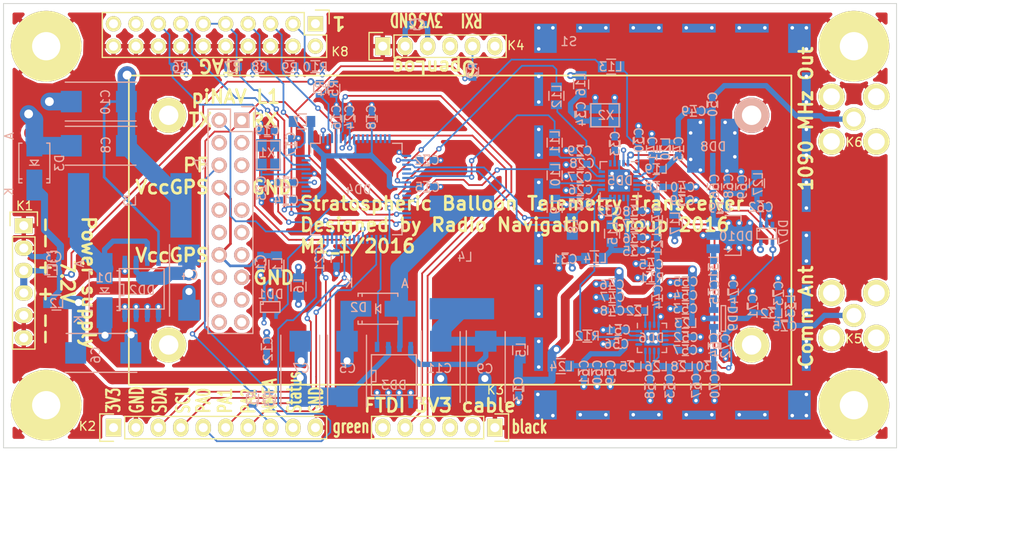
<source format=kicad_pcb>
(kicad_pcb (version 20160815) (host pcbnew 201611221049+7374~55~ubuntu16.04.1-product)
  (layers (0 F.Cu signal hide) (1 In1.Cu signal hide) (2 In2.Cu signal hide) (31 B.Cu signal hide) (34 B.Paste user) (35 F.Paste user) (36 B.SilkS user) (37 F.SilkS user) (38 B.Mask user) (39 F.Mask user) (44 Edge.Cuts user))
  (net 0 "")
  (net 1 "Net-(C1-Pad1)")
  (net 2 GND)
  (net 3 /Microcontroller/3V3)
  (net 4 /Microcontroller/Vbat)
  (net 5 "Net-(C4-Pad1)")
  (net 6 "Net-(C11-Pad1)")
  (net 7 /Modem/3V3Tx)
  (net 8 "Net-(C14-Pad1)")
  (net 9 "Net-(C17-Pad1)")
  (net 10 "Net-(C19-Pad1)")
  (net 11 "Net-(C20-Pad1)")
  (net 12 "Net-(C23-Pad1)")
  (net 13 "Net-(C25-Pad1)")
  (net 14 "Net-(C26-Pad1)")
  (net 15 "Net-(C27-Pad1)")
  (net 16 "Net-(C28-Pad1)")
  (net 17 "Net-(C29-Pad1)")
  (net 18 "Net-(C30-Pad1)")
  (net 19 "Net-(C32-Pad2)")
  (net 20 "Net-(C33-Pad1)")
  (net 21 "Net-(C33-Pad2)")
  (net 22 "Net-(C34-Pad1)")
  (net 23 "Net-(C35-Pad1)")
  (net 24 "Net-(C39-Pad1)")
  (net 25 "Net-(C41-Pad1)")
  (net 26 "Net-(C42-Pad1)")
  (net 27 "Net-(C42-Pad2)")
  (net 28 "Net-(C43-Pad1)")
  (net 29 "Net-(C43-Pad2)")
  (net 30 "Net-(C44-Pad1)")
  (net 31 "Net-(C44-Pad2)")
  (net 32 "Net-(C49-Pad1)")
  (net 33 /Modem/ADSB)
  (net 34 "Net-(C51-Pad2)")
  (net 35 "Net-(C52-Pad1)")
  (net 36 "Net-(C56-Pad1)")
  (net 37 "Net-(C57-Pad1)")
  (net 38 "Net-(C58-Pad1)")
  (net 39 "Net-(C62-Pad1)")
  (net 40 "Net-(C63-Pad1)")
  (net 41 "Net-(C64-Pad1)")
  (net 42 "Net-(C64-Pad2)")
  (net 43 "Net-(C65-Pad1)")
  (net 44 "Net-(C65-Pad2)")
  (net 45 "Net-(C66-Pad1)")
  (net 46 "Net-(C66-Pad2)")
  (net 47 "Net-(C67-Pad1)")
  (net 48 "Net-(C68-Pad1)")
  (net 49 "Net-(C71-Pad1)")
  (net 50 "Net-(C72-Pad1)")
  (net 51 "Net-(C73-Pad1)")
  (net 52 "Net-(C74-Pad1)")
  (net 53 /Modem/ANT)
  (net 54 "Net-(D1-Pad2)")
  (net 55 "Net-(D2-Pad2)")
  (net 56 "Net-(DD1-Pad1)")
  (net 57 "Net-(DD1-Pad3)")
  (net 58 /Microcontroller/GPSUartRx)
  (net 59 /Microcontroller/TxOn)
  (net 60 "Net-(DD4-Pad3)")
  (net 61 /Microcontroller/UartRx)
  (net 62 /Microcontroller/UartTx)
  (net 63 "Net-(DD4-Pad9)")
  (net 64 "Net-(DD4-Pad10)")
  (net 65 "Net-(DD4-Pad11)")
  (net 66 "Net-(DD4-Pad13)")
  (net 67 "Net-(DD4-Pad14)")
  (net 68 "Net-(DD4-Pad15)")
  (net 69 "Net-(DD4-Pad16)")
  (net 70 /Microcontroller/nIRQ)
  (net 71 "Net-(DD4-Pad20)")
  (net 72 /Microcontroller/SCLK)
  (net 73 /Microcontroller/SDI)
  (net 74 /Microcontroller/SDN)
  (net 75 "Net-(DD4-Pad25)")
  (net 76 "Net-(DD4-Pad26)")
  (net 77 /Microcontroller/SDO)
  (net 78 /Microcontroller/nSEL)
  (net 79 "Net-(DD4-Pad31)")
  (net 80 /Microcontroller/GPSOn)
  (net 81 "Net-(DD4-Pad33)")
  (net 82 "Net-(DD4-Pad34)")
  (net 83 /Microcontroller/SCL)
  (net 84 "Net-(DD4-Pad37)")
  (net 85 "Net-(DD4-Pad38)")
  (net 86 "Net-(DD4-Pad39)")
  (net 87 "Net-(DD4-Pad40)")
  (net 88 "Net-(DD4-Pad41)")
  (net 89 "Net-(DD4-Pad42)")
  (net 90 /Microcontroller/SDA)
  (net 91 /Microcontroller/GPIO2)
  (net 92 /Microcontroller/GPIO1)
  (net 93 /Microcontroller/GPIO0)
  (net 94 "Net-(DD4-Pad49)")
  (net 95 "Net-(DD4-Pad50)")
  (net 96 "Net-(DD4-Pad51)")
  (net 97 "Net-(DD4-Pad52)")
  (net 98 "Net-(DD4-Pad53)")
  (net 99 "Net-(DD4-Pad55)")
  (net 100 "Net-(DD4-Pad56)")
  (net 101 "Net-(DD4-Pad57)")
  (net 102 "Net-(DD4-Pad59)")
  (net 103 "Net-(DD4-Pad63)")
  (net 104 "Net-(DD5-Pad5)")
  (net 105 "Net-(DD5-Pad7)")
  (net 106 "Net-(DD5-Pad10)")
  (net 107 "Net-(DD5-Pad16)")
  (net 108 "Net-(DD6-Pad1)")
  (net 109 "Net-(DD6-Pad13)")
  (net 110 "Net-(DD7-Pad3)")
  (net 111 "Net-(DD10-Pad1)")
  (net 112 "Net-(F1-Pad1)")
  (net 113 "Net-(K2-Pad8)")
  (net 114 "Net-(K2-Pad9)")
  (net 115 "Net-(K3-Pad2)")
  (net 116 "Net-(K3-Pad3)")
  (net 117 "Net-(K3-Pad6)")
  (net 118 "Net-(K4-Pad4)")
  (net 119 "Net-(K4-Pad5)")
  (net 120 "Net-(K4-Pad6)")
  (net 121 "Net-(K7-Pad3)")
  (net 122 "Net-(K7-Pad4)")
  (net 123 "Net-(K7-Pad5)")
  (net 124 "Net-(K7-Pad6)")
  (net 125 "Net-(K7-Pad9)")
  (net 126 "Net-(K7-Pad10)")
  (net 127 "Net-(K7-Pad11)")
  (net 128 "Net-(K7-Pad12)")
  (net 129 "Net-(K7-Pad16)")
  (net 130 "Net-(K7-Pad17)")
  (net 131 "Net-(K7-Pad18)")
  (net 132 "Net-(K7-Pad19)")
  (net 133 "Net-(K7-Pad20)")
  (net 134 "Net-(K8-Pad3)")
  (net 135 "Net-(K8-Pad17)")
  (net 136 "Net-(K8-Pad19)")
  (net 137 "Net-(X1-Pad2)")
  (net 138 "Net-(X1-Pad4)")
  (net 139 /Microcontroller/GPSUartTx)
  (net 140 "Net-(K7-Pad13)")
  (module Capacitors_SMD:C_0603 (layer B.Cu) (at 64.9 131.1 270)
    (fp_text reference C1 (at 0.1 -0.05 270) (layer B.SilkS) (effects (justify mirror)))
    (fp_text value M1)
    (pad 1 smd rect (at -0.75 0 270) (size 0.8 0.75) (layers B.Cu B.Paste B.Mask) (net 1 "Net-(C1-Pad1)"))
    (pad 2 smd rect (at 0.75 0 270) (size 0.8 0.75) (layers B.Cu B.Paste B.Mask) (net 2 GND))
  )
  (module Capacitors_SMD:C_0603 (layer B.Cu) (at 82.6 104.2 180)
    (fp_text reference C2 (at -0.05 -0.05 180) (layer B.SilkS) (effects (justify mirror)))
    (fp_text value M1)
    (pad 1 smd rect (at -0.75 0 180) (size 0.8 0.75) (layers B.Cu B.Paste B.Mask) (net 3 /Microcontroller/3V3))
    (pad 2 smd rect (at 0.75 0 180) (size 0.8 0.75) (layers B.Cu B.Paste B.Mask) (net 2 GND))
  )
  (module Capacitors_SMD:C_0603 (layer B.Cu) (at 41.5 130.5 180)
    (fp_text reference C3 (at 0 -0.05 180) (layer B.SilkS) (effects (justify mirror)))
    (fp_text value M1)
    (pad 1 smd rect (at -0.75 0 180) (size 0.8 0.75) (layers B.Cu B.Paste B.Mask) (net 4 /Microcontroller/Vbat))
    (pad 2 smd rect (at 0.75 0 180) (size 0.8 0.75) (layers B.Cu B.Paste B.Mask) (net 2 GND))
  )
  (module Capacitors_Tantalum_SMD:TantalC_SizeD_EIA-7343_Reflow (layer B.Cu) (at 56.8 133.45 270)
    (fp_text reference C4 (at -0.85 -0.1) (layer B.SilkS) (effects (justify mirror)))
    (fp_text value 10M/25V/D)
    (pad 2 smd rect (at 3.12 0 270) (size 2.37 2.43) (layers B.Cu B.Paste B.Mask) (net 2 GND))
    (pad 1 smd rect (at -3.12 0 270) (size 2.37 2.43) (layers B.Cu B.Paste B.Mask) (net 5 "Net-(C4-Pad1)"))
  )
  (module Capacitors_Tantalum_SMD:TantalC_SizeD_EIA-7343_Reflow (layer B.Cu) (at 74.7 143.2 90)
    (fp_text reference C5 (at 0.05 0.05 180) (layer B.SilkS) (effects (justify mirror)))
    (fp_text value 10M/25V/D)
    (pad 2 smd rect (at 3.12 0 90) (size 2.37 2.43) (layers B.Cu B.Paste B.Mask) (net 2 GND))
    (pad 1 smd rect (at -3.12 0 90) (size 2.37 2.43) (layers B.Cu B.Paste B.Mask) (net 5 "Net-(C4-Pad1)"))
  )
  (module Capacitors_Tantalum_SMD:TantalC_SizeD_EIA-7343_Reflow (layer B.Cu) (at 47.1 141.4)
    (fp_text reference C6 (at -0.85 0.25 90) (layer B.SilkS) (effects (justify mirror)))
    (fp_text value 10M/25V/D)
    (pad 2 smd rect (at 3.12 0) (size 2.37 2.43) (layers B.Cu B.Paste B.Mask) (net 2 GND))
    (pad 1 smd rect (at -3.12 0) (size 2.37 2.43) (layers B.Cu B.Paste B.Mask) (net 5 "Net-(C4-Pad1)"))
  )
  (module Capacitors_Tantalum_SMD:TantalC_SizeD_EIA-7343_Reflow (layer B.Cu) (at 69.4 143.2 90)
    (fp_text reference C7 (at 0.05 0.1 180) (layer B.SilkS) (effects (justify mirror)))
    (fp_text value 10M/25V/D)
    (pad 2 smd rect (at 3.12 0 90) (size 2.37 2.43) (layers B.Cu B.Paste B.Mask) (net 2 GND))
    (pad 1 smd rect (at -3.12 0 90) (size 2.37 2.43) (layers B.Cu B.Paste B.Mask) (net 5 "Net-(C4-Pad1)"))
  )
  (module Capacitors_Tantalum_SMD:TantalC_SizeD_EIA-7343_Reflow (layer B.Cu) (at 46.6 117.95 180)
    (fp_text reference C8 (at -0.8 0.1 270) (layer B.SilkS) (effects (justify mirror)))
    (fp_text value 100M/6V3/D)
    (pad 2 smd rect (at 3.12 0 180) (size 2.37 2.43) (layers B.Cu B.Paste B.Mask) (net 2 GND))
    (pad 1 smd rect (at -3.12 0 180) (size 2.37 2.43) (layers B.Cu B.Paste B.Mask) (net 3 /Microcontroller/3V3))
  )
  (module Capacitors_Tantalum_SMD:TantalC_SizeD_EIA-7343_Reflow (layer B.Cu) (at 90.4 143.2 270)
    (fp_text reference C9 (at 0 0.1) (layer B.SilkS) (effects (justify mirror)))
    (fp_text value 100M/6V3/D)
    (pad 2 smd rect (at 3.12 0 270) (size 2.37 2.43) (layers B.Cu B.Paste B.Mask) (net 2 GND))
    (pad 1 smd rect (at -3.12 0 270) (size 2.37 2.43) (layers B.Cu B.Paste B.Mask) (net 6 "Net-(C11-Pad1)"))
  )
  (module Capacitors_Tantalum_SMD:TantalC_SizeD_EIA-7343_Reflow (layer B.Cu) (at 46.6 112.95 180)
    (fp_text reference C10 (at -0.75 -0.05 270) (layer B.SilkS) (effects (justify mirror)))
    (fp_text value 100M/6V3/D)
    (pad 2 smd rect (at 3.12 0 180) (size 2.37 2.43) (layers B.Cu B.Paste B.Mask) (net 2 GND))
    (pad 1 smd rect (at -3.12 0 180) (size 2.37 2.43) (layers B.Cu B.Paste B.Mask) (net 3 /Microcontroller/3V3))
  )
  (module Capacitors_Tantalum_SMD:TantalC_SizeD_EIA-7343_Reflow (layer B.Cu) (at 85.3 143.2 270)
    (fp_text reference C11 (at -0.05 0.15) (layer B.SilkS) (effects (justify mirror)))
    (fp_text value 100M/6V3/D)
    (pad 2 smd rect (at 3.12 0 270) (size 2.37 2.43) (layers B.Cu B.Paste B.Mask) (net 2 GND))
    (pad 1 smd rect (at -3.12 0 270) (size 2.37 2.43) (layers B.Cu B.Paste B.Mask) (net 6 "Net-(C11-Pad1)"))
  )
  (module Capacitors_SMD:C_0603 (layer B.Cu) (at 65.6 140.7 270)
    (fp_text reference C12 (at 0.25 -0.15 270) (layer B.SilkS) (effects (justify mirror)))
    (fp_text value M1)
    (pad 1 smd rect (at -0.75 0 270) (size 0.8 0.75) (layers B.Cu B.Paste B.Mask) (net 3 /Microcontroller/3V3))
    (pad 2 smd rect (at 0.75 0 270) (size 0.8 0.75) (layers B.Cu B.Paste B.Mask) (net 2 GND))
  )
  (module Capacitors_SMD:C_0603 (layer B.Cu) (at 94.1 145.4 270)
    (fp_text reference C13 (at 0.1 0 270) (layer B.SilkS) (effects (justify mirror)))
    (fp_text value M1)
    (pad 1 smd rect (at -0.75 0 270) (size 0.8 0.75) (layers B.Cu B.Paste B.Mask) (net 7 /Modem/3V3Tx))
    (pad 2 smd rect (at 0.75 0 270) (size 0.8 0.75) (layers B.Cu B.Paste B.Mask) (net 2 GND))
  )
  (module Capacitors_SMD:C_0603 (layer B.Cu) (at 67.8 124.1 180)
    (fp_text reference C14 (at 0 0 180) (layer B.SilkS) (effects (justify mirror)))
    (fp_text value 1M)
    (pad 1 smd rect (at -0.75 0 180) (size 0.8 0.75) (layers B.Cu B.Paste B.Mask) (net 8 "Net-(C14-Pad1)"))
    (pad 2 smd rect (at 0.75 0 180) (size 0.8 0.75) (layers B.Cu B.Paste B.Mask) (net 2 GND))
  )
  (module Capacitors_SMD:C_0603 (layer B.Cu) (at 83.7 122.6)
    (fp_text reference C15 (at 0.1 0.05) (layer B.SilkS) (effects (justify mirror)))
    (fp_text value M1)
    (pad 1 smd rect (at -0.75 0) (size 0.8 0.75) (layers B.Cu B.Paste B.Mask) (net 8 "Net-(C14-Pad1)"))
    (pad 2 smd rect (at 0.75 0) (size 0.8 0.75) (layers B.Cu B.Paste B.Mask) (net 2 GND))
  )
  (module Capacitors_SMD:C_0603 (layer B.Cu) (at 73.5 114.9 90)
    (fp_text reference C16 (at 0.2 0 90) (layer B.SilkS) (effects (justify mirror)))
    (fp_text value M1)
    (pad 1 smd rect (at -0.75 0 90) (size 0.8 0.75) (layers B.Cu B.Paste B.Mask) (net 8 "Net-(C14-Pad1)"))
    (pad 2 smd rect (at 0.75 0 90) (size 0.8 0.75) (layers B.Cu B.Paste B.Mask) (net 2 GND))
  )
  (module Capacitors_SMD:C_0603 (layer B.Cu) (at 68.4 117.9 90)
    (fp_text reference C17 (at 0.1 -0.1 90) (layer B.SilkS) (effects (justify mirror)))
    (fp_text value 1M)
    (pad 1 smd rect (at -0.75 0 90) (size 0.8 0.75) (layers B.Cu B.Paste B.Mask) (net 9 "Net-(C17-Pad1)"))
    (pad 2 smd rect (at 0.75 0 90) (size 0.8 0.75) (layers B.Cu B.Paste B.Mask) (net 2 GND))
  )
  (module Capacitors_SMD:C_0603 (layer B.Cu) (at 77.5 114.9 90)
    (fp_text reference C18 (at 0.2 -0.05 90) (layer B.SilkS) (effects (justify mirror)))
    (fp_text value M1)
    (pad 1 smd rect (at -0.75 0 90) (size 0.8 0.75) (layers B.Cu B.Paste B.Mask) (net 8 "Net-(C14-Pad1)"))
    (pad 2 smd rect (at 0.75 0 90) (size 0.8 0.75) (layers B.Cu B.Paste B.Mask) (net 2 GND))
  )
  (module Capacitors_SMD:C_0603 (layer B.Cu) (at 65.7 116.3 180)
    (fp_text reference C19 (at 0.05 0.05 180) (layer B.SilkS) (effects (justify mirror)))
    (fp_text value 18)
    (pad 1 smd rect (at -0.75 0 180) (size 0.8 0.75) (layers B.Cu B.Paste B.Mask) (net 10 "Net-(C19-Pad1)"))
    (pad 2 smd rect (at 0.75 0 180) (size 0.8 0.75) (layers B.Cu B.Paste B.Mask) (net 2 GND))
  )
  (module Capacitors_SMD:C_0603 (layer B.Cu) (at 67.8 122.1 180)
    (fp_text reference C20 (at -0.05 -0.05 180) (layer B.SilkS) (effects (justify mirror)))
    (fp_text value 1M)
    (pad 1 smd rect (at -0.75 0 180) (size 0.8 0.75) (layers B.Cu B.Paste B.Mask) (net 11 "Net-(C20-Pad1)"))
    (pad 2 smd rect (at 0.75 0 180) (size 0.8 0.75) (layers B.Cu B.Paste B.Mask) (net 2 GND))
  )
  (module Capacitors_SMD:C_0603 (layer B.Cu) (at 73.5 130.8 270)
    (fp_text reference C21 (at 0 1.9 270) (layer B.SilkS) (effects (justify mirror)))
    (fp_text value M1)
    (pad 1 smd rect (at -0.75 0 270) (size 0.8 0.75) (layers B.Cu B.Paste B.Mask) (net 11 "Net-(C20-Pad1)"))
    (pad 2 smd rect (at 0.75 0 270) (size 0.8 0.75) (layers B.Cu B.Paste B.Mask) (net 2 GND))
  )
  (module Capacitors_SMD:C_0603 (layer B.Cu) (at 83.7 119.6)
    (fp_text reference C22 (at 0.05 0) (layer B.SilkS) (effects (justify mirror)))
    (fp_text value M1)
    (pad 1 smd rect (at -0.75 0) (size 0.8 0.75) (layers B.Cu B.Paste B.Mask) (net 11 "Net-(C20-Pad1)"))
    (pad 2 smd rect (at 0.75 0) (size 0.8 0.75) (layers B.Cu B.Paste B.Mask) (net 2 GND))
  )
  (module Capacitors_SMD:C_0603 (layer B.Cu) (at 65 122.8 270)
    (fp_text reference C23 (at -0.05 0 270) (layer B.SilkS) (effects (justify mirror)))
    (fp_text value 18)
    (pad 1 smd rect (at -0.75 0 270) (size 0.8 0.75) (layers B.Cu B.Paste B.Mask) (net 12 "Net-(C23-Pad1)"))
    (pad 2 smd rect (at 0.75 0 270) (size 0.8 0.75) (layers B.Cu B.Paste B.Mask) (net 2 GND))
  )
  (module Capacitors_SMD:C_0603 (layer B.Cu) (at 75 114.9 90)
    (fp_text reference C24 (at 0.2 0 90) (layer B.SilkS) (effects (justify mirror)))
    (fp_text value M1)
    (pad 1 smd rect (at -0.75 0 90) (size 0.8 0.75) (layers B.Cu B.Paste B.Mask) (net 11 "Net-(C20-Pad1)"))
    (pad 2 smd rect (at 0.75 0 90) (size 0.8 0.75) (layers B.Cu B.Paste B.Mask) (net 2 GND))
  )
  (module Capacitors_SMD:C_0603 (layer B.Cu) (at 101.1 124.5 180)
    (fp_text reference C25 (at 0 0 180) (layer B.SilkS) (effects (justify mirror)))
    (fp_text value 100)
    (pad 1 smd rect (at -0.75 0 180) (size 0.8 0.75) (layers B.Cu B.Paste B.Mask) (net 13 "Net-(C25-Pad1)"))
    (pad 2 smd rect (at 0.75 0 180) (size 0.8 0.75) (layers B.Cu B.Paste B.Mask) (net 2 GND))
  )
  (module Capacitors_SMD:C_0603 (layer B.Cu) (at 101.1 123 180)
    (fp_text reference C26 (at -0.05 0.05 180) (layer B.SilkS) (effects (justify mirror)))
    (fp_text value 100)
    (pad 1 smd rect (at -0.75 0 180) (size 0.8 0.75) (layers B.Cu B.Paste B.Mask) (net 14 "Net-(C26-Pad1)"))
    (pad 2 smd rect (at 0.75 0 180) (size 0.8 0.75) (layers B.Cu B.Paste B.Mask) (net 2 GND))
  )
  (module Capacitors_SMD:C_0603 (layer B.Cu) (at 101.1 121.5 180)
    (fp_text reference C27 (at 0.05 0 180) (layer B.SilkS) (effects (justify mirror)))
    (fp_text value 100)
    (pad 1 smd rect (at -0.75 0 180) (size 0.8 0.75) (layers B.Cu B.Paste B.Mask) (net 15 "Net-(C27-Pad1)"))
    (pad 2 smd rect (at 0.75 0 180) (size 0.8 0.75) (layers B.Cu B.Paste B.Mask) (net 2 GND))
  )
  (module Capacitors_SMD:C_0603 (layer B.Cu) (at 101.1 120 180)
    (fp_text reference C28 (at -0.2 0.05 180) (layer B.SilkS) (effects (justify mirror)))
    (fp_text value 100)
    (pad 1 smd rect (at -0.75 0 180) (size 0.8 0.75) (layers B.Cu B.Paste B.Mask) (net 16 "Net-(C28-Pad1)"))
    (pad 2 smd rect (at 0.75 0 180) (size 0.8 0.75) (layers B.Cu B.Paste B.Mask) (net 2 GND))
  )
  (module Capacitors_SMD:C_0603 (layer B.Cu) (at 101.1 118.5 180)
    (fp_text reference C29 (at 0.05 -0.05 180) (layer B.SilkS) (effects (justify mirror)))
    (fp_text value 100)
    (pad 1 smd rect (at -0.75 0 180) (size 0.8 0.75) (layers B.Cu B.Paste B.Mask) (net 17 "Net-(C29-Pad1)"))
    (pad 2 smd rect (at 0.75 0 180) (size 0.8 0.75) (layers B.Cu B.Paste B.Mask) (net 2 GND))
  )
  (module Capacitors_SMD:C_0603 (layer B.Cu) (at 107.7 117.4 90)
    (fp_text reference C30 (at 0.1 0.05 270) (layer B.SilkS) (effects (justify mirror)))
    (fp_text value 100)
    (pad 1 smd rect (at -0.75 0 90) (size 0.8 0.75) (layers B.Cu B.Paste B.Mask) (net 18 "Net-(C30-Pad1)"))
    (pad 2 smd rect (at 0.75 0 90) (size 0.8 0.75) (layers B.Cu B.Paste B.Mask) (net 2 GND))
  )
  (module Capacitors_SMD:C_0603 (layer B.Cu) (at 99.4 130.7)
    (fp_text reference C31 (at -0.05 0.1) (layer B.SilkS) (effects (justify mirror)))
    (fp_text value 2M2)
    (pad 1 smd rect (at -0.75 0) (size 0.8 0.75) (layers B.Cu B.Paste B.Mask) (net 2 GND))
    (pad 2 smd rect (at 0.75 0) (size 0.8 0.75) (layers B.Cu B.Paste B.Mask) (net 3 /Microcontroller/3V3))
  )
  (module Capacitors_SMD:C_0603 (layer B.Cu) (at 104.3 125.3)
    (fp_text reference C32 (at 0.1 0.05) (layer B.SilkS) (effects (justify mirror)))
    (fp_text value M1)
    (pad 1 smd rect (at -0.75 0) (size 0.8 0.75) (layers B.Cu B.Paste B.Mask) (net 2 GND))
    (pad 2 smd rect (at 0.75 0) (size 0.8 0.75) (layers B.Cu B.Paste B.Mask) (net 19 "Net-(C32-Pad2)"))
  )
  (module Capacitors_SMD:C_0603 (layer B.Cu) (at 105 117.7 90)
    (fp_text reference C33 (at 0 0.05 90) (layer B.SilkS) (effects (justify mirror)))
    (fp_text value 1n)
    (pad 1 smd rect (at -0.75 0 90) (size 0.8 0.75) (layers B.Cu B.Paste B.Mask) (net 20 "Net-(C33-Pad1)"))
    (pad 2 smd rect (at 0.75 0 90) (size 0.8 0.75) (layers B.Cu B.Paste B.Mask) (net 21 "Net-(C33-Pad2)"))
  )
  (module Capacitors_SMD:C_0603 (layer B.Cu) (at 101.1 114.4 90)
    (fp_text reference C34 (at 0.05 0.1 90) (layer B.SilkS) (effects (justify mirror)))
    (fp_text value M1)
    (pad 1 smd rect (at -0.75 0 90) (size 0.8 0.75) (layers B.Cu B.Paste B.Mask) (net 22 "Net-(C34-Pad1)"))
    (pad 2 smd rect (at 0.75 0 90) (size 0.8 0.75) (layers B.Cu B.Paste B.Mask) (net 2 GND))
  )
  (module Capacitors_SMD:C_0603 (layer B.Cu) (at 107.2 129.8)
    (fp_text reference C35 (at 0.1 0.1) (layer B.SilkS) (effects (justify mirror)))
    (fp_text value 2M2)
    (pad 1 smd rect (at -0.75 0) (size 0.8 0.75) (layers B.Cu B.Paste B.Mask) (net 23 "Net-(C35-Pad1)"))
    (pad 2 smd rect (at 0.75 0) (size 0.8 0.75) (layers B.Cu B.Paste B.Mask) (net 2 GND))
  )
  (module Capacitors_SMD:C_0603 (layer B.Cu) (at 107.2 128.3)
    (fp_text reference C36 (at 0.1 0.15) (layer B.SilkS) (effects (justify mirror)))
    (fp_text value M1)
    (pad 1 smd rect (at -0.75 0) (size 0.8 0.75) (layers B.Cu B.Paste B.Mask) (net 23 "Net-(C35-Pad1)"))
    (pad 2 smd rect (at 0.75 0) (size 0.8 0.75) (layers B.Cu B.Paste B.Mask) (net 2 GND))
  )
  (module Capacitors_SMD:C_0603 (layer B.Cu) (at 107.2 126.8)
    (fp_text reference C37 (at 0.05 0.05) (layer B.SilkS) (effects (justify mirror)))
    (fp_text value 1n)
    (pad 1 smd rect (at -0.75 0) (size 0.8 0.75) (layers B.Cu B.Paste B.Mask) (net 23 "Net-(C35-Pad1)"))
    (pad 2 smd rect (at 0.75 0) (size 0.8 0.75) (layers B.Cu B.Paste B.Mask) (net 2 GND))
  )
  (module Capacitors_SMD:C_0603 (layer B.Cu) (at 107.2 125.3)
    (fp_text reference C38 (at 0.1 0.1) (layer B.SilkS) (effects (justify mirror)))
    (fp_text value 100)
    (pad 1 smd rect (at -0.75 0) (size 0.8 0.75) (layers B.Cu B.Paste B.Mask) (net 23 "Net-(C35-Pad1)"))
    (pad 2 smd rect (at 0.75 0) (size 0.8 0.75) (layers B.Cu B.Paste B.Mask) (net 2 GND))
  )
  (module Capacitors_SMD:C_0603 (layer B.Cu) (at 112.6 124.1)
    (fp_text reference C39 (at 0.05 0.05) (layer B.SilkS) (effects (justify mirror)))
    (fp_text value M1)
    (pad 1 smd rect (at -0.75 0) (size 0.8 0.75) (layers B.Cu B.Paste B.Mask) (net 24 "Net-(C39-Pad1)"))
    (pad 2 smd rect (at 0.75 0) (size 0.8 0.75) (layers B.Cu B.Paste B.Mask) (net 2 GND))
  )
  (module Capacitors_SMD:C_0603 (layer B.Cu) (at 112.6 122.6)
    (fp_text reference C40 (at 0.1 0.05) (layer B.SilkS) (effects (justify mirror)))
    (fp_text value 1n)
    (pad 1 smd rect (at -0.75 0) (size 0.8 0.75) (layers B.Cu B.Paste B.Mask) (net 24 "Net-(C39-Pad1)"))
    (pad 2 smd rect (at 0.75 0) (size 0.8 0.75) (layers B.Cu B.Paste B.Mask) (net 2 GND))
  )
  (module Capacitors_SMD:C_0603 (layer B.Cu) (at 109.2 118.3 90)
    (fp_text reference C41 (at 0 0.1 270) (layer B.SilkS) (effects (justify mirror)))
    (fp_text value 2p7)
    (pad 1 smd rect (at -0.75 0 90) (size 0.8 0.75) (layers B.Cu B.Paste B.Mask) (net 25 "Net-(C41-Pad1)"))
    (pad 2 smd rect (at 0.75 0 90) (size 0.8 0.75) (layers B.Cu B.Paste B.Mask) (net 2 GND))
  )
  (module Capacitors_SMD:C_0603 (layer B.Cu) (at 109.8 126.2 270)
    (fp_text reference C42 (at -0.05 -0.05 270) (layer B.SilkS) (effects (justify mirror)))
    (fp_text value 3p9)
    (pad 1 smd rect (at -0.75 0 270) (size 0.8 0.75) (layers B.Cu B.Paste B.Mask) (net 26 "Net-(C42-Pad1)"))
    (pad 2 smd rect (at 0.75 0 270) (size 0.8 0.75) (layers B.Cu B.Paste B.Mask) (net 27 "Net-(C42-Pad2)"))
  )
  (module Capacitors_SMD:C_0603 (layer B.Cu) (at 112.2 118.3 90)
    (fp_text reference C43 (at 0 0.05 90) (layer B.SilkS) (effects (justify mirror)))
    (fp_text value 1n)
    (pad 1 smd rect (at -0.75 0 90) (size 0.8 0.75) (layers B.Cu B.Paste B.Mask) (net 28 "Net-(C43-Pad1)"))
    (pad 2 smd rect (at 0.75 0 90) (size 0.8 0.75) (layers B.Cu B.Paste B.Mask) (net 29 "Net-(C43-Pad2)"))
  )
  (module Capacitors_SMD:C_0603 (layer B.Cu) (at 109.8 135.2 90)
    (fp_text reference C44 (at 0.15 0.1 90) (layer B.SilkS) (effects (justify mirror)))
    (fp_text value 56)
    (pad 1 smd rect (at -0.75 0 90) (size 0.8 0.75) (layers B.Cu B.Paste B.Mask) (net 30 "Net-(C44-Pad1)"))
    (pad 2 smd rect (at 0.75 0 90) (size 0.8 0.75) (layers B.Cu B.Paste B.Mask) (net 31 "Net-(C44-Pad2)"))
  )
  (module Capacitors_SMD:C_0603 (layer B.Cu) (at 109.1 131.3 180)
    (fp_text reference C45 (at -0.05 -0.1 180) (layer B.SilkS) (effects (justify mirror)))
    (fp_text value 4p7)
    (pad 1 smd rect (at -0.75 0 180) (size 0.8 0.75) (layers B.Cu B.Paste B.Mask) (net 31 "Net-(C44-Pad2)"))
    (pad 2 smd rect (at 0.75 0 180) (size 0.8 0.75) (layers B.Cu B.Paste B.Mask) (net 2 GND))
  )
  (module Capacitors_SMD:C_0603 (layer B.Cu) (at 104.7 133.6)
    (fp_text reference C46 (at 0 0.1) (layer B.SilkS) (effects (justify mirror)))
    (fp_text value 2M2)
    (pad 1 smd rect (at -0.75 0) (size 0.8 0.75) (layers B.Cu B.Paste B.Mask) (net 2 GND))
    (pad 2 smd rect (at 0.75 0) (size 0.8 0.75) (layers B.Cu B.Paste B.Mask) (net 7 /Modem/3V3Tx))
  )
  (module Capacitors_SMD:C_0603 (layer B.Cu) (at 104.7 135.1)
    (fp_text reference C47 (at 0.05 0) (layer B.SilkS) (effects (justify mirror)))
    (fp_text value 1n)
    (pad 1 smd rect (at -0.75 0) (size 0.8 0.75) (layers B.Cu B.Paste B.Mask) (net 2 GND))
    (pad 2 smd rect (at 0.75 0) (size 0.8 0.75) (layers B.Cu B.Paste B.Mask) (net 7 /Modem/3V3Tx))
  )
  (module Capacitors_SMD:C_0603 (layer B.Cu) (at 104.7 136.6)
    (fp_text reference C48 (at 0.05 0.05) (layer B.SilkS) (effects (justify mirror)))
    (fp_text value 100)
    (pad 1 smd rect (at -0.75 0) (size 0.8 0.75) (layers B.Cu B.Paste B.Mask) (net 2 GND))
    (pad 2 smd rect (at 0.75 0) (size 0.8 0.75) (layers B.Cu B.Paste B.Mask) (net 7 /Modem/3V3Tx))
  )
  (module Capacitors_SMD:C_0603 (layer B.Cu) (at 113.9 114 180)
    (fp_text reference C49 (at -0.05 -0.05 180) (layer B.SilkS) (effects (justify mirror)))
    (fp_text value 1n)
    (pad 1 smd rect (at -0.75 0 180) (size 0.8 0.75) (layers B.Cu B.Paste B.Mask) (net 32 "Net-(C49-Pad1)"))
    (pad 2 smd rect (at 0.75 0 180) (size 0.8 0.75) (layers B.Cu B.Paste B.Mask) (net 29 "Net-(C43-Pad2)"))
  )
  (module Capacitors_SMD:C_0603 (layer B.Cu) (at 116.05 113.25 270)
    (fp_text reference C50 (at 0 -0.05 270) (layer B.SilkS) (effects (justify mirror)))
    (fp_text value 1n)
    (pad 1 smd rect (at -0.75 0 270) (size 0.8 0.75) (layers B.Cu B.Paste B.Mask) (net 33 /Modem/ADSB))
    (pad 2 smd rect (at 0.75 0 270) (size 0.8 0.75) (layers B.Cu B.Paste B.Mask) (net 32 "Net-(C49-Pad1)"))
  )
  (module Capacitors_SMD:C_0603 (layer B.Cu) (at 105.4 138.8)
    (fp_text reference C51 (at 0 0) (layer B.SilkS) (effects (justify mirror)))
    (fp_text value 10n)
    (pad 1 smd rect (at -0.75 0) (size 0.8 0.75) (layers B.Cu B.Paste B.Mask) (net 2 GND))
    (pad 2 smd rect (at 0.75 0) (size 0.8 0.75) (layers B.Cu B.Paste B.Mask) (net 34 "Net-(C51-Pad2)"))
  )
  (module Capacitors_SMD:C_0603 (layer B.Cu) (at 113 139.6)
    (fp_text reference C52 (at 0.05 0.05) (layer B.SilkS) (effects (justify mirror)))
    (fp_text value 100)
    (pad 1 smd rect (at -0.75 0) (size 0.8 0.75) (layers B.Cu B.Paste B.Mask) (net 35 "Net-(C52-Pad1)"))
    (pad 2 smd rect (at 0.75 0) (size 0.8 0.75) (layers B.Cu B.Paste B.Mask) (net 2 GND))
  )
  (module Capacitors_SMD:C_0603 (layer B.Cu) (at 113 136.4 180)
    (fp_text reference C53 (at 0 0 180) (layer B.SilkS) (effects (justify mirror)))
    (fp_text value 100)
    (pad 1 smd rect (at -0.75 0 180) (size 0.8 0.75) (layers B.Cu B.Paste B.Mask) (net 7 /Modem/3V3Tx))
    (pad 2 smd rect (at 0.75 0 180) (size 0.8 0.75) (layers B.Cu B.Paste B.Mask) (net 2 GND))
  )
  (module Capacitors_SMD:C_0603 (layer B.Cu) (at 113 134.9 180)
    (fp_text reference C54 (at 0 0 180) (layer B.SilkS) (effects (justify mirror)))
    (fp_text value 1n)
    (pad 1 smd rect (at -0.75 0 180) (size 0.8 0.75) (layers B.Cu B.Paste B.Mask) (net 7 /Modem/3V3Tx))
    (pad 2 smd rect (at 0.75 0 180) (size 0.8 0.75) (layers B.Cu B.Paste B.Mask) (net 2 GND))
  )
  (module Capacitors_SMD:C_0603 (layer B.Cu) (at 113 133.4 180)
    (fp_text reference C55 (at -0.05 0.05 180) (layer B.SilkS) (effects (justify mirror)))
    (fp_text value 2M2)
    (pad 1 smd rect (at -0.75 0 180) (size 0.8 0.75) (layers B.Cu B.Paste B.Mask) (net 7 /Modem/3V3Tx))
    (pad 2 smd rect (at 0.75 0 180) (size 0.8 0.75) (layers B.Cu B.Paste B.Mask) (net 2 GND))
  )
  (module Capacitors_SMD:C_0603 (layer B.Cu) (at 105.4 140.3 180)
    (fp_text reference C56 (at 0.2 -0.1 180) (layer B.SilkS) (effects (justify mirror)))
    (fp_text value 100)
    (pad 1 smd rect (at -0.75 0 180) (size 0.8 0.75) (layers B.Cu B.Paste B.Mask) (net 36 "Net-(C56-Pad1)"))
    (pad 2 smd rect (at 0.75 0 180) (size 0.8 0.75) (layers B.Cu B.Paste B.Mask) (net 2 GND))
  )
  (module Capacitors_SMD:C_0603 (layer B.Cu) (at 113 141.1)
    (fp_text reference C57 (at 0 0) (layer B.SilkS) (effects (justify mirror)))
    (fp_text value 1p5)
    (pad 1 smd rect (at -0.75 0) (size 0.8 0.75) (layers B.Cu B.Paste B.Mask) (net 37 "Net-(C57-Pad1)"))
    (pad 2 smd rect (at 0.75 0) (size 0.8 0.75) (layers B.Cu B.Paste B.Mask) (net 2 GND))
  )
  (module Capacitors_SMD:C_0603 (layer B.Cu) (at 109 145.2 270)
    (fp_text reference C58 (at 0 0 270) (layer B.SilkS) (effects (justify mirror)))
    (fp_text value 15)
    (pad 1 smd rect (at -0.75 0 270) (size 0.8 0.75) (layers B.Cu B.Paste B.Mask) (net 38 "Net-(C58-Pad1)"))
    (pad 2 smd rect (at 0.75 0 270) (size 0.8 0.75) (layers B.Cu B.Paste B.Mask) (net 2 GND))
  )
  (module Capacitors_SMD:C_0603 (layer B.Cu) (at 104.5 143.6 270)
    (fp_text reference C59 (at 0 -0.05 270) (layer B.SilkS) (effects (justify mirror)))
    (fp_text value 2M2)
    (pad 1 smd rect (at -0.75 0 270) (size 0.8 0.75) (layers B.Cu B.Paste B.Mask) (net 36 "Net-(C56-Pad1)"))
    (pad 2 smd rect (at 0.75 0 270) (size 0.8 0.75) (layers B.Cu B.Paste B.Mask) (net 2 GND))
  )
  (module Capacitors_SMD:C_0603 (layer B.Cu) (at 103 143.6 270)
    (fp_text reference C60 (at 0 -0.05 270) (layer B.SilkS) (effects (justify mirror)))
    (fp_text value 1n)
    (pad 1 smd rect (at -0.75 0 270) (size 0.8 0.75) (layers B.Cu B.Paste B.Mask) (net 36 "Net-(C56-Pad1)"))
    (pad 2 smd rect (at 0.75 0 270) (size 0.8 0.75) (layers B.Cu B.Paste B.Mask) (net 2 GND))
  )
  (module Capacitors_SMD:C_0603 (layer B.Cu) (at 101.5 143.6 270)
    (fp_text reference C61 (at 0 -0.05 270) (layer B.SilkS) (effects (justify mirror)))
    (fp_text value 100)
    (pad 1 smd rect (at -0.75 0 270) (size 0.8 0.75) (layers B.Cu B.Paste B.Mask) (net 36 "Net-(C56-Pad1)"))
    (pad 2 smd rect (at 0.75 0 270) (size 0.8 0.75) (layers B.Cu B.Paste B.Mask) (net 2 GND))
  )
  (module Capacitors_SMD:C_0603 (layer B.Cu) (at 121.5 124.8)
    (fp_text reference C62 (at 0.05 0.1) (layer B.SilkS) (effects (justify mirror)))
    (fp_text value 100)
    (pad 1 smd rect (at -0.75 0) (size 0.8 0.75) (layers B.Cu B.Paste B.Mask) (net 39 "Net-(C62-Pad1)"))
    (pad 2 smd rect (at 0.75 0) (size 0.8 0.75) (layers B.Cu B.Paste B.Mask) (net 2 GND))
  )
  (module Capacitors_SMD:C_0603 (layer B.Cu) (at 111.2 145.2 270)
    (fp_text reference C63 (at -0.05 -0.05 270) (layer B.SilkS) (effects (justify mirror)))
    (fp_text value 4p7)
    (pad 1 smd rect (at -0.75 0 270) (size 0.8 0.75) (layers B.Cu B.Paste B.Mask) (net 40 "Net-(C63-Pad1)"))
    (pad 2 smd rect (at 0.75 0 270) (size 0.8 0.75) (layers B.Cu B.Paste B.Mask) (net 2 GND))
  )
  (module Capacitors_SMD:C_0603 (layer B.Cu) (at 116.2 140.6 270)
    (fp_text reference C64 (at -0.1 -0.05 270) (layer B.SilkS) (effects (justify mirror)))
    (fp_text value 1n)
    (pad 1 smd rect (at -0.75 0 270) (size 0.8 0.75) (layers B.Cu B.Paste B.Mask) (net 41 "Net-(C64-Pad1)"))
    (pad 2 smd rect (at 0.75 0 270) (size 0.8 0.75) (layers B.Cu B.Paste B.Mask) (net 42 "Net-(C64-Pad2)"))
  )
  (module Capacitors_SMD:C_0603 (layer B.Cu) (at 116.2 134.5 270)
    (fp_text reference C65 (at 0 -0.1 270) (layer B.SilkS) (effects (justify mirror)))
    (fp_text value 1n)
    (pad 1 smd rect (at -0.75 0 270) (size 0.8 0.75) (layers B.Cu B.Paste B.Mask) (net 43 "Net-(C65-Pad1)"))
    (pad 2 smd rect (at 0.75 0 270) (size 0.8 0.75) (layers B.Cu B.Paste B.Mask) (net 44 "Net-(C65-Pad2)"))
  )
  (module Capacitors_SMD:C_0603 (layer B.Cu) (at 116.1 122.6 270)
    (fp_text reference C66 (at -0.05 -0.2 270) (layer B.SilkS) (effects (justify mirror)))
    (fp_text value 1n)
    (pad 1 smd rect (at -0.75 0 270) (size 0.8 0.75) (layers B.Cu B.Paste B.Mask) (net 45 "Net-(C66-Pad1)"))
    (pad 2 smd rect (at 0.75 0 270) (size 0.8 0.75) (layers B.Cu B.Paste B.Mask) (net 46 "Net-(C66-Pad2)"))
  )
  (module Capacitors_SMD:C_0603 (layer B.Cu) (at 114.2 145.2 270)
    (fp_text reference C67 (at -0.1 -0.05 270) (layer B.SilkS) (effects (justify mirror)))
    (fp_text value 6p8)
    (pad 1 smd rect (at -0.75 0 270) (size 0.8 0.75) (layers B.Cu B.Paste B.Mask) (net 47 "Net-(C67-Pad1)"))
    (pad 2 smd rect (at 0.75 0 270) (size 0.8 0.75) (layers B.Cu B.Paste B.Mask) (net 2 GND))
  )
  (module Capacitors_SMD:C_0603 (layer B.Cu) (at 117.7 122.6 90)
    (fp_text reference C68 (at 0.1 0.2 90) (layer B.SilkS) (effects (justify mirror)))
    (fp_text value M1)
    (pad 1 smd rect (at -0.75 0 90) (size 0.8 0.75) (layers B.Cu B.Paste B.Mask) (net 48 "Net-(C68-Pad1)"))
    (pad 2 smd rect (at 0.75 0 90) (size 0.8 0.75) (layers B.Cu B.Paste B.Mask) (net 2 GND))
  )
  (module Capacitors_SMD:C_0603 (layer B.Cu) (at 119.3 122.6 90)
    (fp_text reference C69 (at 0 0.15 90) (layer B.SilkS) (effects (justify mirror)))
    (fp_text value 100)
    (pad 1 smd rect (at -0.75 0 90) (size 0.8 0.75) (layers B.Cu B.Paste B.Mask) (net 48 "Net-(C68-Pad1)"))
    (pad 2 smd rect (at 0.75 0 90) (size 0.8 0.75) (layers B.Cu B.Paste B.Mask) (net 2 GND))
  )
  (module Capacitors_SMD:C_0603 (layer B.Cu) (at 116.3 145.2 270)
    (fp_text reference C70 (at -0.05 -0.05 270) (layer B.SilkS) (effects (justify mirror)))
    (fp_text value 3p9)
    (pad 1 smd rect (at -0.75 0 270) (size 0.8 0.75) (layers B.Cu B.Paste B.Mask) (net 42 "Net-(C64-Pad2)"))
    (pad 2 smd rect (at 0.75 0 270) (size 0.8 0.75) (layers B.Cu B.Paste B.Mask) (net 2 GND))
  )
  (module Capacitors_SMD:C_0603 (layer B.Cu) (at 120.6 136.1 90)
    (fp_text reference C71 (at 0 0.05 90) (layer B.SilkS) (effects (justify mirror)))
    (fp_text value 2p2)
    (pad 1 smd rect (at -0.75 0 90) (size 0.8 0.75) (layers B.Cu B.Paste B.Mask) (net 49 "Net-(C71-Pad1)"))
    (pad 2 smd rect (at 0.75 0 90) (size 0.8 0.75) (layers B.Cu B.Paste B.Mask) (net 2 GND))
  )
  (module Capacitors_SMD:C_0603 (layer B.Cu) (at 117.5 140.6 270)
    (fp_text reference C72 (at 0 -0.05 270) (layer B.SilkS) (effects (justify mirror)))
    (fp_text value 15)
    (pad 1 smd rect (at -0.75 0 270) (size 0.8 0.75) (layers B.Cu B.Paste B.Mask) (net 50 "Net-(C72-Pad1)"))
    (pad 2 smd rect (at 0.75 0 270) (size 0.8 0.75) (layers B.Cu B.Paste B.Mask) (net 2 GND))
  )
  (module Capacitors_SMD:C_0603 (layer B.Cu) (at 123.5 134.65 90)
    (fp_text reference C73 (at 0 0.05 90) (layer B.SilkS) (effects (justify mirror)))
    (fp_text value 2p2)
    (pad 1 smd rect (at -0.75 0 90) (size 0.8 0.75) (layers B.Cu B.Paste B.Mask) (net 51 "Net-(C73-Pad1)"))
    (pad 2 smd rect (at 0.75 0 90) (size 0.8 0.75) (layers B.Cu B.Paste B.Mask) (net 2 GND))
  )
  (module Capacitors_SMD:C_0603 (layer B.Cu) (at 118.4 134.5 90)
    (fp_text reference C74 (at 0 0.05 90) (layer B.SilkS) (effects (justify mirror)))
    (fp_text value 15)
    (pad 1 smd rect (at -0.75 0 90) (size 0.8 0.75) (layers B.Cu B.Paste B.Mask) (net 52 "Net-(C74-Pad1)"))
    (pad 2 smd rect (at 0.75 0 90) (size 0.8 0.75) (layers B.Cu B.Paste B.Mask) (net 2 GND))
  )
  (module Capacitors_SMD:C_0603 (layer B.Cu) (at 124.2 138.3)
    (fp_text reference C75 (at 0.05 0.1) (layer B.SilkS) (effects (justify mirror)))
    (fp_text value 1n)
    (pad 1 smd rect (at -0.75 0) (size 0.8 0.75) (layers B.Cu B.Paste B.Mask) (net 51 "Net-(C73-Pad1)"))
    (pad 2 smd rect (at 0.75 0) (size 0.8 0.75) (layers B.Cu B.Paste B.Mask) (net 53 /Modem/ANT))
  )
  (module Diodes_SMD:SMA_Handsoldering (layer B.Cu) (at 47.25 134.35 90)
    (fp_text reference D1 (at 1.45 -0.05 180) (layer B.SilkS) (effects (justify mirror)))
    (fp_text value B260A)
    (fp_text user K (at -3.25 -2.9 90) (layer B.SilkS) (effects (justify mirror)))
    (fp_text user A (at 3.05 -2.85 90) (layer B.SilkS) (effects (justify mirror)))
    (pad 1 smd rect (at -2.49936 0 90) (size 3.50012 1.80086) (layers B.Cu B.Paste B.Mask) (net 2 GND))
    (pad 2 smd rect (at 2.49936 0 90) (size 3.50012 1.80086) (layers B.Cu B.Paste B.Mask) (net 54 "Net-(D1-Pad2)"))
  )
  (module Diodes_SMD:SMA_Handsoldering (layer B.Cu) (at 78.2 136.4)
    (fp_text reference D2 (at -2.2 -0.15) (layer B.SilkS) (effects (justify mirror)))
    (fp_text value B260A)
    (fp_text user K (at -3.25 -2.9) (layer B.SilkS) (effects (justify mirror)))
    (fp_text user A (at 3.05 -2.85) (layer B.SilkS) (effects (justify mirror)))
    (pad 1 smd rect (at -2.49936 0) (size 3.50012 1.80086) (layers B.Cu B.Paste B.Mask) (net 2 GND))
    (pad 2 smd rect (at 2.49936 0) (size 3.50012 1.80086) (layers B.Cu B.Paste B.Mask) (net 55 "Net-(D2-Pad2)"))
  )
  (module TO_SOT_Packages_SMD:SC-70-5 (layer B.Cu) (at 66 136.2)
    (fp_text reference DD1 (at 0.05 -1.45) (layer B.SilkS) (effects (justify mirror)))
    (fp_text value TPS22945DCKR)
    (pad 1 smd rect (at -0.6604 -1.016) (size 0.4064 0.6604) (layers B.Cu B.Paste B.Mask) (net 56 "Net-(DD1-Pad1)"))
    (pad 3 smd rect (at 0.6604 -1.016) (size 0.4064 0.6604) (layers B.Cu B.Paste B.Mask) (net 57 "Net-(DD1-Pad3)"))
    (pad 2 smd rect (at 0 -1.016) (size 0.4064 0.6604) (layers B.Cu B.Paste B.Mask) (net 2 GND))
    (pad 4 smd rect (at 0.6604 1.016) (size 0.4064 0.6604) (layers B.Cu B.Paste B.Mask) (net 80 /Microcontroller/GPSOn))
    (pad 5 smd rect (at -0.6604 1.016) (size 0.4064 0.6604) (layers B.Cu B.Paste B.Mask) (net 3 /Microcontroller/3V3))
  )
  (module SMD_Packages:SOIC-8-N (layer B.Cu) (at 51.45 134.15)
    (fp_text reference DD2 (at 0.05 0.15) (layer B.SilkS) (effects (justify mirror)))
    (fp_text value MIC4680-3.3BM)
    (pad 8 smd rect (at -1.905 3.175) (size 0.508 1.143) (layers B.Cu B.Paste B.Mask) (net 2 GND))
    (pad 7 smd rect (at -0.635 3.175) (size 0.508 1.143) (layers B.Cu B.Paste B.Mask) (net 2 GND))
    (pad 6 smd rect (at 0.635 3.175) (size 0.508 1.143) (layers B.Cu B.Paste B.Mask) (net 2 GND))
    (pad 5 smd rect (at 1.905 3.175) (size 0.508 1.143) (layers B.Cu B.Paste B.Mask) (net 2 GND))
    (pad 4 smd rect (at 1.905 -3.175) (size 0.508 1.143) (layers B.Cu B.Paste B.Mask) (net 3 /Microcontroller/3V3))
    (pad 3 smd rect (at 0.635 -3.175) (size 0.508 1.143) (layers B.Cu B.Paste B.Mask) (net 54 "Net-(D1-Pad2)"))
    (pad 2 smd rect (at -0.635 -3.175) (size 0.508 1.143) (layers B.Cu B.Paste B.Mask) (net 5 "Net-(C4-Pad1)"))
    (pad 1 smd rect (at -1.905 -3.175) (size 0.508 1.143) (layers B.Cu B.Paste B.Mask) (net 2 GND))
  )
  (module SMD_Packages:SOIC-8-N (layer B.Cu) (at 80 143.9)
    (fp_text reference DD3 (at 0 1.15) (layer B.SilkS) (effects (justify mirror)))
    (fp_text value MIC4680-3.3BM)
    (pad 8 smd rect (at -1.905 3.175) (size 0.508 1.143) (layers B.Cu B.Paste B.Mask) (net 2 GND))
    (pad 7 smd rect (at -0.635 3.175) (size 0.508 1.143) (layers B.Cu B.Paste B.Mask) (net 2 GND))
    (pad 6 smd rect (at 0.635 3.175) (size 0.508 1.143) (layers B.Cu B.Paste B.Mask) (net 2 GND))
    (pad 5 smd rect (at 1.905 3.175) (size 0.508 1.143) (layers B.Cu B.Paste B.Mask) (net 2 GND))
    (pad 4 smd rect (at 1.905 -3.175) (size 0.508 1.143) (layers B.Cu B.Paste B.Mask) (net 6 "Net-(C11-Pad1)"))
    (pad 3 smd rect (at 0.635 -3.175) (size 0.508 1.143) (layers B.Cu B.Paste B.Mask) (net 55 "Net-(D2-Pad2)"))
    (pad 2 smd rect (at -0.635 -3.175) (size 0.508 1.143) (layers B.Cu B.Paste B.Mask) (net 5 "Net-(C4-Pad1)"))
    (pad 1 smd rect (at -1.905 -3.175) (size 0.508 1.143) (layers B.Cu B.Paste B.Mask) (net 59 /Microcontroller/TxOn))
  )
  (module Housings_QFP:LQFP-64_10x10mm_Pitch0.5mm (layer B.Cu) (at 75.75 122.85 270)
    (fp_text reference DD4 (at 0.05 -0.25) (layer B.SilkS) (effects (justify mirror)))
    (fp_text value SAM4SD16)
    (pad 1 smd rect (at -5.7 3.75 270) (size 1 0.25) (layers B.Cu B.Paste B.Mask) (net 11 "Net-(C20-Pad1)"))
    (pad 2 smd rect (at -5.7 3.25 270) (size 1 0.25) (layers B.Cu B.Paste B.Mask) (net 2 GND))
    (pad 3 smd rect (at -5.7 2.75 270) (size 1 0.25) (layers B.Cu B.Paste B.Mask) (net 60 "Net-(DD4-Pad3)"))
    (pad 4 smd rect (at -5.7 2.25 270) (size 1 0.25) (layers B.Cu B.Paste B.Mask) (net 8 "Net-(C14-Pad1)"))
    (pad 5 smd rect (at -5.7 1.75 270) (size 1 0.25) (layers B.Cu B.Paste B.Mask) (net 61 /Microcontroller/UartRx))
    (pad 6 smd rect (at -5.7 1.25 270) (size 1 0.25) (layers B.Cu B.Paste B.Mask) (net 62 /Microcontroller/UartTx))
    (pad 7 smd rect (at -5.7 0.75 270) (size 1 0.25) (layers B.Cu B.Paste B.Mask) (net 11 "Net-(C20-Pad1)"))
    (pad 8 smd rect (at -5.7 0.25 270) (size 1 0.25) (layers B.Cu B.Paste B.Mask) (net 8 "Net-(C14-Pad1)"))
    (pad 9 smd rect (at -5.7 -0.25 270) (size 1 0.25) (layers B.Cu B.Paste B.Mask) (net 63 "Net-(DD4-Pad9)"))
    (pad 10 smd rect (at -5.7 -0.75 270) (size 1 0.25) (layers B.Cu B.Paste B.Mask) (net 64 "Net-(DD4-Pad10)"))
    (pad 11 smd rect (at -5.7 -1.25 270) (size 1 0.25) (layers B.Cu B.Paste B.Mask) (net 65 "Net-(DD4-Pad11)"))
    (pad 12 smd rect (at -5.7 -1.75 270) (size 1 0.25) (layers B.Cu B.Paste B.Mask) (net 8 "Net-(C14-Pad1)"))
    (pad 13 smd rect (at -5.7 -2.25 270) (size 1 0.25) (layers B.Cu B.Paste B.Mask) (net 66 "Net-(DD4-Pad13)"))
    (pad 14 smd rect (at -5.7 -2.75 270) (size 1 0.25) (layers B.Cu B.Paste B.Mask) (net 67 "Net-(DD4-Pad14)"))
    (pad 15 smd rect (at -5.7 -3.25 270) (size 1 0.25) (layers B.Cu B.Paste B.Mask) (net 68 "Net-(DD4-Pad15)"))
    (pad 16 smd rect (at -5.7 -3.75 270) (size 1 0.25) (layers B.Cu B.Paste B.Mask) (net 69 "Net-(DD4-Pad16)"))
    (pad 17 smd rect (at -3.75 -5.7 180) (size 1 0.25) (layers B.Cu B.Paste B.Mask) (net 2 GND))
    (pad 18 smd rect (at -3.25 -5.7 180) (size 1 0.25) (layers B.Cu B.Paste B.Mask) (net 11 "Net-(C20-Pad1)"))
    (pad 19 smd rect (at -2.75 -5.7 180) (size 1 0.25) (layers B.Cu B.Paste B.Mask) (net 70 /Microcontroller/nIRQ))
    (pad 20 smd rect (at -2.25 -5.7 180) (size 1 0.25) (layers B.Cu B.Paste B.Mask) (net 71 "Net-(DD4-Pad20)"))
    (pad 21 smd rect (at -1.75 -5.7 180) (size 1 0.25) (layers B.Cu B.Paste B.Mask) (net 72 /Microcontroller/SCLK))
    (pad 22 smd rect (at -1.25 -5.7 180) (size 1 0.25) (layers B.Cu B.Paste B.Mask) (net 73 /Microcontroller/SDI))
    (pad 23 smd rect (at -0.75 -5.7 180) (size 1 0.25) (layers B.Cu B.Paste B.Mask) (net 74 /Microcontroller/SDN))
    (pad 24 smd rect (at -0.25 -5.7 180) (size 1 0.25) (layers B.Cu B.Paste B.Mask) (net 8 "Net-(C14-Pad1)"))
    (pad 25 smd rect (at 0.25 -5.7 180) (size 1 0.25) (layers B.Cu B.Paste B.Mask) (net 75 "Net-(DD4-Pad25)"))
    (pad 26 smd rect (at 0.75 -5.7 180) (size 1 0.25) (layers B.Cu B.Paste B.Mask) (net 76 "Net-(DD4-Pad26)"))
    (pad 27 smd rect (at 1.25 -5.7 180) (size 1 0.25) (layers B.Cu B.Paste B.Mask) (net 77 /Microcontroller/SDO))
    (pad 28 smd rect (at 1.75 -5.7 180) (size 1 0.25) (layers B.Cu B.Paste B.Mask) (net 78 /Microcontroller/nSEL))
    (pad 29 smd rect (at 2.25 -5.7 180) (size 1 0.25) (layers B.Cu B.Paste B.Mask) (net 139 /Microcontroller/GPSUartTx))
    (pad 30 smd rect (at 2.75 -5.7 180) (size 1 0.25) (layers B.Cu B.Paste B.Mask) (net 58 /Microcontroller/GPSUartRx))
    (pad 31 smd rect (at 3.25 -5.7 180) (size 1 0.25) (layers B.Cu B.Paste B.Mask) (net 79 "Net-(DD4-Pad31)"))
    (pad 32 smd rect (at 3.75 -5.7 180) (size 1 0.25) (layers B.Cu B.Paste B.Mask) (net 80 /Microcontroller/GPSOn))
    (pad 33 smd rect (at 5.7 -3.75 270) (size 1 0.25) (layers B.Cu B.Paste B.Mask) (net 81 "Net-(DD4-Pad33)"))
    (pad 34 smd rect (at 5.7 -3.25 270) (size 1 0.25) (layers B.Cu B.Paste B.Mask) (net 82 "Net-(DD4-Pad34)"))
    (pad 35 smd rect (at 5.7 -2.75 270) (size 1 0.25) (layers B.Cu B.Paste B.Mask) (net 59 /Microcontroller/TxOn))
    (pad 36 smd rect (at 5.7 -2.25 270) (size 1 0.25) (layers B.Cu B.Paste B.Mask) (net 83 /Microcontroller/SCL))
    (pad 37 smd rect (at 5.7 -1.75 270) (size 1 0.25) (layers B.Cu B.Paste B.Mask) (net 84 "Net-(DD4-Pad37)"))
    (pad 38 smd rect (at 5.7 -1.25 270) (size 1 0.25) (layers B.Cu B.Paste B.Mask) (net 85 "Net-(DD4-Pad38)"))
    (pad 39 smd rect (at 5.7 -0.75 270) (size 1 0.25) (layers B.Cu B.Paste B.Mask) (net 86 "Net-(DD4-Pad39)"))
    (pad 40 smd rect (at 5.7 -0.25 270) (size 1 0.25) (layers B.Cu B.Paste B.Mask) (net 87 "Net-(DD4-Pad40)"))
    (pad 41 smd rect (at 5.7 0.25 270) (size 1 0.25) (layers B.Cu B.Paste B.Mask) (net 88 "Net-(DD4-Pad41)"))
    (pad 42 smd rect (at 5.7 0.75 270) (size 1 0.25) (layers B.Cu B.Paste B.Mask) (net 89 "Net-(DD4-Pad42)"))
    (pad 43 smd rect (at 5.7 1.25 270) (size 1 0.25) (layers B.Cu B.Paste B.Mask) (net 90 /Microcontroller/SDA))
    (pad 44 smd rect (at 5.7 1.75 270) (size 1 0.25) (layers B.Cu B.Paste B.Mask) (net 91 /Microcontroller/GPIO2))
    (pad 45 smd rect (at 5.7 2.25 270) (size 1 0.25) (layers B.Cu B.Paste B.Mask) (net 11 "Net-(C20-Pad1)"))
    (pad 46 smd rect (at 5.7 2.75 270) (size 1 0.25) (layers B.Cu B.Paste B.Mask) (net 2 GND))
    (pad 47 smd rect (at 5.7 3.25 270) (size 1 0.25) (layers B.Cu B.Paste B.Mask) (net 92 /Microcontroller/GPIO1))
    (pad 48 smd rect (at 5.7 3.75 270) (size 1 0.25) (layers B.Cu B.Paste B.Mask) (net 93 /Microcontroller/GPIO0))
    (pad 49 smd rect (at 3.75 5.7 180) (size 1 0.25) (layers B.Cu B.Paste B.Mask) (net 94 "Net-(DD4-Pad49)"))
    (pad 50 smd rect (at 3.25 5.7 180) (size 1 0.25) (layers B.Cu B.Paste B.Mask) (net 95 "Net-(DD4-Pad50)"))
    (pad 51 smd rect (at 2.75 5.7 180) (size 1 0.25) (layers B.Cu B.Paste B.Mask) (net 96 "Net-(DD4-Pad51)"))
    (pad 52 smd rect (at 2.25 5.7 180) (size 1 0.25) (layers B.Cu B.Paste B.Mask) (net 97 "Net-(DD4-Pad52)"))
    (pad 53 smd rect (at 1.75 5.7 180) (size 1 0.25) (layers B.Cu B.Paste B.Mask) (net 98 "Net-(DD4-Pad53)"))
    (pad 54 smd rect (at 1.25 5.7 180) (size 1 0.25) (layers B.Cu B.Paste B.Mask) (net 8 "Net-(C14-Pad1)"))
    (pad 55 smd rect (at 0.75 5.7 180) (size 1 0.25) (layers B.Cu B.Paste B.Mask) (net 99 "Net-(DD4-Pad55)"))
    (pad 56 smd rect (at 0.25 5.7 180) (size 1 0.25) (layers B.Cu B.Paste B.Mask) (net 100 "Net-(DD4-Pad56)"))
    (pad 57 smd rect (at -0.25 5.7 180) (size 1 0.25) (layers B.Cu B.Paste B.Mask) (net 101 "Net-(DD4-Pad57)"))
    (pad 58 smd rect (at -0.75 5.7 180) (size 1 0.25) (layers B.Cu B.Paste B.Mask) (net 11 "Net-(C20-Pad1)"))
    (pad 59 smd rect (at -1.25 5.7 180) (size 1 0.25) (layers B.Cu B.Paste B.Mask) (net 102 "Net-(DD4-Pad59)"))
    (pad 60 smd rect (at -1.75 5.7 180) (size 1 0.25) (layers B.Cu B.Paste B.Mask) (net 2 GND))
    (pad 61 smd rect (at -2.25 5.7 180) (size 1 0.25) (layers B.Cu B.Paste B.Mask) (net 12 "Net-(C23-Pad1)"))
    (pad 62 smd rect (at -2.75 5.7 180) (size 1 0.25) (layers B.Cu B.Paste B.Mask) (net 10 "Net-(C19-Pad1)"))
    (pad 63 smd rect (at -3.25 5.7 180) (size 1 0.25) (layers B.Cu B.Paste B.Mask) (net 103 "Net-(DD4-Pad63)"))
    (pad 64 smd rect (at -3.75 5.7 180) (size 1 0.25) (layers B.Cu B.Paste B.Mask) (net 9 "Net-(C17-Pad1)"))
  )
  (module TO_SOT_Packages_SMD:SC-70-5 (layer B.Cu) (at 122.2 127.9)
    (fp_text reference DD7 (at 1.9 -0.15 270) (layer B.SilkS) (effects (justify mirror)))
    (fp_text value TPS22945DCKR)
    (pad 1 smd rect (at -0.6604 -1.016) (size 0.4064 0.6604) (layers B.Cu B.Paste B.Mask) (net 39 "Net-(C62-Pad1)"))
    (pad 3 smd rect (at 0.6604 -1.016) (size 0.4064 0.6604) (layers B.Cu B.Paste B.Mask) (net 110 "Net-(DD7-Pad3)"))
    (pad 2 smd rect (at 0 -1.016) (size 0.4064 0.6604) (layers B.Cu B.Paste B.Mask) (net 2 GND))
    (pad 4 smd rect (at 0.6604 1.016) (size 0.4064 0.6604) (layers B.Cu B.Paste B.Mask) (net 52 "Net-(C74-Pad1)"))
    (pad 5 smd rect (at -0.6604 1.016) (size 0.4064 0.6604) (layers B.Cu B.Paste B.Mask) (net 3 /Microcontroller/3V3))
  )
  (module Balloln_pretty:SAW (layer B.Cu) (at 116.1 118 90)
    (fp_text reference DD8 (at -0.05 0.05) (layer B.SilkS) (effects (justify mirror)))
    (fp_text value SAW)
    (pad 6 smd rect (at 1.5 1.4 90) (size 1.5 1) (layers B.Cu B.Paste B.Mask) (net 2 GND))
    (pad 4 smd rect (at 1.5 -1.4 90) (size 1.5 1) (layers B.Cu B.Paste B.Mask) (net 2 GND))
    (pad 3 smd rect (at -1.5 -1.4 90) (size 1.5 1) (layers B.Cu B.Paste B.Mask) (net 2 GND))
    (pad 1 smd rect (at -1.2 1.4 90) (size 2.1 1) (layers B.Cu B.Paste B.Mask) (net 2 GND))
    (pad 5 smd rect (at 1.5 0 90) (size 1.5 0.6) (layers B.Cu B.Paste B.Mask) (net 32 "Net-(C49-Pad1)"))
    (pad 2 smd rect (at -1.5 0 90) (size 1.5 0.6) (layers B.Cu B.Paste B.Mask) (net 45 "Net-(C66-Pad1)"))
  )
  (module TO_SOT_Packages_SMD:SOT-23-6 (layer B.Cu) (at 117.3 137.5)
    (fp_text reference DD9 (at 1.1 0 90) (layer B.SilkS) (effects (justify mirror)))
    (fp_text value AS193)
    (pad 1 smd rect (at -1.1 0.95) (size 1.06 0.65) (layers B.Cu B.Paste B.Mask) (net 41 "Net-(C64-Pad1)"))
    (pad 2 smd rect (at -1.1 0) (size 1.06 0.65) (layers B.Cu B.Paste B.Mask) (net 2 GND))
    (pad 3 smd rect (at -1.1 -0.95) (size 1.06 0.65) (layers B.Cu B.Paste B.Mask) (net 44 "Net-(C65-Pad2)"))
    (pad 4 smd rect (at 1.1 -0.95) (size 1.06 0.65) (layers B.Cu B.Paste B.Mask) (net 52 "Net-(C74-Pad1)"))
    (pad 6 smd rect (at 1.1 0.95) (size 1.06 0.65) (layers B.Cu B.Paste B.Mask) (net 50 "Net-(C72-Pad1)"))
    (pad 5 smd rect (at 1.1 0) (size 1.06 0.65) (layers B.Cu B.Paste B.Mask) (net 49 "Net-(C71-Pad1)"))
  )
  (module TO_SOT_Packages_SMD:SOT89-3_Housing (layer B.Cu) (at 118 128.1 90)
    (fp_text reference DD10 (at -0.1 0.75 180) (layer B.SilkS) (effects (justify mirror)))
    (fp_text value SPF5189Z)
    (pad 1 smd rect (at -1.50114 -1.85166 90) (size 1.00076 1.50114) (layers B.Cu B.Paste B.Mask) (net 111 "Net-(DD10-Pad1)"))
    (pad 2 smd rect (at 0 -1.85166 90) (size 1.00076 1.50114) (layers B.Cu B.Paste B.Mask) (net 2 GND))
    (pad 3 smd rect (at 1.50114 -1.85166 90) (size 1.00076 1.50114) (layers B.Cu B.Paste B.Mask) (net 46 "Net-(C66-Pad2)"))
    (pad 2 smd rect (at 0 1.09982 90) (size 1.99898 2.99974) (layers B.Cu B.Paste B.Mask) (net 2 GND))
    (pad 2 smd trapezoid (at 0 -0.7493 270) (size 1.50114 0.7493) (rect_delta 0 -0.50038) (layers B.Cu B.Paste B.Mask) (net 2 GND))
  )
  (module Resistors_SMD:R_0603 (layer B.Cu) (at 41.3 132.1)
    (fp_text reference F1 (at -0.1 0) (layer B.SilkS) (effects (justify mirror)))
    (fp_text value 2A)
    (pad 1 smd rect (at -0.75 0) (size 0.5 0.9) (layers B.Cu B.Paste B.Mask) (net 112 "Net-(F1-Pad1)"))
    (pad 2 smd rect (at 0.75 0) (size 0.5 0.9) (layers B.Cu B.Paste B.Mask) (net 4 /Microcontroller/Vbat))
  )
  (module Pin_Headers:Pin_Header_Straight_1x06 (layer F.Cu) (at 38.1 127)
    (fp_text reference K1 (at 0.1 -2.25 180) (layer F.SilkS))
    (fp_text value CONN_6)
    (pad 1 thru_hole rect (at 0 0) (size 2.032 1.7272) (drill 1.016) (layers *.Cu *.Mask F.SilkS) (net 2 GND))
    (pad 2 thru_hole oval (at 0 2.54) (size 2.032 1.7272) (drill 1.016) (layers *.Cu *.Mask F.SilkS) (net 2 GND))
    (pad 3 thru_hole oval (at 0 5.08) (size 2.032 1.7272) (drill 1.016) (layers *.Cu *.Mask F.SilkS) (net 112 "Net-(F1-Pad1)"))
    (pad 4 thru_hole oval (at 0 7.62) (size 2.032 1.7272) (drill 1.016) (layers *.Cu *.Mask F.SilkS) (net 112 "Net-(F1-Pad1)"))
    (pad 5 thru_hole oval (at 0 10.16) (size 2.032 1.7272) (drill 1.016) (layers *.Cu *.Mask F.SilkS) (net 2 GND))
    (pad 6 thru_hole oval (at 0 12.7) (size 2.032 1.7272) (drill 1.016) (layers *.Cu *.Mask F.SilkS) (net 2 GND))
  )
  (module Pin_Headers:Pin_Header_Straight_1x10 (layer F.Cu) (at 48.26 149.86 90)
    (fp_text reference K2 (at 0.16 -2.96 180) (layer F.SilkS))
    (fp_text value CONN_10)
    (pad 1 thru_hole rect (at 0 0 90) (size 2.032 1.7272) (drill 1.016) (layers *.Cu *.Mask F.SilkS) (net 3 /Microcontroller/3V3))
    (pad 2 thru_hole oval (at 0 2.54 90) (size 2.032 1.7272) (drill 1.016) (layers *.Cu *.Mask F.SilkS) (net 2 GND))
    (pad 3 thru_hole oval (at 0 5.08 90) (size 2.032 1.7272) (drill 1.016) (layers *.Cu *.Mask F.SilkS) (net 90 /Microcontroller/SDA))
    (pad 4 thru_hole oval (at 0 7.62 90) (size 2.032 1.7272) (drill 1.016) (layers *.Cu *.Mask F.SilkS) (net 83 /Microcontroller/SCL))
    (pad 5 thru_hole oval (at 0 10.16 90) (size 2.032 1.7272) (drill 1.016) (layers *.Cu *.Mask F.SilkS) (net 93 /Microcontroller/GPIO0))
    (pad 6 thru_hole oval (at 0 12.7 90) (size 2.032 1.7272) (drill 1.016) (layers *.Cu *.Mask F.SilkS) (net 92 /Microcontroller/GPIO1))
    (pad 7 thru_hole oval (at 0 15.24 90) (size 2.032 1.7272) (drill 1.016) (layers *.Cu *.Mask F.SilkS) (net 91 /Microcontroller/GPIO2))
    (pad 8 thru_hole oval (at 0 17.78 90) (size 2.032 1.7272) (drill 1.016) (layers *.Cu *.Mask F.SilkS) (net 113 "Net-(K2-Pad8)"))
    (pad 9 thru_hole oval (at 0 20.32 90) (size 2.032 1.7272) (drill 1.016) (layers *.Cu *.Mask F.SilkS) (net 114 "Net-(K2-Pad9)"))
    (pad 10 thru_hole oval (at 0 22.86 90) (size 2.032 1.7272) (drill 1.016) (layers *.Cu *.Mask F.SilkS) (net 2 GND))
  )
  (module Pin_Headers:Pin_Header_Straight_1x06 (layer F.Cu) (at 91.44 149.86 270)
    (fp_text reference K3 (at -4.26 -0.06) (layer F.SilkS))
    (fp_text value CONN_6)
    (pad 1 thru_hole rect (at 0 0 270) (size 2.032 1.7272) (drill 1.016) (layers *.Cu *.Mask F.SilkS) (net 2 GND))
    (pad 2 thru_hole oval (at 0 2.54 270) (size 2.032 1.7272) (drill 1.016) (layers *.Cu *.Mask F.SilkS) (net 115 "Net-(K3-Pad2)"))
    (pad 3 thru_hole oval (at 0 5.08 270) (size 2.032 1.7272) (drill 1.016) (layers *.Cu *.Mask F.SilkS) (net 116 "Net-(K3-Pad3)"))
    (pad 4 thru_hole oval (at 0 7.62 270) (size 2.032 1.7272) (drill 1.016) (layers *.Cu *.Mask F.SilkS) (net 61 /Microcontroller/UartRx))
    (pad 5 thru_hole oval (at 0 10.16 270) (size 2.032 1.7272) (drill 1.016) (layers *.Cu *.Mask F.SilkS) (net 62 /Microcontroller/UartTx))
    (pad 6 thru_hole oval (at 0 12.7 270) (size 2.032 1.7272) (drill 1.016) (layers *.Cu *.Mask F.SilkS) (net 117 "Net-(K3-Pad6)"))
  )
  (module Pin_Headers:Pin_Header_Straight_1x06 (layer F.Cu) (at 78.74 106.68 90)
    (fp_text reference K4 (at 0.08 15.06 180) (layer F.SilkS))
    (fp_text value CONN_6)
    (pad 1 thru_hole rect (at 0 0 90) (size 2.032 1.7272) (drill 1.016) (layers *.Cu *.Mask F.SilkS) (net 2 GND))
    (pad 2 thru_hole oval (at 0 2.54 90) (size 2.032 1.7272) (drill 1.016) (layers *.Cu *.Mask F.SilkS) (net 2 GND))
    (pad 3 thru_hole oval (at 0 5.08 90) (size 2.032 1.7272) (drill 1.016) (layers *.Cu *.Mask F.SilkS) (net 3 /Microcontroller/3V3))
    (pad 4 thru_hole oval (at 0 7.62 90) (size 2.032 1.7272) (drill 1.016) (layers *.Cu *.Mask F.SilkS) (net 118 "Net-(K4-Pad4)"))
    (pad 5 thru_hole oval (at 0 10.16 90) (size 2.032 1.7272) (drill 1.016) (layers *.Cu *.Mask F.SilkS) (net 119 "Net-(K4-Pad5)"))
    (pad 6 thru_hole oval (at 0 12.7 90) (size 2.032 1.7272) (drill 1.016) (layers *.Cu *.Mask F.SilkS) (net 120 "Net-(K4-Pad6)"))
  )
  (module Balloln_pretty:SMA (layer F.Cu) (at 132.08 137.16 90)
    (fp_text reference K5 (at -2.64 -0.03) (layer F.SilkS))
    (fp_text value SMA)
    (pad 5 thru_hole circle (at 0 0 90) (size 2.6 2.6) (drill 1.7) (layers *.Cu *.Mask F.SilkS) (net 53 /Modem/ANT))
    (pad 4 thru_hole circle (at -2.54 2.54 90) (size 3 3) (drill 1.9) (layers *.Cu *.Mask F.SilkS) (net 2 GND))
    (pad 3 thru_hole circle (at 2.54 2.54 90) (size 3 3) (drill 1.9) (layers *.Cu *.Mask F.SilkS) (net 2 GND))
    (pad 2 thru_hole circle (at 2.54 -2.54 90) (size 3 3) (drill 1.9) (layers *.Cu *.Mask F.SilkS) (net 2 GND))
    (pad 1 thru_hole circle (at -2.54 -2.54 90) (size 3 3) (drill 1.9) (layers *.Cu *.Mask F.SilkS) (net 2 GND))
  )
  (module Balloln_pretty:SMA (layer F.Cu) (at 132.08 114.935)
    (fp_text reference K6 (at 0.02 2.615) (layer F.SilkS))
    (fp_text value SMA)
    (pad 5 thru_hole circle (at 0 0) (size 2.6 2.6) (drill 1.7) (layers *.Cu *.Mask F.SilkS) (net 33 /Modem/ADSB))
    (pad 4 thru_hole circle (at -2.54 2.54) (size 3 3) (drill 1.9) (layers *.Cu *.Mask F.SilkS) (net 2 GND))
    (pad 3 thru_hole circle (at 2.54 2.54) (size 3 3) (drill 1.9) (layers *.Cu *.Mask F.SilkS) (net 2 GND))
    (pad 2 thru_hole circle (at 2.54 -2.54) (size 3 3) (drill 1.9) (layers *.Cu *.Mask F.SilkS) (net 2 GND))
    (pad 1 thru_hole circle (at -2.54 -2.54) (size 3 3) (drill 1.9) (layers *.Cu *.Mask F.SilkS) (net 2 GND))
  )
  (module Pin_Headers:Pin_Header_Straight_2x10 (layer B.Cu) (at 62.77 115.07 180)
    (fp_text reference K7 (at 4.57 -5.08 180) (layer B.SilkS) (effects (justify mirror)))
    (fp_text value HE10-20)
    (pad 1 thru_hole rect (at 0 0 180) (size 1.7272 1.7272) (drill 1.016) (layers *.Cu *.Mask B.SilkS) (net 58 /Microcontroller/GPSUartRx))
    (pad 2 thru_hole oval (at 2.54 0 180) (size 1.7272 1.7272) (drill 1.016) (layers *.Cu *.Mask B.SilkS) (net 139 /Microcontroller/GPSUartTx))
    (pad 3 thru_hole oval (at 0 -2.54 180) (size 1.7272 1.7272) (drill 1.016) (layers *.Cu *.Mask B.SilkS) (net 121 "Net-(K7-Pad3)"))
    (pad 4 thru_hole oval (at 2.54 -2.54 180) (size 1.7272 1.7272) (drill 1.016) (layers *.Cu *.Mask B.SilkS) (net 122 "Net-(K7-Pad4)"))
    (pad 5 thru_hole oval (at 0 -5.08 180) (size 1.7272 1.7272) (drill 1.016) (layers *.Cu *.Mask B.SilkS) (net 123 "Net-(K7-Pad5)"))
    (pad 6 thru_hole oval (at 2.54 -5.08 180) (size 1.7272 1.7272) (drill 1.016) (layers *.Cu *.Mask B.SilkS) (net 124 "Net-(K7-Pad6)"))
    (pad 7 thru_hole oval (at 0 -7.62 180) (size 1.7272 1.7272) (drill 1.016) (layers *.Cu *.Mask B.SilkS) (net 2 GND))
    (pad 8 thru_hole oval (at 2.54 -7.62 180) (size 1.7272 1.7272) (drill 1.016) (layers *.Cu *.Mask B.SilkS) (net 1 "Net-(C1-Pad1)"))
    (pad 9 thru_hole oval (at 0 -10.16 180) (size 1.7272 1.7272) (drill 1.016) (layers *.Cu *.Mask B.SilkS) (net 125 "Net-(K7-Pad9)"))
    (pad 10 thru_hole oval (at 2.54 -10.16 180) (size 1.7272 1.7272) (drill 1.016) (layers *.Cu *.Mask B.SilkS) (net 126 "Net-(K7-Pad10)"))
    (pad 11 thru_hole oval (at 0 -12.7 180) (size 1.7272 1.7272) (drill 1.016) (layers *.Cu *.Mask B.SilkS) (net 127 "Net-(K7-Pad11)"))
    (pad 12 thru_hole oval (at 2.54 -12.7 180) (size 1.7272 1.7272) (drill 1.016) (layers *.Cu *.Mask B.SilkS) (net 128 "Net-(K7-Pad12)"))
    (pad 13 thru_hole oval (at 0 -15.24 180) (size 1.7272 1.7272) (drill 1.016) (layers *.Cu *.Mask B.SilkS) (net 140 "Net-(K7-Pad13)"))
    (pad 14 thru_hole oval (at 2.54 -15.24 180) (size 1.7272 1.7272) (drill 1.016) (layers *.Cu *.Mask B.SilkS) (net 1 "Net-(C1-Pad1)"))
    (pad 15 thru_hole oval (at 0 -17.78 180) (size 1.7272 1.7272) (drill 1.016) (layers *.Cu *.Mask B.SilkS) (net 2 GND))
    (pad 16 thru_hole oval (at 2.54 -17.78 180) (size 1.7272 1.7272) (drill 1.016) (layers *.Cu *.Mask B.SilkS) (net 129 "Net-(K7-Pad16)"))
    (pad 17 thru_hole oval (at 0 -20.32 180) (size 1.7272 1.7272) (drill 1.016) (layers *.Cu *.Mask B.SilkS) (net 130 "Net-(K7-Pad17)"))
    (pad 18 thru_hole oval (at 2.54 -20.32 180) (size 1.7272 1.7272) (drill 1.016) (layers *.Cu *.Mask B.SilkS) (net 131 "Net-(K7-Pad18)"))
    (pad 19 thru_hole oval (at 0 -22.86 180) (size 1.7272 1.7272) (drill 1.016) (layers *.Cu *.Mask B.SilkS) (net 132 "Net-(K7-Pad19)"))
    (pad 20 thru_hole oval (at 2.54 -22.86 180) (size 1.7272 1.7272) (drill 1.016) (layers *.Cu *.Mask B.SilkS) (net 133 "Net-(K7-Pad20)"))
  )
  (module Pin_Headers:Pin_Header_Straight_2x10 (layer F.Cu) (at 71.12 104.14 270)
    (fp_text reference K8 (at 3.16 -2.78) (layer F.SilkS))
    (fp_text value SAM_JTAG)
    (pad 1 thru_hole rect (at 0 0 270) (size 1.7272 1.7272) (drill 1.016) (layers *.Cu *.Mask F.SilkS) (net 11 "Net-(C20-Pad1)"))
    (pad 2 thru_hole oval (at 2.54 0 270) (size 1.7272 1.7272) (drill 1.016) (layers *.Cu *.Mask F.SilkS) (net 11 "Net-(C20-Pad1)"))
    (pad 3 thru_hole oval (at 0 2.54 270) (size 1.7272 1.7272) (drill 1.016) (layers *.Cu *.Mask F.SilkS) (net 134 "Net-(K8-Pad3)"))
    (pad 4 thru_hole oval (at 2.54 2.54 270) (size 1.7272 1.7272) (drill 1.016) (layers *.Cu *.Mask F.SilkS) (net 2 GND))
    (pad 5 thru_hole oval (at 0 5.08 270) (size 1.7272 1.7272) (drill 1.016) (layers *.Cu *.Mask F.SilkS) (net 81 "Net-(DD4-Pad33)"))
    (pad 6 thru_hole oval (at 2.54 5.08 270) (size 1.7272 1.7272) (drill 1.016) (layers *.Cu *.Mask F.SilkS) (net 2 GND))
    (pad 7 thru_hole oval (at 0 7.62 270) (size 1.7272 1.7272) (drill 1.016) (layers *.Cu *.Mask F.SilkS) (net 96 "Net-(DD4-Pad51)"))
    (pad 8 thru_hole oval (at 2.54 7.62 270) (size 1.7272 1.7272) (drill 1.016) (layers *.Cu *.Mask F.SilkS) (net 2 GND))
    (pad 9 thru_hole oval (at 0 10.16 270) (size 1.7272 1.7272) (drill 1.016) (layers *.Cu *.Mask F.SilkS) (net 98 "Net-(DD4-Pad53)"))
    (pad 10 thru_hole oval (at 2.54 10.16 270) (size 1.7272 1.7272) (drill 1.016) (layers *.Cu *.Mask F.SilkS) (net 2 GND))
    (pad 11 thru_hole oval (at 0 12.7 270) (size 1.7272 1.7272) (drill 1.016) (layers *.Cu *.Mask F.SilkS) (net 98 "Net-(DD4-Pad53)"))
    (pad 12 thru_hole oval (at 2.54 12.7 270) (size 1.7272 1.7272) (drill 1.016) (layers *.Cu *.Mask F.SilkS) (net 2 GND))
    (pad 13 thru_hole oval (at 0 15.24 270) (size 1.7272 1.7272) (drill 1.016) (layers *.Cu *.Mask F.SilkS) (net 94 "Net-(DD4-Pad49)"))
    (pad 14 thru_hole oval (at 2.54 15.24 270) (size 1.7272 1.7272) (drill 1.016) (layers *.Cu *.Mask F.SilkS) (net 2 GND))
    (pad 15 thru_hole oval (at 0 17.78 270) (size 1.7272 1.7272) (drill 1.016) (layers *.Cu *.Mask F.SilkS) (net 86 "Net-(DD4-Pad39)"))
    (pad 16 thru_hole oval (at 2.54 17.78 270) (size 1.7272 1.7272) (drill 1.016) (layers *.Cu *.Mask F.SilkS) (net 2 GND))
    (pad 17 thru_hole oval (at 0 20.32 270) (size 1.7272 1.7272) (drill 1.016) (layers *.Cu *.Mask F.SilkS) (net 135 "Net-(K8-Pad17)"))
    (pad 18 thru_hole oval (at 2.54 20.32 270) (size 1.7272 1.7272) (drill 1.016) (layers *.Cu *.Mask F.SilkS) (net 2 GND))
    (pad 19 thru_hole oval (at 0 22.86 270) (size 1.7272 1.7272) (drill 1.016) (layers *.Cu *.Mask F.SilkS) (net 136 "Net-(K8-Pad19)"))
    (pad 20 thru_hole oval (at 2.54 22.86 270) (size 1.7272 1.7272) (drill 1.016) (layers *.Cu *.Mask F.SilkS) (net 2 GND))
  )
  (module Balloln_pretty:UP2B (layer B.Cu) (at 50.1 124.7)
    (fp_text reference L3 (at 0 -0.5) (layer B.SilkS) (effects (justify mirror)))
    (fp_text value UP2B-680)
    (pad 2 smd rect (at 5.8 0) (size 2.4 7.3) (layers B.Cu B.Paste B.Mask) (net 3 /Microcontroller/3V3))
    (pad 1 smd rect (at -5.8 0) (size 2.4 7.3) (layers B.Cu B.Paste B.Mask) (net 54 "Net-(D1-Pad2)"))
  )
  (module Balloln_pretty:UP2B (layer B.Cu) (at 87.7 130.6 270)
    (fp_text reference L4 (at -0.05 -0.35) (layer B.SilkS) (effects (justify mirror)))
    (fp_text value UP2B-680)
    (pad 2 smd rect (at 5.8 0 270) (size 2.4 7.3) (layers B.Cu B.Paste B.Mask) (net 6 "Net-(C11-Pad1)"))
    (pad 1 smd rect (at -5.8 0 270) (size 2.4 7.3) (layers B.Cu B.Paste B.Mask) (net 55 "Net-(D2-Pad2)"))
  )
  (module Resistors_SMD:R_0603 (layer B.Cu) (at 64 146.6 90)
    (fp_text reference R1 (at 0 0.05 90) (layer B.SilkS) (effects (justify mirror)))
    (fp_text value 1k)
    (pad 1 smd rect (at -0.75 0 90) (size 0.5 0.9) (layers B.Cu B.Paste B.Mask) (net 113 "Net-(K2-Pad8)"))
    (pad 2 smd rect (at 0.75 0 90) (size 0.5 0.9) (layers B.Cu B.Paste B.Mask) (net 58 /Microcontroller/GPSUartRx))
  )
  (module Resistors_SMD:R_0603 (layer B.Cu) (at 88.9 109.6 90)
    (fp_text reference R2 (at 0.15 0.05 90) (layer B.SilkS) (effects (justify mirror)))
    (fp_text value 1k)
    (pad 1 smd rect (at -0.75 0 90) (size 0.5 0.9) (layers B.Cu B.Paste B.Mask) (net 58 /Microcontroller/GPSUartRx))
    (pad 2 smd rect (at 0.75 0 90) (size 0.5 0.9) (layers B.Cu B.Paste B.Mask) (net 119 "Net-(K4-Pad5)"))
  )
  (module Resistors_SMD:R_0603 (layer B.Cu) (at 65.9 146.6 270)
    (fp_text reference R3 (at 0 -0.05 270) (layer B.SilkS) (effects (justify mirror)))
    (fp_text value 1k)
    (pad 1 smd rect (at -0.75 0 270) (size 0.5 0.9) (layers B.Cu B.Paste B.Mask) (net 124 "Net-(K7-Pad6)"))
    (pad 2 smd rect (at 0.75 0 270) (size 0.5 0.9) (layers B.Cu B.Paste B.Mask) (net 114 "Net-(K2-Pad9)"))
  )
  (module Resistors_SMD:R_0603 (layer B.Cu) (at 71.6 111.5 270)
    (fp_text reference R4 (at -0.05 -0.05 270) (layer B.SilkS) (effects (justify mirror)))
    (fp_text value 22K)
    (pad 1 smd rect (at -0.75 0 270) (size 0.5 0.9) (layers B.Cu B.Paste B.Mask) (net 4 /Microcontroller/Vbat))
    (pad 2 smd rect (at 0.75 0 270) (size 0.5 0.9) (layers B.Cu B.Paste B.Mask) (net 60 "Net-(DD4-Pad3)"))
  )
  (module Resistors_SMD:R_0603 (layer B.Cu) (at 73.2 111.5 270)
    (fp_text reference R5 (at -0.05 0 270) (layer B.SilkS) (effects (justify mirror)))
    (fp_text value 4K7)
    (pad 1 smd rect (at -0.75 0 270) (size 0.5 0.9) (layers B.Cu B.Paste B.Mask) (net 60 "Net-(DD4-Pad3)"))
    (pad 2 smd rect (at 0.75 0 270) (size 0.5 0.9) (layers B.Cu B.Paste B.Mask) (net 2 GND))
  )
  (module Resistors_SMD:R_0603 (layer B.Cu) (at 55.7 109 180)
    (fp_text reference R6 (at -0.1 -0.05 180) (layer B.SilkS) (effects (justify mirror)))
    (fp_text value 100K)
    (pad 1 smd rect (at -0.75 0 180) (size 0.5 0.9) (layers B.Cu B.Paste B.Mask) (net 11 "Net-(C20-Pad1)"))
    (pad 2 smd rect (at 0.75 0 180) (size 0.5 0.9) (layers B.Cu B.Paste B.Mask) (net 86 "Net-(DD4-Pad39)"))
  )
  (module Resistors_SMD:R_0603 (layer B.Cu) (at 61.8 109)
    (fp_text reference R7 (at -0.05 0) (layer B.SilkS) (effects (justify mirror)))
    (fp_text value 100K)
    (pad 1 smd rect (at -0.75 0) (size 0.5 0.9) (layers B.Cu B.Paste B.Mask) (net 11 "Net-(C20-Pad1)"))
    (pad 2 smd rect (at 0.75 0) (size 0.5 0.9) (layers B.Cu B.Paste B.Mask) (net 98 "Net-(DD4-Pad53)"))
  )
  (module Resistors_SMD:R_0603 (layer B.Cu) (at 64.8 109)
    (fp_text reference R8 (at 0 0) (layer B.SilkS) (effects (justify mirror)))
    (fp_text value 100K)
    (pad 1 smd rect (at -0.75 0) (size 0.5 0.9) (layers B.Cu B.Paste B.Mask) (net 11 "Net-(C20-Pad1)"))
    (pad 2 smd rect (at 0.75 0) (size 0.5 0.9) (layers B.Cu B.Paste B.Mask) (net 96 "Net-(DD4-Pad51)"))
  )
  (module Resistors_SMD:R_0603 (layer B.Cu) (at 68.2 109 180)
    (fp_text reference R9 (at 0 -0.1 180) (layer B.SilkS) (effects (justify mirror)))
    (fp_text value 100K)
    (pad 1 smd rect (at -0.75 0 180) (size 0.5 0.9) (layers B.Cu B.Paste B.Mask) (net 11 "Net-(C20-Pad1)"))
    (pad 2 smd rect (at 0.75 0 180) (size 0.5 0.9) (layers B.Cu B.Paste B.Mask) (net 81 "Net-(DD4-Pad33)"))
  )
  (module Resistors_SMD:R_0603 (layer B.Cu) (at 71.1 109 180)
    (fp_text reference R10 (at 0 -0.05 180) (layer B.SilkS) (effects (justify mirror)))
    (fp_text value 100K)
    (pad 1 smd rect (at -0.75 0 180) (size 0.5 0.9) (layers B.Cu B.Paste B.Mask) (net 11 "Net-(C20-Pad1)"))
    (pad 2 smd rect (at 0.75 0 180) (size 0.5 0.9) (layers B.Cu B.Paste B.Mask) (net 134 "Net-(K8-Pad3)"))
  )
  (module Resistors_SMD:R_0603 (layer B.Cu) (at 109.1 132.9 180)
    (fp_text reference R11 (at -0.1 0 180) (layer B.SilkS) (effects (justify mirror)))
    (fp_text value 180)
    (pad 1 smd rect (at -0.75 0 180) (size 0.5 0.9) (layers B.Cu B.Paste B.Mask) (net 31 "Net-(C44-Pad2)"))
    (pad 2 smd rect (at 0.75 0 180) (size 0.5 0.9) (layers B.Cu B.Paste B.Mask) (net 2 GND))
  )
  (module Resistors_SMD:R_0603 (layer B.Cu) (at 101.9 139.5)
    (fp_text reference R12 (at 0 0) (layer B.SilkS) (effects (justify mirror)))
    (fp_text value 18)
    (pad 1 smd rect (at -0.75 0) (size 0.5 0.9) (layers B.Cu B.Paste B.Mask) (net 106 "Net-(DD5-Pad10)"))
    (pad 2 smd rect (at 0.75 0) (size 0.5 0.9) (layers B.Cu B.Paste B.Mask) (net 34 "Net-(C51-Pad2)"))
  )
  (module Balloln_pretty:QFN-20-1EP_4x4mm_Pitch0.5mm (layer B.Cu) (at 105.5 121.9 180)
    (fp_text reference DD5 (at -0.1 0 180) (layer B.SilkS) (effects (justify mirror)))
    (fp_text value SI4463)
    (pad 1 smd rect (at -1.965 1 180) (size 0.73 0.3) (layers B.Cu B.Paste B.Mask) (net 18 "Net-(C30-Pad1)"))
    (pad 2 smd rect (at -1.965 0.5 180) (size 0.73 0.3) (layers B.Cu B.Paste B.Mask) (net 25 "Net-(C41-Pad1)"))
    (pad 3 smd rect (at -1.965 0 180) (size 0.73 0.3) (layers B.Cu B.Paste B.Mask) (net 28 "Net-(C43-Pad1)"))
    (pad 4 smd rect (at -1.965 -0.5 180) (size 0.73 0.3) (layers B.Cu B.Paste B.Mask) (net 26 "Net-(C42-Pad1)"))
    (pad 5 smd rect (at -1.965 -1 180) (size 0.73 0.3) (layers B.Cu B.Paste B.Mask) (net 104 "Net-(DD5-Pad5)"))
    (pad 6 smd rect (at -1 -1.965 90) (size 0.73 0.3) (layers B.Cu B.Paste B.Mask) (net 23 "Net-(C35-Pad1)"))
    (pad 7 smd rect (at -0.5 -1.965 90) (size 0.73 0.3) (layers B.Cu B.Paste B.Mask) (net 105 "Net-(DD5-Pad7)"))
    (pad 8 smd rect (at 0 -1.965 90) (size 0.73 0.3) (layers B.Cu B.Paste B.Mask) (net 19 "Net-(C32-Pad2)"))
    (pad 9 smd rect (at 0.5 -1.965 90) (size 0.73 0.3) (layers B.Cu B.Paste B.Mask) (net 106 "Net-(DD5-Pad10)"))
    (pad 10 smd rect (at 1 -1.965 90) (size 0.73 0.3) (layers B.Cu B.Paste B.Mask) (net 106 "Net-(DD5-Pad10)"))
    (pad 11 smd rect (at 1.965 -1 180) (size 0.73 0.3) (layers B.Cu B.Paste B.Mask) (net 13 "Net-(C25-Pad1)"))
    (pad 12 smd rect (at 1.965 -0.5 180) (size 0.73 0.3) (layers B.Cu B.Paste B.Mask) (net 14 "Net-(C26-Pad1)"))
    (pad 13 smd rect (at 1.965 0 180) (size 0.73 0.3) (layers B.Cu B.Paste B.Mask) (net 15 "Net-(C27-Pad1)"))
    (pad 14 smd rect (at 1.965 0.5 180) (size 0.73 0.3) (layers B.Cu B.Paste B.Mask) (net 16 "Net-(C28-Pad1)"))
    (pad 15 smd rect (at 1.965 1 180) (size 0.73 0.3) (layers B.Cu B.Paste B.Mask) (net 17 "Net-(C29-Pad1)"))
    (pad 16 smd rect (at 1 1.965 90) (size 0.73 0.3) (layers B.Cu B.Paste B.Mask) (net 107 "Net-(DD5-Pad16)"))
    (pad 17 smd rect (at 0.5 1.965 90) (size 0.73 0.3) (layers B.Cu B.Paste B.Mask) (net 20 "Net-(C33-Pad1)"))
    (pad 18 smd rect (at 0 1.965 90) (size 0.73 0.3) (layers B.Cu B.Paste B.Mask) (net 2 GND))
    (pad 19 smd rect (at -0.5 1.965 90) (size 0.73 0.3) (layers B.Cu B.Paste B.Mask) (net 50 "Net-(C72-Pad1)"))
    (pad 20 smd rect (at -1 1.965 90) (size 0.73 0.3) (layers B.Cu B.Paste B.Mask) (net 52 "Net-(C74-Pad1)"))
    (pad EP smd rect (at 0.625 -0.625 180) (size 1.25 1.25) (layers B.Cu B.Paste B.Mask) (net 2 GND))
    (pad EP smd rect (at 0.625 0.625 180) (size 1.25 1.25) (layers B.Cu B.Paste B.Mask) (net 2 GND))
    (pad EP smd rect (at -0.625 -0.625 180) (size 1.25 1.25) (layers B.Cu B.Paste B.Mask) (net 2 GND))
    (pad EP smd rect (at -0.625 0.625 180) (size 1.25 1.25) (layers B.Cu B.Paste B.Mask) (net 2 GND))
  )
  (module Balloln_pretty:UQFN-16-1EP_3x3mm_Pitch0.5mm (layer B.Cu) (at 109.22 139.7 270)
    (fp_text reference DD6 (at 0 0.07) (layer B.SilkS) (effects (justify mirror)))
    (fp_text value RF5110G)
    (pad 1 smd oval (at -1.5 0.75 270) (size 0.8 0.3) (layers B.Cu B.Paste B.Mask) (net 108 "Net-(DD6-Pad1)"))
    (pad 2 smd oval (at -1.5 0.25 270) (size 0.8 0.3) (layers B.Cu B.Paste B.Mask) (net 2 GND))
    (pad 3 smd oval (at -1.5 -0.25 270) (size 0.8 0.3) (layers B.Cu B.Paste B.Mask) (net 30 "Net-(C44-Pad1)"))
    (pad 4 smd oval (at -1.5 -0.75 270) (size 0.8 0.3) (layers B.Cu B.Paste B.Mask) (net 2 GND))
    (pad 5 smd oval (at -0.75 -1.5 180) (size 0.8 0.3) (layers B.Cu B.Paste B.Mask) (net 35 "Net-(C52-Pad1)"))
    (pad 6 smd oval (at -0.25 -1.5 180) (size 0.8 0.3) (layers B.Cu B.Paste B.Mask) (net 35 "Net-(C52-Pad1)"))
    (pad 7 smd oval (at 0.25 -1.5 180) (size 0.8 0.3) (layers B.Cu B.Paste B.Mask) (net 2 GND))
    (pad 8 smd oval (at 0.75 -1.5 180) (size 0.8 0.3) (layers B.Cu B.Paste B.Mask) (net 37 "Net-(C57-Pad1)"))
    (pad 9 smd oval (at 1.5 -0.75 270) (size 0.8 0.3) (layers B.Cu B.Paste B.Mask) (net 38 "Net-(C58-Pad1)"))
    (pad 10 smd oval (at 1.5 -0.25 270) (size 0.8 0.3) (layers B.Cu B.Paste B.Mask) (net 38 "Net-(C58-Pad1)"))
    (pad 11 smd oval (at 1.5 0.25 270) (size 0.8 0.3) (layers B.Cu B.Paste B.Mask) (net 38 "Net-(C58-Pad1)"))
    (pad 12 smd oval (at 1.5 0.75 270) (size 0.8 0.3) (layers B.Cu B.Paste B.Mask) (net 38 "Net-(C58-Pad1)"))
    (pad 13 smd oval (at 0.75 1.5 180) (size 0.8 0.3) (layers B.Cu B.Paste B.Mask) (net 109 "Net-(DD6-Pad13)"))
    (pad 14 smd oval (at 0.25 1.5 180) (size 0.8 0.3) (layers B.Cu B.Paste B.Mask) (net 36 "Net-(C56-Pad1)"))
    (pad 15 smd oval (at -0.25 1.5 180) (size 0.8 0.3) (layers B.Cu B.Paste B.Mask) (net 34 "Net-(C51-Pad2)"))
    (pad 16 smd oval (at -0.75 1.5 180) (size 0.8 0.3) (layers B.Cu B.Paste B.Mask) (net 34 "Net-(C51-Pad2)"))
    (pad EP smd rect (at 0.4375 -0.4375 270) (size 0.875 0.875) (layers B.Cu B.Paste B.Mask) (net 2 GND))
    (pad EP smd rect (at 0.4375 0.4375 270) (size 0.875 0.875) (layers B.Cu B.Paste B.Mask) (net 2 GND))
    (pad EP smd rect (at -0.4375 -0.4375 270) (size 0.875 0.875) (layers B.Cu B.Paste B.Mask) (net 2 GND))
    (pad EP smd rect (at -0.4375 0.4375 270) (size 0.875 0.875) (layers B.Cu B.Paste B.Mask) (net 2 GND))
  )
  (module Balloln_pretty:crystal_FA238-TSX3225 (layer B.Cu) (at 65.8 119 270)
    (fp_text reference X1 (at -0.25 0.15) (layer B.SilkS) (effects (justify mirror)))
    (fp_text value FA-238V-12MHZ)
    (pad 1 smd rect (at -1.1 -0.8 270) (size 1.4 1.2) (layers B.Cu B.Paste B.Mask) (net 10 "Net-(C19-Pad1)"))
    (pad 2 smd rect (at 1.1 -0.8 270) (size 1.4 1.2) (layers B.Cu B.Paste B.Mask) (net 137 "Net-(X1-Pad2)"))
    (pad 4 smd rect (at -1.1 0.8 270) (size 1.4 1.2) (layers B.Cu B.Paste B.Mask) (net 138 "Net-(X1-Pad4)"))
    (pad 3 smd rect (at 1.1 0.8 270) (size 1.4 1.2) (layers B.Cu B.Paste B.Mask) (net 12 "Net-(C23-Pad1)"))
  )
  (module Balloln_pretty:crystal_FA238-TSX3225 (layer B.Cu) (at 103.9 114.5)
    (fp_text reference X2 (at 0.1 0) (layer B.SilkS) (effects (justify mirror)))
    (fp_text value 7Q-26.000MBN-T)
    (pad 1 smd rect (at -1.1 -0.8) (size 1.4 1.2) (layers B.Cu B.Paste B.Mask) (net 2 GND))
    (pad 2 smd rect (at 1.1 -0.8) (size 1.4 1.2) (layers B.Cu B.Paste B.Mask) (net 2 GND))
    (pad 4 smd rect (at -1.1 0.8) (size 1.4 1.2) (layers B.Cu B.Paste B.Mask) (net 22 "Net-(C34-Pad1)"))
    (pad 3 smd rect (at 1.1 0.8) (size 1.4 1.2) (layers B.Cu B.Paste B.Mask) (net 21 "Net-(C33-Pad2)"))
  )
  (module Capacitors_SMD:C_0805 (layer B.Cu) (at 66.7 131.4 90)
    (fp_text reference L1 (at 0 0.15 90) (layer B.SilkS) (effects (justify mirror)))
    (fp_text value 74279204)
    (pad 1 smd rect (at -1 0 90) (size 1 1.25) (layers B.Cu B.Paste B.Mask) (net 56 "Net-(DD1-Pad1)"))
    (pad 2 smd rect (at 1 0 90) (size 1 1.25) (layers B.Cu B.Paste B.Mask) (net 1 "Net-(C1-Pad1)"))
  )
  (module Capacitors_SMD:C_0805 (layer B.Cu) (at 41.8 135.7)
    (fp_text reference L2 (at 0.05 0.1) (layer B.SilkS) (effects (justify mirror)))
    (fp_text value 742792040)
    (pad 1 smd rect (at -1 0) (size 1 1.25) (layers B.Cu B.Paste B.Mask) (net 4 /Microcontroller/Vbat))
    (pad 2 smd rect (at 1 0) (size 1 1.25) (layers B.Cu B.Paste B.Mask) (net 5 "Net-(C4-Pad1)"))
  )
  (module Capacitors_SMD:C_0805 (layer B.Cu) (at 94.3 141.1 270)
    (fp_text reference L5 (at -0.05 -0.1 270) (layer B.SilkS) (effects (justify mirror)))
    (fp_text value 742792040)
    (pad 1 smd rect (at -1 0 270) (size 1 1.25) (layers B.Cu B.Paste B.Mask) (net 6 "Net-(C11-Pad1)"))
    (pad 2 smd rect (at 1 0 270) (size 1 1.25) (layers B.Cu B.Paste B.Mask) (net 7 /Modem/3V3Tx))
  )
  (module Capacitors_SMD:C_0805 (layer B.Cu) (at 69.2 133.9 270)
    (fp_text reference L6 (at -0.1 -0.05 270) (layer B.SilkS) (effects (justify mirror)))
    (fp_text value 74279204)
    (pad 1 smd rect (at -1 0 270) (size 1 1.25) (layers B.Cu B.Paste B.Mask) (net 11 "Net-(C20-Pad1)"))
    (pad 2 smd rect (at 1 0 270) (size 1 1.25) (layers B.Cu B.Paste B.Mask) (net 3 /Microcontroller/3V3))
  )
  (module Capacitors_SMD:C_0805 (layer B.Cu) (at 69.6 115.2)
    (fp_text reference L7 (at -0.15 0) (layer B.SilkS) (effects (justify mirror)))
    (fp_text value 74279204)
    (pad 1 smd rect (at -1 0) (size 1 1.25) (layers B.Cu B.Paste B.Mask) (net 9 "Net-(C17-Pad1)"))
    (pad 2 smd rect (at 1 0) (size 1 1.25) (layers B.Cu B.Paste B.Mask) (net 8 "Net-(C14-Pad1)"))
  )
  (module Capacitors_SMD:C_0805 (layer B.Cu) (at 100.2 127.1 90)
    (fp_text reference L8 (at 0.05 0.1 90) (layer B.SilkS) (effects (justify mirror)))
    (fp_text value 74279204)
    (pad 1 smd rect (at -1 0 90) (size 1 1.25) (layers B.Cu B.Paste B.Mask) (net 70 /Microcontroller/nIRQ))
    (pad 2 smd rect (at 1 0 90) (size 1 1.25) (layers B.Cu B.Paste B.Mask) (net 13 "Net-(C25-Pad1)"))
  )
  (module Capacitors_SMD:C_0805 (layer B.Cu) (at 98.2 125 90)
    (fp_text reference L9 (at 0.15 0.1 90) (layer B.SilkS) (effects (justify mirror)))
    (fp_text value 74279204)
    (pad 1 smd rect (at -1 0 90) (size 1 1.25) (layers B.Cu B.Paste B.Mask) (net 72 /Microcontroller/SCLK))
    (pad 2 smd rect (at 1 0 90) (size 1 1.25) (layers B.Cu B.Paste B.Mask) (net 14 "Net-(C26-Pad1)"))
  )
  (module Capacitors_SMD:C_0805 (layer B.Cu) (at 98.2 121.3 270)
    (fp_text reference L10 (at -0.1 -0.1 270) (layer B.SilkS) (effects (justify mirror)))
    (fp_text value 74279204)
    (pad 1 smd rect (at -1 0 270) (size 1 1.25) (layers B.Cu B.Paste B.Mask) (net 77 /Microcontroller/SDO))
    (pad 2 smd rect (at 1 0 270) (size 1 1.25) (layers B.Cu B.Paste B.Mask) (net 15 "Net-(C27-Pad1)"))
  )
  (module Capacitors_SMD:C_0805 (layer B.Cu) (at 98.2 117.6 270)
    (fp_text reference L11 (at -0.1 -0.05 270) (layer B.SilkS) (effects (justify mirror)))
    (fp_text value 74279204)
    (pad 1 smd rect (at -1 0 270) (size 1 1.25) (layers B.Cu B.Paste B.Mask) (net 73 /Microcontroller/SDI))
    (pad 2 smd rect (at 1 0 270) (size 1 1.25) (layers B.Cu B.Paste B.Mask) (net 16 "Net-(C28-Pad1)"))
  )
  (module Capacitors_SMD:C_0805 (layer B.Cu) (at 98.4 112.3 270)
    (fp_text reference L12 (at 0.05 -0.05 270) (layer B.SilkS) (effects (justify mirror)))
    (fp_text value 74279204)
    (pad 1 smd rect (at -1 0 270) (size 1 1.25) (layers B.Cu B.Paste B.Mask) (net 78 /Microcontroller/nSEL))
    (pad 2 smd rect (at 1 0 270) (size 1 1.25) (layers B.Cu B.Paste B.Mask) (net 17 "Net-(C29-Pad1)"))
  )
  (module Capacitors_SMD:C_0805 (layer B.Cu) (at 104.6 109)
    (fp_text reference L13 (at -0.05 0) (layer B.SilkS) (effects (justify mirror)))
    (fp_text value 74279204)
    (pad 1 smd rect (at -1 0) (size 1 1.25) (layers B.Cu B.Paste B.Mask) (net 74 /Microcontroller/SDN))
    (pad 2 smd rect (at 1 0) (size 1 1.25) (layers B.Cu B.Paste B.Mask) (net 18 "Net-(C30-Pad1)"))
  )
  (module Capacitors_SMD:C_0805 (layer B.Cu) (at 102.7 130.7 180)
    (fp_text reference L14 (at -0.1 0 180) (layer B.SilkS) (effects (justify mirror)))
    (fp_text value 74279204)
    (pad 1 smd rect (at -1 0 180) (size 1 1.25) (layers B.Cu B.Paste B.Mask) (net 23 "Net-(C35-Pad1)"))
    (pad 2 smd rect (at 1 0 180) (size 1 1.25) (layers B.Cu B.Paste B.Mask) (net 3 /Microcontroller/3V3))
  )
  (module Capacitors_SMD:C_0805 (layer B.Cu) (at 104.7 127.9 270)
    (fp_text reference L15 (at -0.05 -0.1 270) (layer B.SilkS) (effects (justify mirror)))
    (fp_text value 74279204)
    (pad 1 smd rect (at -1 0 270) (size 1 1.25) (layers B.Cu B.Paste B.Mask) (net 19 "Net-(C32-Pad2)"))
    (pad 2 smd rect (at 1 0 270) (size 1 1.25) (layers B.Cu B.Paste B.Mask) (net 23 "Net-(C35-Pad1)"))
  )
  (module Capacitors_SMD:C_0805 (layer B.Cu) (at 101.2 111 90)
    (fp_text reference L16 (at 0 -0.05 90) (layer B.SilkS) (effects (justify mirror)))
    (fp_text value 74279204)
    (pad 1 smd rect (at -1 0 90) (size 1 1.25) (layers B.Cu B.Paste B.Mask) (net 22 "Net-(C34-Pad1)"))
    (pad 2 smd rect (at 1 0 90) (size 1 1.25) (layers B.Cu B.Paste B.Mask) (net 3 /Microcontroller/3V3))
  )
  (module Capacitors_SMD:C_0805 (layer B.Cu) (at 111.8 126.7 270)
    (fp_text reference L17 (at 0 -0.05 270) (layer B.SilkS) (effects (justify mirror)))
    (fp_text value 74279204)
    (pad 1 smd rect (at -1 0 270) (size 1 1.25) (layers B.Cu B.Paste B.Mask) (net 24 "Net-(C39-Pad1)"))
    (pad 2 smd rect (at 1 0 270) (size 1 1.25) (layers B.Cu B.Paste B.Mask) (net 3 /Microcontroller/3V3))
  )
  (module Capacitors_SMD:C_0603 (layer B.Cu) (at 109.7 122.6 180)
    (fp_text reference L18 (at 0 0 180) (layer B.SilkS) (effects (justify mirror)))
    (fp_text value 100n)
    (pad 1 smd rect (at -0.75 0 180) (size 0.8 0.75) (layers B.Cu B.Paste B.Mask) (net 24 "Net-(C39-Pad1)"))
    (pad 2 smd rect (at 0.75 0 180) (size 0.8 0.75) (layers B.Cu B.Paste B.Mask) (net 26 "Net-(C42-Pad1)"))
  )
  (module Capacitors_SMD:C_0603 (layer B.Cu) (at 109.7 120.6)
    (fp_text reference L19 (at 0 0) (layer B.SilkS) (effects (justify mirror)))
    (fp_text value 18n)
    (pad 1 smd rect (at -0.75 0) (size 0.8 0.75) (layers B.Cu B.Paste B.Mask) (net 25 "Net-(C41-Pad1)"))
    (pad 2 smd rect (at 0.75 0) (size 0.8 0.75) (layers B.Cu B.Paste B.Mask) (net 28 "Net-(C43-Pad1)"))
  )
  (module Capacitors_SMD:C_0603 (layer B.Cu) (at 110.7 118.3 90)
    (fp_text reference L20 (at 0 0.05 90) (layer B.SilkS) (effects (justify mirror)))
    (fp_text value 24nH)
    (pad 1 smd rect (at -0.75 0 90) (size 0.8 0.75) (layers B.Cu B.Paste B.Mask) (net 25 "Net-(C41-Pad1)"))
    (pad 2 smd rect (at 0.75 0 90) (size 0.8 0.75) (layers B.Cu B.Paste B.Mask) (net 29 "Net-(C43-Pad2)"))
  )
  (module Capacitors_SMD:C_0603 (layer B.Cu) (at 109.8 129.1 270)
    (fp_text reference L21 (at 0 0 270) (layer B.SilkS) (effects (justify mirror)))
    (fp_text value 12n)
    (pad 1 smd rect (at -0.75 0 270) (size 0.8 0.75) (layers B.Cu B.Paste B.Mask) (net 27 "Net-(C42-Pad2)"))
    (pad 2 smd rect (at 0.75 0 270) (size 0.8 0.75) (layers B.Cu B.Paste B.Mask) (net 31 "Net-(C44-Pad2)"))
  )
  (module Capacitors_SMD:C_0603 (layer B.Cu) (at 107.6 136.6 180)
    (fp_text reference L22 (at 0 -0.05 180) (layer B.SilkS) (effects (justify mirror)))
    (fp_text value 12n)
    (pad 1 smd rect (at -0.75 0 180) (size 0.8 0.75) (layers B.Cu B.Paste B.Mask) (net 108 "Net-(DD6-Pad1)"))
    (pad 2 smd rect (at 0.75 0 180) (size 0.8 0.75) (layers B.Cu B.Paste B.Mask) (net 7 /Modem/3V3Tx))
  )
  (module Capacitors_SMD:C_0603 (layer B.Cu) (at 113 138 180)
    (fp_text reference L23 (at -0.05 -0.05 180) (layer B.SilkS) (effects (justify mirror)))
    (fp_text value 1n5)
    (pad 1 smd rect (at -0.75 0 180) (size 0.8 0.75) (layers B.Cu B.Paste B.Mask) (net 7 /Modem/3V3Tx))
    (pad 2 smd rect (at 0.75 0 180) (size 0.8 0.75) (layers B.Cu B.Paste B.Mask) (net 35 "Net-(C52-Pad1)"))
  )
  (module Capacitors_SMD:C_0805 (layer B.Cu) (at 98.9 142.9)
    (fp_text reference L24 (at 0.05 0.05) (layer B.SilkS) (effects (justify mirror)))
    (fp_text value 742792040)
    (pad 1 smd rect (at -1 0) (size 1 1.25) (layers B.Cu B.Paste B.Mask) (net 7 /Modem/3V3Tx))
    (pad 2 smd rect (at 1 0) (size 1 1.25) (layers B.Cu B.Paste B.Mask) (net 36 "Net-(C56-Pad1)"))
  )
  (module Capacitors_SMD:C_0603 (layer B.Cu) (at 106.8 142.9 180)
    (fp_text reference L25 (at -0.05 -0.05 180) (layer B.SilkS) (effects (justify mirror)))
    (fp_text value 12n)
    (pad 1 smd rect (at -0.75 0 180) (size 0.8 0.75) (layers B.Cu B.Paste B.Mask) (net 38 "Net-(C58-Pad1)"))
    (pad 2 smd rect (at 0.75 0 180) (size 0.8 0.75) (layers B.Cu B.Paste B.Mask) (net 36 "Net-(C56-Pad1)"))
  )
  (module Capacitors_SMD:C_0603 (layer B.Cu) (at 109.7 142.9)
    (fp_text reference L26 (at 0 0.05) (layer B.SilkS) (effects (justify mirror)))
    (fp_text value 3n6)
    (pad 1 smd rect (at -0.75 0) (size 0.8 0.75) (layers B.Cu B.Paste B.Mask) (net 38 "Net-(C58-Pad1)"))
    (pad 2 smd rect (at 0.75 0) (size 0.8 0.75) (layers B.Cu B.Paste B.Mask) (net 40 "Net-(C63-Pad1)"))
  )
  (module Capacitors_SMD:C_0805 (layer B.Cu) (at 121.1 122.2 90)
    (fp_text reference L27 (at -0.05 0.15 90) (layer B.SilkS) (effects (justify mirror)))
    (fp_text value 74279204)
    (pad 1 smd rect (at -1 0 90) (size 1 1.25) (layers B.Cu B.Paste B.Mask) (net 39 "Net-(C62-Pad1)"))
    (pad 2 smd rect (at 1 0 90) (size 1 1.25) (layers B.Cu B.Paste B.Mask) (net 48 "Net-(C68-Pad1)"))
  )
  (module Capacitors_SMD:C_0603 (layer B.Cu) (at 112.6 142.9)
    (fp_text reference L28 (at 0.05 0.05) (layer B.SilkS) (effects (justify mirror)))
    (fp_text value 6n8)
    (pad 1 smd rect (at -0.75 0) (size 0.8 0.75) (layers B.Cu B.Paste B.Mask) (net 40 "Net-(C63-Pad1)"))
    (pad 2 smd rect (at 0.75 0) (size 0.8 0.75) (layers B.Cu B.Paste B.Mask) (net 47 "Net-(C67-Pad1)"))
  )
  (module Capacitors_SMD:C_0603 (layer B.Cu) (at 116.9 125 180)
    (fp_text reference L29 (at 0 0 180) (layer B.SilkS) (effects (justify mirror)))
    (fp_text value 100n)
    (pad 1 smd rect (at -0.75 0 180) (size 0.8 0.75) (layers B.Cu B.Paste B.Mask) (net 48 "Net-(C68-Pad1)"))
    (pad 2 smd rect (at 0.75 0 180) (size 0.8 0.75) (layers B.Cu B.Paste B.Mask) (net 46 "Net-(C66-Pad2)"))
  )
  (module Capacitors_SMD:C_0603 (layer B.Cu) (at 115.5 142.9)
    (fp_text reference L30 (at 0 0.05) (layer B.SilkS) (effects (justify mirror)))
    (fp_text value 12n)
    (pad 1 smd rect (at -0.75 0) (size 0.8 0.75) (layers B.Cu B.Paste B.Mask) (net 47 "Net-(C67-Pad1)"))
    (pad 2 smd rect (at 0.75 0) (size 0.8 0.75) (layers B.Cu B.Paste B.Mask) (net 42 "Net-(C64-Pad2)"))
  )
  (module Capacitors_SMD:C_0603 (layer B.Cu) (at 116.2 131.7 270)
    (fp_text reference L31 (at 0 0 270) (layer B.SilkS) (effects (justify mirror)))
    (fp_text value 1n5)
    (pad 1 smd rect (at -0.75 0 270) (size 0.8 0.75) (layers B.Cu B.Paste B.Mask) (net 111 "Net-(DD10-Pad1)"))
    (pad 2 smd rect (at 0.75 0 270) (size 0.8 0.75) (layers B.Cu B.Paste B.Mask) (net 43 "Net-(C65-Pad1)"))
  )
  (module Capacitors_SMD:C_0603 (layer B.Cu) (at 122.75 136.85)
    (fp_text reference L32 (at 0.05 0.1) (layer B.SilkS) (effects (justify mirror)))
    (fp_text value 6n8)
    (pad 1 smd rect (at -0.75 0) (size 0.8 0.75) (layers B.Cu B.Paste B.Mask) (net 49 "Net-(C71-Pad1)"))
    (pad 2 smd rect (at 0.75 0) (size 0.8 0.75) (layers B.Cu B.Paste B.Mask) (net 51 "Net-(C73-Pad1)"))
  )
  (module Capacitors_SMD:C_0603 (layer B.Cu) (at 124.9 136.1 90)
    (fp_text reference L33 (at 0 0 90) (layer B.SilkS) (effects (justify mirror)))
    (fp_text value 100n)
    (pad 1 smd rect (at -0.75 0 90) (size 0.8 0.75) (layers B.Cu B.Paste B.Mask) (net 53 /Modem/ANT))
    (pad 2 smd rect (at 0.75 0 90) (size 0.8 0.75) (layers B.Cu B.Paste B.Mask) (net 2 GND))
  )
  (module Balloln_pretty:M2 (layer F.Cu) (at 122.5 142.5)
    (fp_text reference M1 hide)
    (fp_text value CONN_01X01)
    (pad 1 thru_hole circle (at -2 -2) (size 4 4) (drill 2.2) (layers *.Cu *.Mask F.SilkS) (net 2 GND))
  )
  (module Balloln_pretty:M2 (layer F.Cu) (at 52.5 112.5)
    (fp_text reference M2 hide)
    (fp_text value CONN_01X01)
    (pad 1 thru_hole circle (at 2 2) (size 4 4) (drill 2.2) (layers *.Cu *.Mask F.SilkS) (net 2 GND))
  )
  (module Balloln_pretty:M2 (layer B.Cu) (at 122.5 112.5)
    (fp_text reference M3 hide)
    (fp_text value CONN_01X01)
    (pad 1 thru_hole circle (at -2 2) (size 4 4) (drill 2.2) (layers *.Cu *.Mask B.SilkS) (net 2 GND))
  )
  (module Balloln_pretty:M2 (layer F.Cu) (at 52.5 142.5)
    (fp_text reference M4 hide)
    (fp_text value CONN_01X01)
    (pad 1 thru_hole circle (at 2 -2) (size 4 4) (drill 2.2) (layers *.Cu *.Mask F.SilkS) (net 2 GND))
  )
  (module Balloln_pretty:M3 (layer F.Cu) (at 40.64 147.32)
    (fp_text reference M5 hide)
    (fp_text value CONN_01X01)
    (pad 1 thru_hole circle (at 0 0) (size 8 8) (drill 3.2) (layers *.Cu *.Mask F.SilkS) (net 2 GND))
  )
  (module Balloln_pretty:M3 (layer F.Cu) (at 132.08 147.32)
    (fp_text reference M6 hide)
    (fp_text value CONN_01X01)
    (pad 1 thru_hole circle (at 0 0) (size 8 8) (drill 3.2) (layers *.Cu *.Mask F.SilkS) (net 2 GND))
  )
  (module Balloln_pretty:M3 (layer F.Cu) (at 132.08 106.68)
    (fp_text reference M7 hide)
    (fp_text value CONN_01X01)
    (pad 1 thru_hole circle (at 0 0) (size 8 8) (drill 3.2) (layers *.Cu *.Mask F.SilkS) (net 2 GND))
  )
  (module Balloln_pretty:M3 (layer F.Cu) (at 40.64 106.68)
    (fp_text reference M8 (at 0 0.5) (layer F.SilkS))
    (fp_text value CONN_01X01)
    (pad 1 thru_hole circle (at 0 0) (size 8 8) (drill 3.2) (layers *.Cu *.Mask F.SilkS) (net 2 GND))
  )
  (module Balloln_pretty:BMI-S-210-F (layer B.Cu) (at 95.885 104.14 270)
    (fp_text reference S1 (at 2.01 -3.915) (layer B.SilkS) (effects (justify mirror)))
    (fp_text value "BMI-S-210-F ")
    (pad 16 smd rect (at 37.4 -30.8 270) (size 3.8 1) (layers B.Cu B.Paste B.Mask) (net 2 GND))
    (pad 15 smd rect (at 31.4 -30.8 270) (size 3.8 1) (layers B.Cu B.Paste B.Mask) (net 2 GND))
    (pad 14 smd rect (at 25.4 -30.8 270) (size 3.8 1) (layers B.Cu B.Paste B.Mask) (net 2 GND))
    (pad 13 smd rect (at 19.4 -30.8 270) (size 3.8 1) (layers B.Cu B.Paste B.Mask) (net 2 GND))
    (pad 12 smd rect (at 13.4 -30.8 270) (size 3.8 1) (layers B.Cu B.Paste B.Mask) (net 2 GND))
    (pad 11 smd rect (at 7.4 -30.8 270) (size 3.8 1) (layers B.Cu B.Paste B.Mask) (net 2 GND))
    (pad 10 smd rect (at 37.4 -0.5 270) (size 3.8 1) (layers B.Cu B.Paste B.Mask) (net 2 GND))
    (pad 9 smd rect (at 31.4 -0.5 270) (size 3.8 1) (layers B.Cu B.Paste B.Mask) (net 2 GND))
    (pad 8 smd rect (at 25.4 -0.5 270) (size 3.8 1) (layers B.Cu B.Paste B.Mask) (net 2 GND))
    (pad 7 smd rect (at 19.4 -0.5 270) (size 3.8 1) (layers B.Cu B.Paste B.Mask) (net 2 GND))
    (pad 6 smd rect (at 13.4 -0.5 270) (size 3.8 1) (layers B.Cu B.Paste B.Mask) (net 2 GND))
    (pad 5 smd rect (at 7.4 -0.5 270) (size 3.8 1) (layers B.Cu B.Paste B.Mask) (net 2 GND))
    (pad 4 smd rect (at 43.15 -30.025 270) (size 3.3 2.55) (layers B.Cu B.Paste B.Mask) (net 2 GND))
    (pad 3 smd rect (at 1.65 -30.025 270) (size 3.3 2.55) (layers B.Cu B.Paste B.Mask) (net 2 GND))
    (pad 2 smd rect (at 43.15 -1.275 270) (size 3.3 2.55) (layers B.Cu B.Paste B.Mask) (net 2 GND))
    (pad 1 smd rect (at 1.65 -1.275 270) (size 3.3 2.55) (layers B.Cu B.Paste B.Mask) (net 2 GND))
    (pad 17 smd rect (at 0.5 -6.65 270) (size 1 3.8) (layers B.Cu B.Paste B.Mask) (net 2 GND))
    (pad 18 smd rect (at 0.5 -12.65 270) (size 1 3.8) (layers B.Cu B.Paste B.Mask) (net 2 GND))
    (pad 19 smd rect (at 0.5 -18.65 270) (size 1 3.8) (layers B.Cu B.Paste B.Mask) (net 2 GND))
    (pad 20 smd rect (at 0.5 -24.65 270) (size 1 3.8) (layers B.Cu B.Paste B.Mask) (net 2 GND))
    (pad 21 smd rect (at 44.3 -6.65 270) (size 1 3.8) (layers B.Cu B.Paste B.Mask) (net 2 GND))
    (pad 22 smd rect (at 44.3 -12.65 270) (size 1 3.8) (layers B.Cu B.Paste B.Mask) (net 2 GND))
    (pad 23 smd rect (at 44.3 -18.65 270) (size 1 3.8) (layers B.Cu B.Paste B.Mask) (net 2 GND))
    (pad 24 smd rect (at 44.3 -24.65 270) (size 1 3.8) (layers B.Cu B.Paste B.Mask) (net 2 GND))
  )
  (module Diodes_SMD:SMA_Handsoldering (layer B.Cu) (at 39.3 119.9 90)
    (fp_text reference D3 (at 0 2.85 90) (layer B.SilkS) (effects (justify mirror)))
    (fp_text value B260A)
    (fp_text user K (at -3.25 -2.9 90) (layer B.SilkS) (effects (justify mirror)))
    (fp_text user A (at 3.05 -2.85 90) (layer B.SilkS) (effects (justify mirror)))
    (pad 1 smd rect (at -2.49936 0 90) (size 3.50012 1.80086) (layers B.Cu B.Paste B.Mask) (net 4 /Microcontroller/Vbat))
    (pad 2 smd rect (at 2.49936 0 90) (size 3.50012 1.80086) (layers B.Cu B.Paste B.Mask) (net 2 GND))
  )
  (gr_line (start 35.814 152.146) (end 35.814 101.854) (angle 90) (layer Edge.Cuts) (width 0.1))
  (gr_line (start 136.906 152.146) (end 35.814 152.146) (angle 90) (layer Edge.Cuts) (width 0.1))
  (gr_line (start 136.906 101.854) (end 136.906 152.146) (angle 90) (layer Edge.Cuts) (width 0.1))
  (gr_line (start 35.814 101.854) (end 136.906 101.854) (angle 90) (layer Edge.Cuts) (width 0.1))
  (gr_text "-- + + --" (at 40.45 133.25 90) (layer F.SilkS) (effects (font (size 1.5 1.5) (thickness 0.3))))
  (gr_text PF (at 57.55 120.15) (layer F.SilkS) (effects (font (size 1.5 1.5) (thickness 0.3))))
  (gr_text VccGPS (at 54.9 130.35) (layer F.SilkS) (effects (font (size 1.5 1.5) (thickness 0.3))))
  (gr_text VccGPS (at 54.9 122.65) (layer F.SilkS) (effects (font (size 1.5 1.5) (thickness 0.3))))
  (gr_text GND (at 66.4 132.9) (layer F.SilkS) (effects (font (size 1.5 1.5) (thickness 0.3))))
  (gr_text GND (at 66.15 122.7) (layer F.SilkS) (effects (font (size 1.5 1.5) (thickness 0.3))))
  (gr_text RX (at 65.3 115.1) (layer F.SilkS) (effects (font (size 1.5 1.5) (thickness 0.3))))
  (gr_text TX (at 58.1 115.05) (layer F.SilkS) (effects (font (size 1.5 1.5) (thickness 0.3))))
  (gr_line (start 50 145) (end 50 110) (angle 90) (layer F.SilkS) (width 0.2))
  (gr_line (start 125 145) (end 50 145) (angle 90) (layer F.SilkS) (width 0.2))
  (gr_line (start 125 110) (end 125 145) (angle 90) (layer F.SilkS) (width 0.2))
  (gr_line (start 50 110) (end 125 110) (angle 90) (layer F.SilkS) (width 0.2))
  (gr_text "piNAV L1" (at 62.1 112.4) (layer F.SilkS) (effects (font (size 1.5 1.5) (thickness 0.3))))
  (gr_text "Stratospheric Balloon Telemetry Transceiver\nDesigned by Radio Navigation Group 2016\nM1_1/2016" (at 69.2 126.9) (layer F.SilkS) (effects (font (size 1.5 1.5) (thickness 0.3)) (justify left)))
  (gr_text "1090 MHz Out" (at 126.65 114.9 90) (layer F.SilkS) (effects (font (size 1.5 1.5) (thickness 0.3))))
  (gr_text "Comm Ant" (at 126.65 137.3 90) (layer F.SilkS) (effects (font (size 1.5 1.5) (thickness 0.3))))
  (gr_text Status (at 68.75 145.85 90) (layer F.SilkS) (effects (font (size 1.5 1) (thickness 0.25))))
  (gr_text NMEA (at 65.95 146.3 90) (layer F.SilkS) (effects (font (size 1.5 1) (thickness 0.25))))
  (gr_text "PA2\n" (at 63.55 146.85 90) (layer F.SilkS) (effects (font (size 1.5 1) (thickness 0.25))))
  (gr_text "PA1\n\n" (at 62.1 146.8 90) (layer F.SilkS) (effects (font (size 1.5 1) (thickness 0.25))))
  (gr_text "PA0\n" (at 58.45 146.8 90) (layer F.SilkS) (effects (font (size 1.5 1) (thickness 0.25))))
  (gr_text "SCL\n" (at 56.15 146.85 90) (layer F.SilkS) (effects (font (size 1.5 1) (thickness 0.25))))
  (gr_text "SDA\n" (at 53.5 146.8 90) (layer F.SilkS) (effects (font (size 1.5 1) (thickness 0.25))))
  (gr_text "GND\n" (at 71.2 146.75 90) (layer F.SilkS) (effects (font (size 1.5 1) (thickness 0.25))))
  (gr_text "GND\n" (at 50.9 146.7 90) (layer F.SilkS) (effects (font (size 1.5 1) (thickness 0.25))))
  (gr_text 3V3 (at 48.25 146.75 90) (layer F.SilkS) (effects (font (size 1.5 1) (thickness 0.25))))
  (gr_text green (at 75.15 149.7) (layer F.SilkS) (effects (font (size 1.5 1) (thickness 0.25))))
  (gr_text black (at 95.35 149.75) (layer F.SilkS) (effects (font (size 1.5 1) (thickness 0.25))))
  (gr_text "FTDI 3V3 cable" (at 85.2 147.35) (layer F.SilkS) (effects (font (size 1.5 1.5) (thickness 0.3))))
  (gr_text 7.2V (at 43.05 133.35 270) (layer F.SilkS) (effects (font (size 1.5 1.5) (thickness 0.3))))
  (gr_text "Power supply" (at 45.45 133.45 270) (layer F.SilkS) (effects (font (size 1.5 1.5) (thickness 0.3))))
  (gr_text RXI (at 88.8 103.75 180) (layer F.SilkS) (effects (font (size 1.5 1) (thickness 0.25))))
  (gr_text 3V3 (at 84.15 103.7 180) (layer F.SilkS) (effects (font (size 1.5 1) (thickness 0.25))))
  (gr_text GND (at 81.1 103.7 180) (layer F.SilkS) (effects (font (size 1.5 1) (thickness 0.25))))
  (gr_text OpenLog (at 84.5 109.1 180) (layer F.SilkS) (effects (font (size 1.5 1.5) (thickness 0.3))))
  (gr_text 1 (at 73.75 104.1 180) (layer F.SilkS) (effects (font (size 1.5 1.5) (thickness 0.3))))
  (gr_text JTAG (at 60.45 108.9 180) (layer F.SilkS) (effects (font (size 1.5 1.5) (thickness 0.3))))
  (segment (start 38.9 116.55) (end 38.9 116.45) (width 1.5) (layer F.Cu) (net 0))
  (segment (start 60.23 130.31) (end 61.5 129.04) (width 0.3) (layer F.Cu) (net 1))
  (segment (start 61.5 123.96) (end 60.23 122.69) (width 0.3) (layer F.Cu) (net 1))
  (segment (start 61.5 129.04) (end 61.5 123.96) (width 0.3) (layer F.Cu) (net 1))
  (segment (start 60.23 130.31) (end 61.47 131.55) (width 0.3) (layer B.Cu) (net 1))
  (segment (start 63.7 131.55) (end 64.9 130.35) (width 0.3) (layer B.Cu) (net 1))
  (segment (start 61.47 131.55) (end 63.7 131.55) (width 0.3) (layer B.Cu) (net 1))
  (segment (start 64.9 130.35) (end 64.95 130.4) (width 0.6) (layer B.Cu) (net 1))
  (segment (start 64.95 130.4) (end 66.7 130.4) (width 0.6) (layer B.Cu) (net 1))
  (segment (start 47.25 136.84936) (end 47.3 136.89936) (width 1.5) (layer B.Cu) (net 2))
  (segment (start 47.3 136.89936) (end 47.3 139.4) (width 1.5) (layer B.Cu) (net 2))
  (via (at 47.3 139.4) (size 1.4) (drill 0.8) (layers F.Cu B.Cu) (net 2))
  (segment (start 50.22 141.4) (end 50.25 141.37) (width 1.5) (layer B.Cu) (net 2))
  (segment (start 50.25 141.37) (end 50.25 139.35) (width 1.5) (layer B.Cu) (net 2))
  (via (at 50.25 139.35) (size 1.4) (drill 0.8) (layers F.Cu B.Cu) (net 2))
  (segment (start 56.8 136.57) (end 56.8 134.45) (width 1.5) (layer B.Cu) (net 2))
  (via (at 56.8 134.45) (size 1.4) (drill 0.8) (layers F.Cu B.Cu) (net 2))
  (segment (start 53.355 137.325) (end 53.35 137.32) (width 0.6) (layer B.Cu) (net 2))
  (segment (start 53.35 137.32) (end 53.35 136.175) (width 0.6) (layer B.Cu) (net 2))
  (via (at 53.35 136.175) (size 0.8) (drill 0.4) (layers F.Cu B.Cu) (net 2))
  (segment (start 52.085 137.325) (end 52.1 137.31) (width 0.6) (layer B.Cu) (net 2))
  (segment (start 52.1 137.31) (end 52.1 136.175) (width 0.6) (layer B.Cu) (net 2))
  (via (at 52.1 136.175) (size 0.8) (drill 0.4) (layers F.Cu B.Cu) (net 2))
  (segment (start 50.815 137.325) (end 50.825 137.315) (width 0.6) (layer B.Cu) (net 2))
  (segment (start 50.825 137.315) (end 50.825 136.175) (width 0.6) (layer B.Cu) (net 2))
  (via (at 50.825 136.175) (size 0.8) (drill 0.4) (layers F.Cu B.Cu) (net 2))
  (segment (start 49.545 137.325) (end 49.55 137.32) (width 0.6) (layer B.Cu) (net 2))
  (segment (start 49.55 137.32) (end 49.55 136.175) (width 0.6) (layer B.Cu) (net 2))
  (via (at 49.55 136.175) (size 0.8) (drill 0.4) (layers F.Cu B.Cu) (net 2))
  (segment (start 49.545 130.975) (end 49.545 132.145) (width 0.6) (layer B.Cu) (net 2))
  (via (at 49.55 132.15) (size 0.8) (drill 0.4) (layers F.Cu B.Cu) (net 2))
  (segment (start 49.545 132.145) (end 49.55 132.15) (width 0.6) (layer B.Cu) (net 2))
  (segment (start 43.48 117.95) (end 39.84936 117.95) (width 2) (layer B.Cu) (net 2))
  (segment (start 39.84936 117.95) (end 39.3 117.40064) (width 2) (layer B.Cu) (net 2))
  (segment (start 39.3 117.40064) (end 39.3 115) (width 2) (layer B.Cu) (net 2))
  (segment (start 39.3 115) (end 38.65 114.35) (width 2) (layer B.Cu) (net 2))
  (via (at 38.65 114.35) (size 1.6) (drill 1) (layers F.Cu B.Cu) (net 2))
  (segment (start 38.65 114.35) (end 38.65 114.4) (width 2) (layer F.Cu) (net 2))
  (segment (start 43.48 112.95) (end 41.05 112.95) (width 2) (layer B.Cu) (net 2))
  (via (at 41 112.95) (size 1.6) (drill 1) (layers F.Cu B.Cu) (net 2))
  (segment (start 41.05 112.95) (end 41 112.95) (width 2) (layer B.Cu) (net 2))
  (segment (start 123.5 133.9) (end 123.5 132.95) (width 0.6) (layer B.Cu) (net 2))
  (via (at 123.5 132.95) (size 0.8) (drill 0.4) (layers F.Cu B.Cu) (net 2))
  (segment (start 117.5 141.35) (end 117.55 141.35) (width 0.6) (layer B.Cu) (net 2))
  (segment (start 117.55 141.35) (end 117.55 142.05) (width 0.6) (layer B.Cu) (net 2))
  (via (at 117.55 142.05) (size 0.6) (drill 0.3) (layers F.Cu B.Cu) (net 2))
  (segment (start 117.55 142.05) (end 117.6 142.05) (width 0.6) (layer F.Cu) (net 2))
  (segment (start 40.75 130.5) (end 39.06 130.5) (width 0.6) (layer B.Cu) (net 2))
  (segment (start 39.06 130.5) (end 38.1 129.54) (width 0.6) (layer B.Cu) (net 2))
  (segment (start 99.5 121.4) (end 100.25 121.4) (width 0.2) (layer B.Cu) (net 2))
  (via (at 99.5 121.4) (size 0.8) (drill 0.4) (layers F.Cu B.Cu) (net 2))
  (segment (start 100.25 121.4) (end 100.35 121.5) (width 0.2) (layer B.Cu) (net 2))
  (segment (start 99.5 124.6) (end 100.25 124.6) (width 0.2) (layer B.Cu) (net 2))
  (via (at 99.5 124.6) (size 0.8) (drill 0.4) (layers F.Cu B.Cu) (net 2))
  (segment (start 100.25 124.6) (end 100.35 124.5) (width 0.2) (layer B.Cu) (net 2))
  (segment (start 99.5 120.1) (end 100.25 120.1) (width 0.2) (layer B.Cu) (net 2))
  (via (at 99.5 120.1) (size 0.8) (drill 0.4) (layers F.Cu B.Cu) (net 2))
  (segment (start 100.25 120.1) (end 100.35 120) (width 0.2) (layer B.Cu) (net 2))
  (segment (start 103.7 140.4) (end 104.55 140.4) (width 0.6) (layer B.Cu) (net 2))
  (via (at 103.7 140.4) (size 0.8) (drill 0.4) (layers F.Cu B.Cu) (net 2))
  (segment (start 104.55 140.4) (end 104.65 140.3) (width 0.6) (layer B.Cu) (net 2))
  (segment (start 117.2507 128.1) (end 119.09982 128.1) (width 0.6) (layer B.Cu) (net 2))
  (segment (start 119.09982 128.1) (end 116.14834 128.1) (width 0.6) (layer B.Cu) (net 2))
  (segment (start 73.5 131.55) (end 73.5 132.4) (width 0.6) (layer B.Cu) (net 2))
  (via (at 73.5 132.4) (size 0.8) (drill 0.4) (layers F.Cu B.Cu) (net 2))
  (segment (start 65.6 141.45) (end 65.6 142.4) (width 0.6) (layer B.Cu) (net 2))
  (via (at 65.6 142.4) (size 0.8) (drill 0.4) (layers F.Cu B.Cu) (net 2))
  (segment (start 64.9 131.85) (end 64.9 132.6) (width 0.6) (layer B.Cu) (net 2))
  (via (at 64.9 132.6) (size 0.8) (drill 0.4) (layers F.Cu B.Cu) (net 2))
  (segment (start 81.28 106.68) (end 81.28 104.77) (width 0.6) (layer B.Cu) (net 2))
  (segment (start 81.28 104.77) (end 81.85 104.2) (width 0.6) (layer B.Cu) (net 2))
  (segment (start 66 135.184) (end 66 134.3) (width 0.3) (layer B.Cu) (net 2))
  (via (at 66 134.3) (size 0.6) (drill 0.3) (layers F.Cu B.Cu) (net 2))
  (segment (start 84.45 122.6) (end 85.3 122.6) (width 0.6) (layer B.Cu) (net 2))
  (via (at 85.3 122.6) (size 0.6) (drill 0.3) (layers F.Cu B.Cu) (net 2))
  (segment (start 84.45 119.6) (end 85.3 119.6) (width 0.6) (layer B.Cu) (net 2))
  (via (at 85.3 119.6) (size 0.6) (drill 0.3) (layers F.Cu B.Cu) (net 2))
  (segment (start 67.05 124.1) (end 66.2 124.1) (width 0.6) (layer B.Cu) (net 2))
  (via (at 66.2 124.1) (size 0.6) (drill 0.3) (layers F.Cu B.Cu) (net 2))
  (segment (start 67.05 122.1) (end 66.2 122.1) (width 0.6) (layer B.Cu) (net 2))
  (via (at 66.2 122.1) (size 0.6) (drill 0.3) (layers F.Cu B.Cu) (net 2))
  (segment (start 65 123.55) (end 65 124.4) (width 0.6) (layer B.Cu) (net 2))
  (via (at 65 124.4) (size 0.6) (drill 0.3) (layers F.Cu B.Cu) (net 2))
  (segment (start 64.95 116.3) (end 64.9 116.25) (width 0.6) (layer B.Cu) (net 2))
  (segment (start 64.9 116.25) (end 64.9 115.4) (width 0.6) (layer B.Cu) (net 2))
  (via (at 64.9 115.4) (size 0.6) (drill 0.3) (layers F.Cu B.Cu) (net 2))
  (segment (start 68.4 117.15) (end 68.45 117.1) (width 0.6) (layer B.Cu) (net 2))
  (segment (start 68.45 117.1) (end 69.2 117.1) (width 0.6) (layer B.Cu) (net 2))
  (via (at 69.2 117.1) (size 0.6) (drill 0.3) (layers F.Cu B.Cu) (net 2))
  (segment (start 77.5 114.15) (end 77.5 113.3) (width 0.6) (layer B.Cu) (net 2))
  (via (at 77.5 113.3) (size 0.6) (drill 0.3) (layers F.Cu B.Cu) (net 2))
  (segment (start 73.2 112.25) (end 73.5 112.55) (width 0.2) (layer B.Cu) (net 2))
  (via (at 73.5 113.3) (size 0.6) (drill 0.3) (layers F.Cu B.Cu) (net 2))
  (segment (start 73.5 113.3) (end 73.5 114.15) (width 0.6) (layer B.Cu) (net 2))
  (segment (start 73.5 112.55) (end 73.5 113.3) (width 0.2) (layer B.Cu) (net 2))
  (segment (start 75 114.15) (end 75 113.3) (width 0.6) (layer B.Cu) (net 2))
  (via (at 75 113.3) (size 0.6) (drill 0.3) (layers F.Cu B.Cu) (net 2))
  (segment (start 80.6 118.7) (end 81 119.1) (width 0.2) (layer B.Cu) (net 2))
  (via (at 80.6 118.7) (size 0.6) (drill 0.3) (layers F.Cu B.Cu) (net 2))
  (segment (start 81 119.1) (end 81.45 119.1) (width 0.2) (layer B.Cu) (net 2))
  (segment (start 73 128.55) (end 73 127.6) (width 0.2) (layer B.Cu) (net 2))
  (via (at 73 127.6) (size 0.6) (drill 0.3) (layers F.Cu B.Cu) (net 2))
  (segment (start 72.5 117.15) (end 72.5 118.1) (width 0.2) (layer B.Cu) (net 2))
  (via (at 72.5 118.1) (size 0.6) (drill 0.3) (layers F.Cu B.Cu) (net 2))
  (segment (start 70.05 121.1) (end 71 121.1) (width 0.2) (layer B.Cu) (net 2))
  (via (at 71 121.1) (size 0.6) (drill 0.3) (layers F.Cu B.Cu) (net 2))
  (segment (start 90.4 146.32) (end 90.3 146.22) (width 1.5) (layer B.Cu) (net 2))
  (segment (start 90.3 146.22) (end 90.3 144.3) (width 1.5) (layer B.Cu) (net 2))
  (via (at 90.3 144.3) (size 1.4) (drill 0.8) (layers F.Cu B.Cu) (net 2))
  (segment (start 85.3 146.32) (end 85.3 144.3) (width 1.5) (layer B.Cu) (net 2))
  (via (at 85.3 144.3) (size 1.4) (drill 0.8) (layers F.Cu B.Cu) (net 2))
  (segment (start 69.4 140.08) (end 69.5 140.18) (width 1.5) (layer B.Cu) (net 2))
  (segment (start 69.5 140.18) (end 69.5 142.3) (width 1.5) (layer B.Cu) (net 2))
  (via (at 69.5 142.3) (size 1.4) (drill 0.8) (layers F.Cu B.Cu) (net 2))
  (segment (start 75.70064 136.4) (end 74.7 137.40064) (width 1.5) (layer B.Cu) (net 2))
  (segment (start 74.7 137.40064) (end 74.7 140.08) (width 1.5) (layer B.Cu) (net 2))
  (segment (start 74.7 140.08) (end 74.7 142.3) (width 1.5) (layer B.Cu) (net 2))
  (via (at 74.7 142.3) (size 1.4) (drill 0.8) (layers F.Cu B.Cu) (net 2))
  (segment (start 78.095 147.075) (end 78.1 147.07) (width 0.6) (layer B.Cu) (net 2))
  (segment (start 78.1 147.07) (end 78.1 145.9) (width 0.6) (layer B.Cu) (net 2))
  (via (at 78.1 145.9) (size 0.8) (drill 0.4) (layers F.Cu B.Cu) (net 2))
  (segment (start 79.365 147.075) (end 79.4 147.04) (width 0.6) (layer B.Cu) (net 2))
  (segment (start 79.4 147.04) (end 79.4 145.9) (width 0.6) (layer B.Cu) (net 2))
  (via (at 79.4 145.9) (size 0.8) (drill 0.4) (layers F.Cu B.Cu) (net 2))
  (segment (start 80.635 147.075) (end 80.6 147.04) (width 0.6) (layer B.Cu) (net 2))
  (segment (start 80.6 147.04) (end 80.6 145.9) (width 0.6) (layer B.Cu) (net 2))
  (via (at 80.6 145.9) (size 0.8) (drill 0.4) (layers F.Cu B.Cu) (net 2))
  (segment (start 81.905 147.075) (end 81.9 147.07) (width 0.6) (layer B.Cu) (net 2))
  (segment (start 81.9 147.07) (end 81.9 145.9) (width 0.6) (layer B.Cu) (net 2))
  (via (at 81.9 145.9) (size 0.8) (drill 0.4) (layers F.Cu B.Cu) (net 2))
  (via (at 126.7 107) (size 0.8) (drill 0.4) (layers F.Cu B.Cu) (net 2))
  (segment (start 126.7 107) (end 126.69 107.01) (width 0.2) (layer F.Cu) (net 2))
  (via (at 126.7 104.6) (size 0.8) (drill 0.4) (layers F.Cu B.Cu) (net 2))
  (segment (start 126.7 104.6) (end 126.69 104.61) (width 0.2) (layer F.Cu) (net 2))
  (via (at 125.1 104.6) (size 0.8) (drill 0.4) (layers F.Cu B.Cu) (net 2))
  (segment (start 125.1 104.6) (end 125.09 104.61) (width 0.2) (layer F.Cu) (net 2))
  (via (at 122 104.6) (size 0.8) (drill 0.4) (layers F.Cu B.Cu) (net 2))
  (segment (start 121.965 104.56) (end 122 104.595) (width 0.2) (layer F.Cu) (net 2))
  (segment (start 122 104.595) (end 122 104.6) (width 0.2) (layer F.Cu) (net 2))
  (via (at 119.1 104.6) (size 0.8) (drill 0.4) (layers F.Cu B.Cu) (net 2))
  (segment (start 119.065 104.56) (end 119.1 104.595) (width 0.2) (layer F.Cu) (net 2))
  (segment (start 119.1 104.595) (end 119.1 104.6) (width 0.2) (layer F.Cu) (net 2))
  (via (at 116 104.6) (size 0.8) (drill 0.4) (layers F.Cu B.Cu) (net 2))
  (segment (start 115.965 104.56) (end 116 104.595) (width 0.2) (layer F.Cu) (net 2))
  (segment (start 116 104.595) (end 116 104.6) (width 0.2) (layer F.Cu) (net 2))
  (via (at 113.1 104.6) (size 0.8) (drill 0.4) (layers F.Cu B.Cu) (net 2))
  (segment (start 113.065 104.56) (end 113.1 104.595) (width 0.2) (layer F.Cu) (net 2))
  (segment (start 113.1 104.595) (end 113.1 104.6) (width 0.2) (layer F.Cu) (net 2))
  (via (at 110 104.6) (size 0.8) (drill 0.4) (layers F.Cu B.Cu) (net 2))
  (segment (start 109.965 104.56) (end 110 104.595) (width 0.2) (layer F.Cu) (net 2))
  (segment (start 110 104.595) (end 110 104.6) (width 0.2) (layer F.Cu) (net 2))
  (via (at 107.1 104.6) (size 0.8) (drill 0.4) (layers F.Cu B.Cu) (net 2))
  (segment (start 107.065 104.56) (end 107.1 104.595) (width 0.2) (layer F.Cu) (net 2))
  (segment (start 107.1 104.595) (end 107.1 104.6) (width 0.2) (layer F.Cu) (net 2))
  (via (at 104 104.6) (size 0.8) (drill 0.4) (layers F.Cu B.Cu) (net 2))
  (segment (start 103.965 104.56) (end 104 104.595) (width 0.2) (layer F.Cu) (net 2))
  (segment (start 104 104.595) (end 104 104.6) (width 0.2) (layer F.Cu) (net 2))
  (via (at 101.1 104.6) (size 0.8) (drill 0.4) (layers F.Cu B.Cu) (net 2))
  (segment (start 101.065 104.56) (end 101.1 104.595) (width 0.2) (layer F.Cu) (net 2))
  (segment (start 101.1 104.595) (end 101.1 104.6) (width 0.2) (layer F.Cu) (net 2))
  (via (at 98 104.6) (size 0.8) (drill 0.4) (layers F.Cu B.Cu) (net 2))
  (segment (start 98.04 104.61) (end 98.03 104.6) (width 0.2) (layer F.Cu) (net 2))
  (segment (start 98.03 104.6) (end 98 104.6) (width 0.2) (layer F.Cu) (net 2))
  (via (at 96.4 104.6) (size 0.8) (drill 0.4) (layers F.Cu B.Cu) (net 2))
  (segment (start 96.34 104.61) (end 96.35 104.6) (width 0.2) (layer F.Cu) (net 2))
  (segment (start 96.35 104.6) (end 96.4 104.6) (width 0.2) (layer F.Cu) (net 2))
  (via (at 96.4 107) (size 0.8) (drill 0.4) (layers F.Cu B.Cu) (net 2))
  (segment (start 96.34 107.01) (end 96.35 107) (width 0.2) (layer F.Cu) (net 2))
  (segment (start 96.35 107) (end 96.4 107) (width 0.2) (layer F.Cu) (net 2))
  (via (at 96.4 110.1) (size 0.8) (drill 0.4) (layers F.Cu B.Cu) (net 2))
  (segment (start 96.415 110.06) (end 96.4 110.075) (width 0.2) (layer F.Cu) (net 2))
  (segment (start 96.4 110.075) (end 96.4 110.1) (width 0.2) (layer F.Cu) (net 2))
  (via (at 96.4 113) (size 0.8) (drill 0.4) (layers F.Cu B.Cu) (net 2))
  (segment (start 96.415 112.96) (end 96.4 112.975) (width 0.2) (layer F.Cu) (net 2))
  (segment (start 96.4 112.975) (end 96.4 113) (width 0.2) (layer F.Cu) (net 2))
  (via (at 96.4 116.1) (size 0.8) (drill 0.4) (layers F.Cu B.Cu) (net 2))
  (segment (start 96.415 116.06) (end 96.4 116.075) (width 0.2) (layer F.Cu) (net 2))
  (segment (start 96.4 116.075) (end 96.4 116.1) (width 0.2) (layer F.Cu) (net 2))
  (via (at 96.4 119) (size 0.8) (drill 0.4) (layers F.Cu B.Cu) (net 2))
  (segment (start 96.415 118.96) (end 96.4 118.975) (width 0.2) (layer F.Cu) (net 2))
  (segment (start 96.4 118.975) (end 96.4 119) (width 0.2) (layer F.Cu) (net 2))
  (via (at 96.4 122.1) (size 0.8) (drill 0.4) (layers F.Cu B.Cu) (net 2))
  (segment (start 96.415 122.06) (end 96.4 122.075) (width 0.2) (layer F.Cu) (net 2))
  (segment (start 96.4 122.075) (end 96.4 122.1) (width 0.2) (layer F.Cu) (net 2))
  (via (at 96.4 125) (size 0.8) (drill 0.4) (layers F.Cu B.Cu) (net 2))
  (segment (start 96.415 124.96) (end 96.4 124.975) (width 0.2) (layer F.Cu) (net 2))
  (segment (start 96.4 124.975) (end 96.4 125) (width 0.2) (layer F.Cu) (net 2))
  (via (at 96.4 128.1) (size 0.8) (drill 0.4) (layers F.Cu B.Cu) (net 2))
  (segment (start 96.415 128.06) (end 96.4 128.075) (width 0.2) (layer F.Cu) (net 2))
  (segment (start 96.4 128.075) (end 96.4 128.1) (width 0.2) (layer F.Cu) (net 2))
  (via (at 96.4 131) (size 0.8) (drill 0.4) (layers F.Cu B.Cu) (net 2))
  (segment (start 96.415 130.96) (end 96.4 130.975) (width 0.2) (layer F.Cu) (net 2))
  (segment (start 96.4 130.975) (end 96.4 131) (width 0.2) (layer F.Cu) (net 2))
  (via (at 96.4 137) (size 0.8) (drill 0.4) (layers F.Cu B.Cu) (net 2))
  (segment (start 96.415 136.96) (end 96.4 136.975) (width 0.2) (layer F.Cu) (net 2))
  (segment (start 96.4 136.975) (end 96.4 137) (width 0.2) (layer F.Cu) (net 2))
  (via (at 96.4 134.1) (size 0.8) (drill 0.4) (layers F.Cu B.Cu) (net 2))
  (segment (start 96.415 134.06) (end 96.4 134.075) (width 0.2) (layer F.Cu) (net 2))
  (segment (start 96.4 134.075) (end 96.4 134.1) (width 0.2) (layer F.Cu) (net 2))
  (via (at 96.4 140.1) (size 0.8) (drill 0.4) (layers F.Cu B.Cu) (net 2))
  (segment (start 96.415 140.06) (end 96.4 140.075) (width 0.2) (layer F.Cu) (net 2))
  (segment (start 96.4 140.075) (end 96.4 140.1) (width 0.2) (layer F.Cu) (net 2))
  (via (at 96.4 143) (size 0.8) (drill 0.4) (layers F.Cu B.Cu) (net 2))
  (segment (start 96.415 142.96) (end 96.4 142.975) (width 0.2) (layer F.Cu) (net 2))
  (segment (start 96.4 142.975) (end 96.4 143) (width 0.2) (layer F.Cu) (net 2))
  (via (at 96.3 146.1) (size 0.8) (drill 0.4) (layers F.Cu B.Cu) (net 2))
  (segment (start 96.34 146.11) (end 96.33 146.1) (width 0.2) (layer F.Cu) (net 2))
  (segment (start 96.33 146.1) (end 96.3 146.1) (width 0.2) (layer F.Cu) (net 2))
  (via (at 96.3 148.5) (size 0.8) (drill 0.4) (layers F.Cu B.Cu) (net 2))
  (segment (start 96.34 148.51) (end 96.33 148.5) (width 0.2) (layer F.Cu) (net 2))
  (segment (start 96.33 148.5) (end 96.3 148.5) (width 0.2) (layer F.Cu) (net 2))
  (via (at 98 148.5) (size 0.8) (drill 0.4) (layers F.Cu B.Cu) (net 2))
  (segment (start 98.04 148.51) (end 98.03 148.5) (width 0.2) (layer F.Cu) (net 2))
  (segment (start 98.03 148.5) (end 98 148.5) (width 0.2) (layer F.Cu) (net 2))
  (via (at 101.1 148.4) (size 0.8) (drill 0.4) (layers F.Cu B.Cu) (net 2))
  (segment (start 101.065 148.36) (end 101.1 148.395) (width 0.2) (layer F.Cu) (net 2))
  (segment (start 101.1 148.395) (end 101.1 148.4) (width 0.2) (layer F.Cu) (net 2))
  (via (at 104 148.4) (size 0.8) (drill 0.4) (layers F.Cu B.Cu) (net 2))
  (segment (start 103.965 148.36) (end 104 148.395) (width 0.2) (layer F.Cu) (net 2))
  (segment (start 104 148.395) (end 104 148.4) (width 0.2) (layer F.Cu) (net 2))
  (via (at 107.1 148.4) (size 0.8) (drill 0.4) (layers F.Cu B.Cu) (net 2))
  (segment (start 107.065 148.36) (end 107.1 148.395) (width 0.2) (layer F.Cu) (net 2))
  (segment (start 107.1 148.395) (end 107.1 148.4) (width 0.2) (layer F.Cu) (net 2))
  (via (at 110 148.4) (size 0.8) (drill 0.4) (layers F.Cu B.Cu) (net 2))
  (segment (start 109.965 148.36) (end 110 148.395) (width 0.2) (layer F.Cu) (net 2))
  (segment (start 110 148.395) (end 110 148.4) (width 0.2) (layer F.Cu) (net 2))
  (via (at 113.1 148.4) (size 0.8) (drill 0.4) (layers F.Cu B.Cu) (net 2))
  (segment (start 113.065 148.36) (end 113.1 148.395) (width 0.2) (layer F.Cu) (net 2))
  (segment (start 113.1 148.395) (end 113.1 148.4) (width 0.2) (layer F.Cu) (net 2))
  (via (at 116 148.4) (size 0.8) (drill 0.4) (layers F.Cu B.Cu) (net 2))
  (segment (start 115.965 148.36) (end 116 148.395) (width 0.2) (layer F.Cu) (net 2))
  (segment (start 116 148.395) (end 116 148.4) (width 0.2) (layer F.Cu) (net 2))
  (via (at 119.1 148.4) (size 0.8) (drill 0.4) (layers F.Cu B.Cu) (net 2))
  (segment (start 119.065 148.36) (end 119.1 148.395) (width 0.2) (layer F.Cu) (net 2))
  (segment (start 119.1 148.395) (end 119.1 148.4) (width 0.2) (layer F.Cu) (net 2))
  (via (at 122 148.4) (size 0.8) (drill 0.4) (layers F.Cu B.Cu) (net 2))
  (segment (start 121.965 148.36) (end 122 148.395) (width 0.2) (layer F.Cu) (net 2))
  (segment (start 122 148.395) (end 122 148.4) (width 0.2) (layer F.Cu) (net 2))
  (via (at 125.1 148.5) (size 0.8) (drill 0.4) (layers F.Cu B.Cu) (net 2))
  (segment (start 125.1 148.5) (end 125.09 148.51) (width 0.2) (layer F.Cu) (net 2))
  (via (at 126.7 148.5) (size 0.8) (drill 0.4) (layers F.Cu B.Cu) (net 2))
  (segment (start 126.7 148.5) (end 126.69 148.51) (width 0.2) (layer F.Cu) (net 2))
  (via (at 126.7 146.1) (size 0.8) (drill 0.4) (layers F.Cu B.Cu) (net 2))
  (segment (start 126.7 146.1) (end 126.69 146.11) (width 0.2) (layer F.Cu) (net 2))
  (via (at 126.7 143) (size 0.8) (drill 0.4) (layers F.Cu B.Cu) (net 2))
  (segment (start 126.715 142.96) (end 126.7 142.975) (width 0.2) (layer F.Cu) (net 2))
  (segment (start 126.7 142.975) (end 126.7 143) (width 0.2) (layer F.Cu) (net 2))
  (via (at 126.7 140.1) (size 0.8) (drill 0.4) (layers F.Cu B.Cu) (net 2))
  (segment (start 126.715 140.06) (end 126.7 140.075) (width 0.2) (layer F.Cu) (net 2))
  (segment (start 126.7 140.075) (end 126.7 140.1) (width 0.2) (layer F.Cu) (net 2))
  (via (at 126.7 137) (size 0.8) (drill 0.4) (layers F.Cu B.Cu) (net 2))
  (segment (start 126.715 136.96) (end 126.7 136.975) (width 0.2) (layer F.Cu) (net 2))
  (segment (start 126.7 136.975) (end 126.7 137) (width 0.2) (layer F.Cu) (net 2))
  (via (at 126.7 134.1) (size 0.8) (drill 0.4) (layers F.Cu B.Cu) (net 2))
  (segment (start 126.715 134.06) (end 126.7 134.075) (width 0.2) (layer F.Cu) (net 2))
  (segment (start 126.7 134.075) (end 126.7 134.1) (width 0.2) (layer F.Cu) (net 2))
  (via (at 126.7 131) (size 0.8) (drill 0.4) (layers F.Cu B.Cu) (net 2))
  (segment (start 126.715 130.96) (end 126.7 130.975) (width 0.2) (layer F.Cu) (net 2))
  (segment (start 126.7 130.975) (end 126.7 131) (width 0.2) (layer F.Cu) (net 2))
  (via (at 126.7 128.1) (size 0.8) (drill 0.4) (layers F.Cu B.Cu) (net 2))
  (segment (start 126.715 128.06) (end 126.7 128.075) (width 0.2) (layer F.Cu) (net 2))
  (segment (start 126.7 128.075) (end 126.7 128.1) (width 0.2) (layer F.Cu) (net 2))
  (via (at 126.7 125) (size 0.8) (drill 0.4) (layers F.Cu B.Cu) (net 2))
  (segment (start 126.715 124.96) (end 126.7 124.975) (width 0.2) (layer F.Cu) (net 2))
  (segment (start 126.7 124.975) (end 126.7 125) (width 0.2) (layer F.Cu) (net 2))
  (via (at 126.7 122.1) (size 0.8) (drill 0.4) (layers F.Cu B.Cu) (net 2))
  (segment (start 126.715 122.06) (end 126.7 122.075) (width 0.2) (layer F.Cu) (net 2))
  (segment (start 126.7 122.075) (end 126.7 122.1) (width 0.2) (layer F.Cu) (net 2))
  (via (at 126.7 119) (size 0.8) (drill 0.4) (layers F.Cu B.Cu) (net 2))
  (segment (start 126.715 118.96) (end 126.7 118.975) (width 0.2) (layer F.Cu) (net 2))
  (segment (start 126.7 118.975) (end 126.7 119) (width 0.2) (layer F.Cu) (net 2))
  (via (at 126.7 116.1) (size 0.8) (drill 0.4) (layers F.Cu B.Cu) (net 2))
  (segment (start 126.715 116.06) (end 126.7 116.075) (width 0.2) (layer F.Cu) (net 2))
  (segment (start 126.7 116.075) (end 126.7 116.1) (width 0.2) (layer F.Cu) (net 2))
  (via (at 126.7 113) (size 0.8) (drill 0.4) (layers F.Cu B.Cu) (net 2))
  (segment (start 126.715 112.96) (end 126.7 112.975) (width 0.2) (layer F.Cu) (net 2))
  (segment (start 126.7 112.975) (end 126.7 113) (width 0.2) (layer F.Cu) (net 2))
  (via (at 126.7 110.1) (size 0.8) (drill 0.4) (layers F.Cu B.Cu) (net 2))
  (segment (start 126.715 110.06) (end 126.7 110.075) (width 0.2) (layer F.Cu) (net 2))
  (segment (start 126.7 110.075) (end 126.7 110.1) (width 0.2) (layer F.Cu) (net 2))
  (segment (start 100.35 118.5) (end 99.5 118.5) (width 0.3) (layer B.Cu) (net 2))
  (via (at 99.5 118.5) (size 0.8) (drill 0.4) (layers F.Cu B.Cu) (net 2))
  (segment (start 100.35 123) (end 99.5 123) (width 0.3) (layer B.Cu) (net 2))
  (via (at 99.5 123) (size 0.8) (drill 0.4) (layers F.Cu B.Cu) (net 2))
  (segment (start 122.25 124.8) (end 122.5 125.05) (width 0.6) (layer B.Cu) (net 2))
  (segment (start 122.5 125.05) (end 122.5 125.9) (width 0.6) (layer B.Cu) (net 2))
  (segment (start 102.8 113.7) (end 102.75 113.65) (width 0.6) (layer B.Cu) (net 2))
  (segment (start 102.75 113.65) (end 101.1 113.65) (width 0.6) (layer B.Cu) (net 2))
  (segment (start 102.8 113.7) (end 102.8 112.5) (width 0.6) (layer B.Cu) (net 2))
  (via (at 102.8 112.5) (size 0.8) (drill 0.4) (layers F.Cu B.Cu) (net 2))
  (segment (start 105 113.7) (end 105 112.5) (width 0.6) (layer B.Cu) (net 2))
  (segment (start 105 112.5) (end 105.1 112.5) (width 0.6) (layer F.Cu) (net 2))
  (via (at 105 112.5) (size 0.8) (drill 0.4) (layers F.Cu B.Cu) (net 2))
  (segment (start 98.65 130.7) (end 98.7 130.75) (width 0.6) (layer B.Cu) (net 2))
  (segment (start 98.7 130.75) (end 98.7 131.8) (width 0.6) (layer B.Cu) (net 2))
  (via (at 98.7 131.8) (size 0.8) (drill 0.4) (layers F.Cu B.Cu) (net 2))
  (segment (start 107.7 116.65) (end 107.7 115.7) (width 0.6) (layer B.Cu) (net 2))
  (via (at 107.7 115.7) (size 0.8) (drill 0.4) (layers F.Cu B.Cu) (net 2))
  (segment (start 105.5 121.9) (end 105.6 122) (width 0.2) (layer F.Cu) (net 2))
  (via (at 105.5 121.9) (size 0.8) (drill 0.4) (layers F.Cu B.Cu) (net 2))
  (segment (start 105.5 119.935) (end 105.5 120.6) (width 0.2) (layer B.Cu) (net 2))
  (segment (start 105.5 120.6) (end 105.5 120.65) (width 0.2) (layer B.Cu) (net 2))
  (segment (start 105.5 120.65) (end 104.7 121.1) (width 0.2) (layer B.Cu) (net 2))
  (via (at 104.7 121.1) (size 0.8) (drill 0.4) (layers F.Cu B.Cu) (net 2))
  (segment (start 104.7 121.1) (end 104.725 121.125) (width 0.2) (layer F.Cu) (net 2))
  (via (at 106.3 121.1) (size 0.8) (drill 0.4) (layers F.Cu B.Cu) (net 2))
  (segment (start 106.3 121.1) (end 106.275 121.125) (width 0.2) (layer F.Cu) (net 2))
  (via (at 106.3 122.7) (size 0.8) (drill 0.4) (layers F.Cu B.Cu) (net 2))
  (segment (start 106.3 122.7) (end 106.275 122.675) (width 0.2) (layer F.Cu) (net 2))
  (via (at 104.7 122.7) (size 0.8) (drill 0.4) (layers F.Cu B.Cu) (net 2))
  (segment (start 104.7 122.7) (end 104.725 122.675) (width 0.2) (layer F.Cu) (net 2))
  (segment (start 108.35 132.9) (end 107.6 132.9) (width 0.6) (layer B.Cu) (net 2))
  (via (at 107.6 132.9) (size 0.8) (drill 0.4) (layers F.Cu B.Cu) (net 2))
  (segment (start 108.35 131.3) (end 107.4 131.3) (width 0.6) (layer B.Cu) (net 2))
  (via (at 107.4 131.3) (size 0.8) (drill 0.4) (layers F.Cu B.Cu) (net 2))
  (segment (start 109.2 117.55) (end 109.2 116.6) (width 0.6) (layer B.Cu) (net 2))
  (segment (start 109.2 116.6) (end 109.2 116.7) (width 0.6) (layer F.Cu) (net 2))
  (via (at 109.2 116.6) (size 0.8) (drill 0.4) (layers F.Cu B.Cu) (net 2))
  (segment (start 113.35 124.1) (end 114.2 124.1) (width 0.6) (layer B.Cu) (net 2))
  (via (at 114.2 124.1) (size 0.8) (drill 0.4) (layers F.Cu B.Cu) (net 2))
  (segment (start 113.35 122.6) (end 114.2 122.6) (width 0.6) (layer B.Cu) (net 2))
  (via (at 114.2 122.6) (size 0.8) (drill 0.4) (layers F.Cu B.Cu) (net 2))
  (segment (start 103.55 125.3) (end 103.5 125.35) (width 0.6) (layer B.Cu) (net 2))
  (segment (start 103.5 125.35) (end 103.5 126) (width 0.6) (layer B.Cu) (net 2))
  (via (at 103.5 126) (size 0.8) (drill 0.4) (layers F.Cu B.Cu) (net 2))
  (segment (start 107.95 129.8) (end 108.7 129.8) (width 0.6) (layer B.Cu) (net 2))
  (via (at 108.7 129.8) (size 0.8) (drill 0.4) (layers F.Cu B.Cu) (net 2))
  (segment (start 107.95 128.3) (end 108.7 128.3) (width 0.6) (layer B.Cu) (net 2))
  (via (at 108.7 128.3) (size 0.8) (drill 0.4) (layers F.Cu B.Cu) (net 2))
  (segment (start 107.95 126.8) (end 108.7 126.8) (width 0.6) (layer B.Cu) (net 2))
  (via (at 108.7 126.8) (size 0.8) (drill 0.4) (layers F.Cu B.Cu) (net 2))
  (segment (start 107.95 125.3) (end 108.7 125.3) (width 0.6) (layer B.Cu) (net 2))
  (via (at 108.7 125.3) (size 0.8) (drill 0.4) (layers F.Cu B.Cu) (net 2))
  (segment (start 94.1 146.15) (end 94.1 147) (width 0.6) (layer B.Cu) (net 2))
  (via (at 94.1 147) (size 0.8) (drill 0.4) (layers F.Cu B.Cu) (net 2))
  (segment (start 85.3 146.32) (end 85.4 146.22) (width 1) (layer B.Cu) (net 2))
  (segment (start 103.95 133.6) (end 102.9 133.6) (width 0.6) (layer B.Cu) (net 2))
  (via (at 102.9 133.6) (size 0.8) (drill 0.4) (layers F.Cu B.Cu) (net 2))
  (segment (start 103.95 135.1) (end 102.9 135.1) (width 0.6) (layer B.Cu) (net 2))
  (via (at 102.9 135.1) (size 0.8) (drill 0.4) (layers F.Cu B.Cu) (net 2))
  (segment (start 103.95 136.6) (end 102.9 136.6) (width 0.6) (layer B.Cu) (net 2))
  (via (at 102.9 136.6) (size 0.8) (drill 0.4) (layers F.Cu B.Cu) (net 2))
  (segment (start 112.25 136.4) (end 111.3 136.4) (width 0.6) (layer B.Cu) (net 2))
  (via (at 111.3 136.4) (size 0.8) (drill 0.4) (layers F.Cu B.Cu) (net 2))
  (segment (start 112.25 134.9) (end 111.3 134.9) (width 0.6) (layer B.Cu) (net 2))
  (via (at 111.3 134.9) (size 0.8) (drill 0.4) (layers F.Cu B.Cu) (net 2))
  (segment (start 112.25 133.4) (end 111.3 133.4) (width 0.6) (layer B.Cu) (net 2))
  (segment (start 111.3 133.4) (end 111.4 133.4) (width 0.6) (layer F.Cu) (net 2))
  (via (at 111.3 133.4) (size 0.8) (drill 0.4) (layers F.Cu B.Cu) (net 2))
  (segment (start 109.97 138.2) (end 109.97 137.53) (width 0.2) (layer B.Cu) (net 2))
  (via (at 110.2 137.3) (size 0.8) (drill 0.4) (layers F.Cu B.Cu) (net 2))
  (segment (start 109.97 137.53) (end 110.2 137.3) (width 0.2) (layer B.Cu) (net 2))
  (via (at 108.7825 140.1375) (size 0.8) (drill 0.4) (layers F.Cu B.Cu) (net 2))
  (segment (start 108.8 140.1) (end 108.8 140.12) (width 0.2) (layer F.Cu) (net 2))
  (segment (start 108.8 140.12) (end 108.7825 140.1375) (width 0.2) (layer F.Cu) (net 2))
  (via (at 108.7825 139.2625) (size 0.8) (drill 0.4) (layers F.Cu B.Cu) (net 2))
  (segment (start 108.97 139.075) (end 108.7825 139.2625) (width 0.2) (layer B.Cu) (net 2))
  (segment (start 108.8 139.28) (end 108.8 139.3) (width 0.2) (layer F.Cu) (net 2))
  (segment (start 108.7825 139.2625) (end 108.8 139.28) (width 0.2) (layer F.Cu) (net 2))
  (via (at 109.6575 140.1375) (size 0.8) (drill 0.4) (layers F.Cu B.Cu) (net 2))
  (segment (start 109.845 139.95) (end 109.6575 140.1375) (width 0.2) (layer B.Cu) (net 2))
  (segment (start 109.6 140.195) (end 109.6 140.2) (width 0.2) (layer F.Cu) (net 2))
  (segment (start 109.6575 140.1375) (end 109.6 140.195) (width 0.2) (layer F.Cu) (net 2))
  (via (at 109.6575 139.2625) (size 0.8) (drill 0.4) (layers F.Cu B.Cu) (net 2))
  (segment (start 109.97 138.95) (end 109.6575 139.2625) (width 0.2) (layer B.Cu) (net 2))
  (segment (start 109.695 139.3) (end 109.7 139.3) (width 0.2) (layer F.Cu) (net 2))
  (segment (start 109.6575 139.2625) (end 109.695 139.3) (width 0.2) (layer F.Cu) (net 2))
  (segment (start 108.97 138.2) (end 108.97 139.075) (width 0.2) (layer B.Cu) (net 2))
  (segment (start 109.97 138.2) (end 109.97 138.95) (width 0.2) (layer B.Cu) (net 2))
  (segment (start 110.72 139.95) (end 109.845 139.95) (width 0.2) (layer B.Cu) (net 2))
  (segment (start 113.75 139.6) (end 114.7 139.6) (width 0.6) (layer B.Cu) (net 2))
  (segment (start 114.7 139.6) (end 114.8 139.6) (width 0.6) (layer F.Cu) (net 2))
  (via (at 114.7 139.6) (size 0.8) (drill 0.4) (layers F.Cu B.Cu) (net 2))
  (segment (start 113.75 141.1) (end 114.7 141.1) (width 0.6) (layer B.Cu) (net 2))
  (via (at 114.7 141.1) (size 0.8) (drill 0.4) (layers F.Cu B.Cu) (net 2))
  (segment (start 104.65 138.8) (end 103.7 138.8) (width 0.6) (layer B.Cu) (net 2))
  (segment (start 103.7 138.8) (end 103.7 138.9) (width 0.6) (layer F.Cu) (net 2))
  (via (at 103.7 138.8) (size 0.8) (drill 0.4) (layers F.Cu B.Cu) (net 2))
  (segment (start 101.5 144.35) (end 101.5 145.2) (width 0.6) (layer B.Cu) (net 2))
  (via (at 101.5 145.2) (size 0.8) (drill 0.4) (layers F.Cu B.Cu) (net 2))
  (segment (start 103 144.35) (end 103 145.2) (width 0.6) (layer B.Cu) (net 2))
  (via (at 103 145.2) (size 0.8) (drill 0.4) (layers F.Cu B.Cu) (net 2))
  (segment (start 104.5 144.35) (end 104.5 145.2) (width 0.6) (layer B.Cu) (net 2))
  (via (at 104.5 145.2) (size 0.8) (drill 0.4) (layers F.Cu B.Cu) (net 2))
  (segment (start 109 145.95) (end 109 146.8) (width 0.6) (layer B.Cu) (net 2))
  (via (at 109 146.8) (size 0.8) (drill 0.4) (layers F.Cu B.Cu) (net 2))
  (segment (start 111.2 145.95) (end 111.2 146.8) (width 0.6) (layer B.Cu) (net 2))
  (via (at 111.2 146.8) (size 0.8) (drill 0.4) (layers F.Cu B.Cu) (net 2))
  (segment (start 114.2 145.95) (end 114.2 146.8) (width 0.6) (layer B.Cu) (net 2))
  (via (at 114.2 146.8) (size 0.8) (drill 0.4) (layers F.Cu B.Cu) (net 2))
  (segment (start 116.3 145.95) (end 116.3 146.8) (width 0.6) (layer B.Cu) (net 2))
  (via (at 116.3 146.8) (size 0.8) (drill 0.4) (layers F.Cu B.Cu) (net 2))
  (segment (start 118.4 133.75) (end 118.4 132.9) (width 0.6) (layer B.Cu) (net 2))
  (via (at 118.4 132.9) (size 0.8) (drill 0.4) (layers F.Cu B.Cu) (net 2))
  (segment (start 122.2 126.884) (end 122.2 126.2) (width 0.3) (layer B.Cu) (net 2))
  (via (at 122.5 125.9) (size 0.8) (drill 0.4) (layers F.Cu B.Cu) (net 2))
  (segment (start 122.2 126.2) (end 122.5 125.9) (width 0.3) (layer B.Cu) (net 2))
  (segment (start 119.09982 128.1) (end 119.1 128.1) (width 0.6) (layer B.Cu) (net 2))
  (segment (start 119.1 128.1) (end 120.2 129.2) (width 0.6) (layer B.Cu) (net 2))
  (segment (start 120.2 129.5) (end 120.3 129.5) (width 0.6) (layer F.Cu) (net 2))
  (via (at 120.2 129.5) (size 0.8) (drill 0.4) (layers F.Cu B.Cu) (net 2))
  (segment (start 120.2 129.2) (end 120.2 129.5) (width 0.6) (layer B.Cu) (net 2))
  (segment (start 119.1 128.1) (end 120.3 126.9) (width 0.6) (layer B.Cu) (net 2))
  (via (at 120.3 126.7) (size 0.8) (drill 0.4) (layers F.Cu B.Cu) (net 2))
  (segment (start 120.3 126.9) (end 120.3 126.7) (width 0.6) (layer B.Cu) (net 2))
  (segment (start 119.09982 128.1) (end 119 128.1) (width 0.6) (layer B.Cu) (net 2))
  (segment (start 119 128.1) (end 117.9 129.2) (width 0.6) (layer B.Cu) (net 2))
  (via (at 117.9 129.5) (size 0.8) (drill 0.4) (layers F.Cu B.Cu) (net 2))
  (segment (start 117.9 129.2) (end 117.9 129.5) (width 0.6) (layer B.Cu) (net 2))
  (segment (start 119.09982 128.1) (end 119.09982 128.09982) (width 0.6) (layer B.Cu) (net 2))
  (segment (start 119.09982 128.09982) (end 117.9 126.9) (width 0.6) (layer B.Cu) (net 2))
  (via (at 117.9 126.7) (size 0.8) (drill 0.4) (layers F.Cu B.Cu) (net 2))
  (segment (start 117.9 126.9) (end 117.9 126.7) (width 0.6) (layer B.Cu) (net 2))
  (segment (start 119.09982 128.1) (end 119.09982 129.49982) (width 0.6) (layer B.Cu) (net 2))
  (segment (start 119.1 129.5) (end 119.2 129.5) (width 0.6) (layer F.Cu) (net 2))
  (via (at 119.1 129.5) (size 0.8) (drill 0.4) (layers F.Cu B.Cu) (net 2))
  (segment (start 119.09982 129.49982) (end 119.1 129.5) (width 0.6) (layer B.Cu) (net 2))
  (segment (start 119.09982 128.1) (end 119.09982 126.70018) (width 0.6) (layer B.Cu) (net 2))
  (via (at 119.1 126.7) (size 0.8) (drill 0.4) (layers F.Cu B.Cu) (net 2))
  (segment (start 119.09982 126.70018) (end 119.1 126.7) (width 0.6) (layer B.Cu) (net 2))
  (segment (start 116.14834 128.1) (end 115 128.1) (width 0.6) (layer B.Cu) (net 2))
  (via (at 115 128.1) (size 0.8) (drill 0.4) (layers F.Cu B.Cu) (net 2))
  (segment (start 114.7 116.5) (end 113.6 116.5) (width 0.6) (layer B.Cu) (net 2))
  (segment (start 113.6 116.5) (end 113.7 116.6) (width 0.6) (layer F.Cu) (net 2))
  (via (at 113.6 116.5) (size 0.8) (drill 0.4) (layers F.Cu B.Cu) (net 2))
  (segment (start 114.7 116.5) (end 114.7 115.3) (width 0.6) (layer B.Cu) (net 2))
  (via (at 114.7 115.3) (size 0.8) (drill 0.4) (layers F.Cu B.Cu) (net 2))
  (segment (start 117.5 116.5) (end 117.5 115.3) (width 0.6) (layer B.Cu) (net 2))
  (via (at 117.5 115.3) (size 0.8) (drill 0.4) (layers F.Cu B.Cu) (net 2))
  (segment (start 117.5 116.5) (end 118.6 116.5) (width 0.6) (layer B.Cu) (net 2))
  (via (at 118.6 116.5) (size 0.8) (drill 0.4) (layers F.Cu B.Cu) (net 2))
  (segment (start 114.7 119.5) (end 113.6 119.5) (width 0.6) (layer B.Cu) (net 2))
  (via (at 113.6 119.5) (size 0.8) (drill 0.4) (layers F.Cu B.Cu) (net 2))
  (segment (start 114.7 119.5) (end 114.7 120.7) (width 0.6) (layer B.Cu) (net 2))
  (via (at 114.7 120.7) (size 0.8) (drill 0.4) (layers F.Cu B.Cu) (net 2))
  (segment (start 117.5 119.2) (end 118.6 119.2) (width 0.6) (layer B.Cu) (net 2))
  (via (at 118.6 119.2) (size 0.8) (drill 0.4) (layers F.Cu B.Cu) (net 2))
  (segment (start 117.5 119.2) (end 117.5 120.6) (width 0.6) (layer B.Cu) (net 2))
  (via (at 117.7 120.8) (size 0.8) (drill 0.4) (layers F.Cu B.Cu) (net 2))
  (segment (start 117.7 120.8) (end 117.7 121.85) (width 0.6) (layer B.Cu) (net 2))
  (segment (start 117.5 120.6) (end 117.7 120.8) (width 0.6) (layer B.Cu) (net 2))
  (segment (start 119.3 121.85) (end 119.3 120.9) (width 0.6) (layer B.Cu) (net 2))
  (via (at 119.3 120.9) (size 0.8) (drill 0.4) (layers F.Cu B.Cu) (net 2))
  (segment (start 116.2 137.5) (end 115.1 137.5) (width 0.6) (layer B.Cu) (net 2))
  (via (at 115.1 137.5) (size 0.8) (drill 0.4) (layers F.Cu B.Cu) (net 2))
  (segment (start 124.9 135.35) (end 124.9 134.4) (width 0.6) (layer B.Cu) (net 2))
  (via (at 124.9 134.4) (size 0.8) (drill 0.4) (layers F.Cu B.Cu) (net 2))
  (segment (start 120.6 135.35) (end 120.6 134.4) (width 0.6) (layer B.Cu) (net 2))
  (via (at 120.6 134.4) (size 0.8) (drill 0.4) (layers F.Cu B.Cu) (net 2))
  (segment (start 119.1 114) (end 120.8 115.7) (width 0.6) (layer B.Cu) (net 2))
  (segment (start 53.355 130.975) (end 53.355 127.655) (width 0.3) (layer B.Cu) (net 3))
  (segment (start 47.95 112.95) (end 49.72 112.95) (width 0.3) (layer B.Cu) (net 3))
  (segment (start 47.2 113.7) (end 47.95 112.95) (width 0.3) (layer B.Cu) (net 3))
  (segment (start 47.2 121.5) (end 47.2 113.7) (width 0.3) (layer B.Cu) (net 3))
  (segment (start 53.355 127.655) (end 47.2 121.5) (width 0.3) (layer B.Cu) (net 3))
  (segment (start 49.72 112.95) (end 49.72 110.03) (width 2) (layer B.Cu) (net 3))
  (segment (start 49.85 110) (end 49.85 110.05) (width 2) (layer F.Cu) (net 3))
  (segment (start 49.8 109.95) (end 49.85 110) (width 2) (layer F.Cu) (net 3))
  (via (at 49.8 109.95) (size 1.6) (drill 1) (layers F.Cu B.Cu) (net 3))
  (segment (start 49.72 110.03) (end 49.8 109.95) (width 2) (layer B.Cu) (net 3))
  (segment (start 55.9 124.7) (end 55.9 124.13) (width 2) (layer B.Cu) (net 3))
  (segment (start 55.9 124.13) (end 49.72 117.95) (width 2) (layer B.Cu) (net 3))
  (segment (start 49.72 117.95) (end 49.72 112.95) (width 2) (layer B.Cu) (net 3))
  (segment (start 65.6 139.95) (end 65.6 139.1) (width 0.6) (layer B.Cu) (net 3))
  (via (at 65.6 139.1) (size 0.8) (drill 0.4) (layers F.Cu B.Cu) (net 3))
  (segment (start 56.2 123.12) (end 55.7 122.62) (width 1.5) (layer B.Cu) (net 3))
  (segment (start 83.82 106.68) (end 83.82 104.67) (width 0.6) (layer B.Cu) (net 3))
  (segment (start 83.82 104.67) (end 83.35 104.2) (width 0.6) (layer B.Cu) (net 3))
  (segment (start 65.3396 137.216) (end 65.3 137.2556) (width 0.3) (layer B.Cu) (net 3))
  (segment (start 65.3 137.2556) (end 65.3 138) (width 0.3) (layer B.Cu) (net 3))
  (via (at 65.3 138) (size 0.6) (drill 0.3) (layers F.Cu B.Cu) (net 3))
  (segment (start 69.2 134.9) (end 69.2 135.9) (width 0.6) (layer B.Cu) (net 3))
  (via (at 69.2 135.9) (size 0.8) (drill 0.4) (layers F.Cu B.Cu) (net 3))
  (segment (start 101.2 110) (end 100 110) (width 0.6) (layer B.Cu) (net 3))
  (via (at 100 110) (size 0.8) (drill 0.4) (layers F.Cu B.Cu) (net 3))
  (segment (start 111.8 127.7) (end 111.8 128.7) (width 0.6) (layer B.Cu) (net 3))
  (via (at 111.8 128.7) (size 0.8) (drill 0.4) (layers F.Cu B.Cu) (net 3))
  (segment (start 101.7 130.7) (end 100.15 130.7) (width 0.6) (layer B.Cu) (net 3))
  (segment (start 100.15 130.7) (end 100.15 131.75) (width 0.6) (layer B.Cu) (net 3))
  (segment (start 100.15 131.75) (end 100.2 131.8) (width 0.6) (layer B.Cu) (net 3))
  (via (at 100.2 131.8) (size 0.8) (drill 0.4) (layers F.Cu B.Cu) (net 3))
  (segment (start 121.5396 128.916) (end 121.5 128.9556) (width 0.2) (layer B.Cu) (net 3))
  (segment (start 121.5 128.9556) (end 121.5 129.7) (width 0.2) (layer B.Cu) (net 3))
  (via (at 121.5 129.7) (size 0.8) (drill 0.4) (layers F.Cu B.Cu) (net 3))
  (segment (start 42.25 130.5) (end 42.25 129.45) (width 0.8) (layer B.Cu) (net 4))
  (segment (start 40.45 123.54936) (end 39.3 122.39936) (width 0.8) (layer B.Cu) (net 4))
  (segment (start 40.45 127.45) (end 40.45 123.54936) (width 0.8) (layer B.Cu) (net 4))
  (segment (start 42.25 129.25) (end 40.45 127.45) (width 0.8) (layer B.Cu) (net 4))
  (segment (start 42.25 129.3) (end 42.25 129.25) (width 0.8) (layer B.Cu) (net 4))
  (segment (start 42.25 129.45) (end 42.25 129.3) (width 0.8) (layer B.Cu) (net 4))
  (segment (start 70.6 110.7) (end 64 110.7) (width 0.2) (layer F.Cu) (net 4))
  (segment (start 52.1 121.55) (end 58.40999 115.24001) (width 0.2) (layer F.Cu) (net 4))
  (segment (start 58.40999 115.24001) (end 58.40999 113.438453) (width 0.2) (layer F.Cu) (net 4))
  (segment (start 58.40999 113.438453) (end 61.148443 110.7) (width 0.2) (layer F.Cu) (net 4))
  (segment (start 61.148443 110.7) (end 64 110.7) (width 0.2) (layer F.Cu) (net 4))
  (segment (start 52.05 121.55) (end 43.5 130.1) (width 0.2) (layer F.Cu) (net 4))
  (segment (start 52.05 121.55) (end 52.1 121.55) (width 0.2) (layer F.Cu) (net 4))
  (segment (start 42.05 132.1) (end 42.05 130.7) (width 0.6) (layer B.Cu) (net 4))
  (segment (start 42.05 130.7) (end 42.25 130.5) (width 0.6) (layer B.Cu) (net 4))
  (segment (start 71.6 110.75) (end 70.55 110.75) (width 0.2) (layer B.Cu) (net 4))
  (segment (start 43.4 132.6) (end 42.15 132.6) (width 0.2) (layer B.Cu) (net 4))
  (segment (start 43.5 132.5) (end 43.4 132.6) (width 0.2) (layer B.Cu) (net 4))
  (via (at 43.5 132.5) (size 0.8) (drill 0.4) (layers F.Cu B.Cu) (net 4))
  (segment (start 43.5 130.1) (end 43.5 132.5) (width 0.2) (layer F.Cu) (net 4))
  (via (at 70.6 110.7) (size 0.8) (drill 0.4) (layers F.Cu B.Cu) (net 4))
  (segment (start 70.55 110.75) (end 70.6 110.7) (width 0.2) (layer B.Cu) (net 4))
  (segment (start 42.15 133.9) (end 42.15 134.35) (width 0.6) (layer B.Cu) (net 4))
  (segment (start 42.15 134.35) (end 40.8 135.7) (width 0.6) (layer B.Cu) (net 4))
  (segment (start 42.15 133.9) (end 42.15 132.6) (width 0.6) (layer B.Cu) (net 4))
  (segment (start 42.15 132.6) (end 42.15 132.2) (width 0.6) (layer B.Cu) (net 4))
  (segment (start 42.15 132.2) (end 42.05 132.1) (width 0.6) (layer B.Cu) (net 4))
  (segment (start 50.815 130.975) (end 50.815 132.215) (width 0.6) (layer B.Cu) (net 5))
  (segment (start 54.6 132.4) (end 56.8 132.4) (width 1.5) (layer B.Cu) (net 5))
  (segment (start 54.05 132.95) (end 54.6 132.4) (width 1.5) (layer B.Cu) (net 5))
  (segment (start 51.55 132.95) (end 54.05 132.95) (width 1.5) (layer B.Cu) (net 5))
  (segment (start 50.815 132.215) (end 51.55 132.95) (width 0.6) (layer B.Cu) (net 5))
  (segment (start 56.8 130.33) (end 56.8 132.4) (width 1.5) (layer B.Cu) (net 5))
  (segment (start 45.95 134.05) (end 50.4 134.05) (width 1.5) (layer F.Cu) (net 5))
  (via (at 56.8 132.4) (size 1.6) (drill 1) (layers F.Cu B.Cu) (net 5))
  (segment (start 56.8 132.4) (end 53.6 132.4) (width 1.5) (layer F.Cu) (net 5))
  (segment (start 53.6 132.4) (end 51.95 134.05) (width 1.5) (layer F.Cu) (net 5))
  (segment (start 51.95 134.05) (end 50.4 134.05) (width 1.5) (layer F.Cu) (net 5))
  (segment (start 45.95 134.05) (end 44.3 135.7) (width 1.5) (layer F.Cu) (net 5))
  (segment (start 56.85 130.4) (end 56.8 130.33) (width 1.5) (layer B.Cu) (net 5))
  (segment (start 43.98 141.4) (end 44.3 141.08) (width 1.5) (layer B.Cu) (net 5))
  (segment (start 44.3 141.08) (end 44.3 135.7) (width 1.5) (layer B.Cu) (net 5))
  (segment (start 56.8 130.33) (end 57.075 130.175) (width 0.6) (layer B.Cu) (net 5))
  (segment (start 50.85 131.01) (end 50.815 130.975) (width 0.6) (layer B.Cu) (net 5))
  (segment (start 63.15 144.2) (end 48.15 144.2) (width 1.5) (layer F.Cu) (net 5))
  (segment (start 48.15 144.2) (end 44.3 140.35) (width 1.5) (layer F.Cu) (net 5))
  (segment (start 44.3 140.35) (end 44.3 135.7) (width 1.5) (layer F.Cu) (net 5))
  (segment (start 69.4 144.2) (end 69.4 146.32) (width 1.5) (layer B.Cu) (net 5))
  (segment (start 69.4 144.2) (end 63.15 144.2) (width 1.5) (layer F.Cu) (net 5))
  (via (at 69.4 144.2) (size 1.4) (drill 0.8) (layers F.Cu B.Cu) (net 5))
  (via (at 44.3 135.7) (size 1.4) (drill 0.8) (layers F.Cu B.Cu) (net 5))
  (segment (start 42.8 135.7) (end 44.3 135.7) (width 1.5) (layer B.Cu) (net 5))
  (segment (start 74.7 146.32) (end 69.4 146.32) (width 2) (layer B.Cu) (net 5))
  (segment (start 79.365 140.725) (end 79.4 140.76) (width 0.6) (layer B.Cu) (net 5))
  (segment (start 79.4 140.76) (end 79.4 141.62) (width 0.6) (layer B.Cu) (net 5))
  (segment (start 79.4 141.62) (end 74.7 146.32) (width 0.6) (layer B.Cu) (net 5))
  (segment (start 87.7 136.4) (end 85.3 138.8) (width 2) (layer B.Cu) (net 6))
  (segment (start 85.3 138.8) (end 85.3 140.08) (width 2) (layer B.Cu) (net 6))
  (segment (start 81.905 140.725) (end 81.9 140.73) (width 0.6) (layer B.Cu) (net 6))
  (segment (start 81.9 140.73) (end 81.9 141.7) (width 0.6) (layer B.Cu) (net 6))
  (segment (start 81.9 141.7) (end 82.9 142.7) (width 0.6) (layer B.Cu) (net 6))
  (segment (start 82.9 142.7) (end 89.3 142.7) (width 0.6) (layer B.Cu) (net 6))
  (segment (start 89.3 142.7) (end 89.5 142.7) (width 0.6) (layer B.Cu) (net 6))
  (segment (start 89.5 142.7) (end 90.4 141.8) (width 0.6) (layer B.Cu) (net 6))
  (segment (start 90.4 141.8) (end 90.4 140.08) (width 0.6) (layer B.Cu) (net 6))
  (segment (start 90.4 140.08) (end 85.3 140.08) (width 1) (layer B.Cu) (net 6))
  (segment (start 94.3 140.1) (end 94.28 140.08) (width 1) (layer B.Cu) (net 6))
  (segment (start 94.28 140.08) (end 90.4 140.08) (width 1) (layer B.Cu) (net 6))
  (segment (start 113.75 133.4) (end 113.8 133.35) (width 1) (layer B.Cu) (net 7))
  (segment (start 113.8 133.35) (end 113.8 132) (width 1) (layer B.Cu) (net 7))
  (segment (start 105.5 133.1) (end 105.5 132.2) (width 1) (layer F.Cu) (net 7))
  (segment (start 106.7 134.3) (end 105.5 133.1) (width 1) (layer F.Cu) (net 7))
  (segment (start 108.2 134.3) (end 106.7 134.3) (width 1) (layer F.Cu) (net 7))
  (segment (start 110.5 132) (end 108.2 134.3) (width 1) (layer F.Cu) (net 7))
  (segment (start 113.8 132) (end 110.5 132) (width 1) (layer F.Cu) (net 7))
  (via (at 113.8 132) (size 1) (drill 0.6) (layers F.Cu B.Cu) (net 7))
  (segment (start 94.3 142.1) (end 94.1 142.3) (width 1) (layer B.Cu) (net 7))
  (segment (start 94.1 142.3) (end 94.1 144.65) (width 1) (layer B.Cu) (net 7))
  (segment (start 105.5 132.2) (end 102.3 132.2) (width 1) (layer F.Cu) (net 7))
  (segment (start 97.9 141.4) (end 97.9 142.9) (width 1) (layer B.Cu) (net 7))
  (segment (start 98.3 141) (end 97.9 141.4) (width 1) (layer B.Cu) (net 7))
  (segment (start 98.4 141) (end 98.3 141) (width 1) (layer B.Cu) (net 7))
  (via (at 98.4 141) (size 1) (drill 0.6) (layers F.Cu B.Cu) (net 7))
  (segment (start 99.4 140) (end 98.4 141) (width 1) (layer F.Cu) (net 7))
  (segment (start 99.4 135.1) (end 99.4 140) (width 1) (layer F.Cu) (net 7))
  (segment (start 102.3 132.2) (end 99.4 135.1) (width 1) (layer F.Cu) (net 7))
  (segment (start 105.5 132.2) (end 105.5 133.55) (width 1) (layer B.Cu) (net 7))
  (via (at 105.5 132.2) (size 1) (drill 0.6) (layers F.Cu B.Cu) (net 7))
  (segment (start 105.5 133.55) (end 105.45 133.6) (width 1) (layer B.Cu) (net 7))
  (segment (start 97.9 142.9) (end 97.9 144.5) (width 0.8) (layer B.Cu) (net 7))
  (segment (start 97.9 144.5) (end 94.25 144.5) (width 0.8) (layer B.Cu) (net 7))
  (segment (start 94.25 144.5) (end 94.1 144.65) (width 0.8) (layer B.Cu) (net 7))
  (segment (start 105.45 135.1) (end 105.45 133.6) (width 0.6) (layer B.Cu) (net 7))
  (segment (start 105.45 136.6) (end 105.45 135.1) (width 0.6) (layer B.Cu) (net 7))
  (segment (start 106.85 136.6) (end 105.45 136.6) (width 0.6) (layer B.Cu) (net 7))
  (segment (start 113.75 134.9) (end 113.75 133.4) (width 0.6) (layer B.Cu) (net 7))
  (segment (start 113.75 138) (end 113.75 136.4) (width 0.6) (layer B.Cu) (net 7))
  (segment (start 113.75 136.4) (end 113.75 134.9) (width 0.6) (layer B.Cu) (net 7))
  (segment (start 70.05 124.1) (end 71.05 124.1) (width 0.2) (layer B.Cu) (net 8))
  (segment (start 72.05 123.1) (end 72.05 119.05) (width 0.6) (layer B.Cu) (net 8))
  (segment (start 71.05 124.1) (end 72.05 123.1) (width 0.6) (layer B.Cu) (net 8))
  (segment (start 75.5 117.15) (end 75.5 117.75) (width 0.2) (layer B.Cu) (net 8))
  (segment (start 75.5 117.75) (end 75.65 117.9) (width 0.2) (layer B.Cu) (net 8))
  (segment (start 75.65 117.9) (end 75.65 119.1) (width 0.2) (layer B.Cu) (net 8))
  (segment (start 75.65 119.1) (end 73.5 119.1) (width 0.2) (layer B.Cu) (net 8))
  (segment (start 73.5 119.1) (end 73.5 117.15) (width 0.2) (layer B.Cu) (net 8))
  (segment (start 73.5 117.15) (end 73.5 119.1) (width 0.2) (layer B.Cu) (net 8))
  (segment (start 75.65 117.9) (end 75.65 119.1) (width 0.2) (layer B.Cu) (net 8))
  (segment (start 75.5 117.75) (end 75.65 117.9) (width 0.2) (layer B.Cu) (net 8))
  (segment (start 75.65 119.1) (end 75.65 119.05) (width 0.2) (layer B.Cu) (net 8))
  (segment (start 75.65 119.05) (end 75.65 119.1) (width 0.2) (layer B.Cu) (net 8))
  (segment (start 77.5 117.15) (end 77.5 119.1) (width 0.2) (layer B.Cu) (net 8))
  (segment (start 77.5 119.1) (end 77.45 119.15) (width 0.2) (layer B.Cu) (net 8))
  (segment (start 77.4 119.15) (end 77.4 119) (width 0.2) (layer B.Cu) (net 8))
  (segment (start 77.45 119.15) (end 77.4 119.15) (width 0.2) (layer B.Cu) (net 8))
  (segment (start 73.5 119.1) (end 73.5 119) (width 0.2) (layer B.Cu) (net 8))
  (segment (start 70.6 115.2) (end 70.6 117.6) (width 0.6) (layer B.Cu) (net 8))
  (segment (start 70.6 117.6) (end 72.05 119.05) (width 0.6) (layer B.Cu) (net 8))
  (segment (start 72.05 119.05) (end 72.1 119.1) (width 0.6) (layer B.Cu) (net 8))
  (segment (start 72.1 119.1) (end 75.65 119.1) (width 0.6) (layer B.Cu) (net 8))
  (segment (start 75.65 119.1) (end 77.5 119.1) (width 0.6) (layer B.Cu) (net 8))
  (segment (start 79.6 122.6) (end 81.45 122.6) (width 0.2) (layer B.Cu) (net 8))
  (segment (start 79.5 122.5) (end 79.6 122.6) (width 0.6) (layer B.Cu) (net 8))
  (segment (start 79.5 121.1) (end 79.5 122.5) (width 0.6) (layer B.Cu) (net 8))
  (segment (start 77.5 119.1) (end 77.4 119) (width 0.6) (layer B.Cu) (net 8))
  (segment (start 77.4 119) (end 79.5 121.1) (width 0.6) (layer B.Cu) (net 8))
  (segment (start 77.5 117.15) (end 77.5 119) (width 0.2) (layer B.Cu) (net 8))
  (segment (start 82.95 122.6) (end 81.45 122.6) (width 0.2) (layer B.Cu) (net 8))
  (segment (start 77.5 115.65) (end 77.5 117.15) (width 0.2) (layer B.Cu) (net 8))
  (segment (start 73.5 119) (end 73.5 119.1) (width 0.2) (layer B.Cu) (net 8))
  (segment (start 73.5 119.1) (end 73.5 119) (width 0.2) (layer B.Cu) (net 8))
  (segment (start 73.5 115.65) (end 73.5 117.15) (width 0.2) (layer B.Cu) (net 8))
  (segment (start 68.55 124.1) (end 70.05 124.1) (width 0.2) (layer B.Cu) (net 8))
  (segment (start 68.6 115.2) (end 69.9 116.5) (width 0.2) (layer B.Cu) (net 9))
  (segment (start 68.95 118.1) (end 68.4 118.65) (width 0.2) (layer B.Cu) (net 9))
  (segment (start 69.4 118.1) (end 68.95 118.1) (width 0.2) (layer B.Cu) (net 9))
  (segment (start 69.9 117.6) (end 69.4 118.1) (width 0.2) (layer B.Cu) (net 9))
  (segment (start 69.9 116.5) (end 69.9 117.6) (width 0.2) (layer B.Cu) (net 9))
  (segment (start 70.05 119.1) (end 69 119.1) (width 0.2) (layer B.Cu) (net 9))
  (segment (start 68.85 119.1) (end 68.4 118.65) (width 0.2) (layer B.Cu) (net 9))
  (segment (start 69 119.1) (end 68.85 119.1) (width 0.2) (layer B.Cu) (net 9))
  (segment (start 66.6 117.9) (end 66.45 117.75) (width 0.2) (layer B.Cu) (net 10))
  (segment (start 66.45 117.75) (end 66.45 116.3) (width 0.2) (layer B.Cu) (net 10))
  (segment (start 70.05 120.1) (end 68.6 120.1) (width 0.2) (layer B.Cu) (net 10))
  (segment (start 67.2 118.7) (end 67.1 118.6) (width 0.2) (layer B.Cu) (net 10))
  (segment (start 68.6 120.1) (end 67.2 118.7) (width 0.2) (layer B.Cu) (net 10))
  (segment (start 67.1 118.6) (end 67.1 118.4) (width 0.2) (layer B.Cu) (net 10))
  (segment (start 67.1 118.4) (end 66.6 117.9) (width 0.2) (layer B.Cu) (net 10))
  (segment (start 73.5 128.55) (end 73.5 130.05) (width 0.2) (layer B.Cu) (net 11))
  (segment (start 73.5 130.05) (end 72.75 130.05) (width 0.6) (layer B.Cu) (net 11))
  (via (at 72.7 130.1) (size 0.8) (drill 0.4) (layers F.Cu B.Cu) (net 11))
  (segment (start 72.75 130.05) (end 72.7 130.1) (width 0.6) (layer B.Cu) (net 11))
  (segment (start 56.45 109) (end 56.5 109.05) (width 0.2) (layer B.Cu) (net 11))
  (segment (start 56.5 109.05) (end 56.5 109.9) (width 0.2) (layer B.Cu) (net 11))
  (via (at 56.5 109.9) (size 0.6) (drill 0.3) (layers F.Cu B.Cu) (net 11))
  (segment (start 61.05 109) (end 61 109.05) (width 0.2) (layer B.Cu) (net 11))
  (segment (start 61 109.05) (end 61 109.9) (width 0.2) (layer B.Cu) (net 11))
  (via (at 61 109.9) (size 0.6) (drill 0.3) (layers F.Cu B.Cu) (net 11))
  (segment (start 64.05 109) (end 64 109.05) (width 0.2) (layer B.Cu) (net 11))
  (segment (start 64 109.05) (end 64 109.9) (width 0.2) (layer B.Cu) (net 11))
  (via (at 64 109.9) (size 0.6) (drill 0.3) (layers F.Cu B.Cu) (net 11))
  (segment (start 68.95 109) (end 69 109.05) (width 0.2) (layer B.Cu) (net 11))
  (segment (start 69 109.05) (end 69 109.9) (width 0.2) (layer B.Cu) (net 11))
  (via (at 69 109.9) (size 0.6) (drill 0.3) (layers F.Cu B.Cu) (net 11))
  (segment (start 71.85 109) (end 71.9 109.05) (width 0.2) (layer B.Cu) (net 11))
  (segment (start 71.9 109.05) (end 71.9 109.9) (width 0.2) (layer B.Cu) (net 11))
  (via (at 71.9 109.9) (size 0.6) (drill 0.3) (layers F.Cu B.Cu) (net 11))
  (segment (start 81.45 119.6) (end 80.5 119.6) (width 0.2) (layer B.Cu) (net 11))
  (via (at 80.5 119.6) (size 0.6) (drill 0.3) (layers F.Cu B.Cu) (net 11))
  (segment (start 81.45 119.6) (end 82.95 119.6) (width 0.2) (layer B.Cu) (net 11))
  (segment (start 75 115.65) (end 75 117.15) (width 0.2) (layer B.Cu) (net 11))
  (segment (start 75 117.15) (end 75 118.2) (width 0.2) (layer B.Cu) (net 11))
  (via (at 75 118.2) (size 0.6) (drill 0.3) (layers F.Cu B.Cu) (net 11))
  (segment (start 72 117.15) (end 72 116.2) (width 0.2) (layer B.Cu) (net 11))
  (via (at 72 116.2) (size 0.6) (drill 0.3) (layers F.Cu B.Cu) (net 11))
  (segment (start 70.05 122.1) (end 71 122.1) (width 0.2) (layer B.Cu) (net 11))
  (via (at 71 122.1) (size 0.6) (drill 0.3) (layers F.Cu B.Cu) (net 11))
  (segment (start 68.55 122.1) (end 70.05 122.1) (width 0.2) (layer B.Cu) (net 11))
  (segment (start 69.2 132.9) (end 69.2 131.7) (width 0.6) (layer B.Cu) (net 11))
  (via (at 69.2 131.7) (size 0.8) (drill 0.4) (layers F.Cu B.Cu) (net 11))
  (segment (start 70.05 120.6) (end 68.4 120.6) (width 0.2) (layer B.Cu) (net 12))
  (segment (start 65.3 121.2) (end 65 121.2) (width 0.2) (layer B.Cu) (net 12))
  (segment (start 67.8 121.2) (end 65.3 121.2) (width 0.2) (layer B.Cu) (net 12))
  (segment (start 68.4 120.6) (end 67.8 121.2) (width 0.2) (layer B.Cu) (net 12))
  (segment (start 65 120.1) (end 65 121.2) (width 0.2) (layer B.Cu) (net 12))
  (segment (start 65 121.2) (end 65 122.05) (width 0.2) (layer B.Cu) (net 12))
  (segment (start 101.85 124.5) (end 100.25 126.1) (width 0.2) (layer B.Cu) (net 13))
  (segment (start 100.25 126.1) (end 100.2 126.1) (width 0.2) (layer B.Cu) (net 13))
  (segment (start 103.535 122.9) (end 103.1 122.9) (width 0.2) (layer B.Cu) (net 13))
  (segment (start 103.1 123.25) (end 101.85 124.5) (width 0.2) (layer B.Cu) (net 13))
  (segment (start 103.1 122.9) (end 103.1 123.25) (width 0.2) (layer B.Cu) (net 13))
  (segment (start 101.85 123) (end 101.05 123.8) (width 0.2) (layer B.Cu) (net 14))
  (segment (start 101.05 123.8) (end 98.4 123.8) (width 0.2) (layer B.Cu) (net 14))
  (segment (start 98.4 123.8) (end 98.2 124) (width 0.2) (layer B.Cu) (net 14))
  (segment (start 103.535 122.4) (end 102.6 122.4) (width 0.2) (layer B.Cu) (net 14))
  (segment (start 102.45 122.4) (end 101.85 123) (width 0.2) (layer B.Cu) (net 14))
  (segment (start 102.6 122.4) (end 102.45 122.4) (width 0.2) (layer B.Cu) (net 14))
  (segment (start 101.85 121.5) (end 101.2 122.15) (width 0.2) (layer B.Cu) (net 15))
  (segment (start 101.15 122.2) (end 98.3 122.2) (width 0.2) (layer B.Cu) (net 15))
  (segment (start 101.2 122.15) (end 101.15 122.2) (width 0.2) (layer B.Cu) (net 15))
  (segment (start 98.3 122.2) (end 98.2 122.3) (width 0.2) (layer B.Cu) (net 15))
  (segment (start 103.535 121.9) (end 102.8 121.9) (width 0.2) (layer B.Cu) (net 15))
  (segment (start 102.25 121.9) (end 101.85 121.5) (width 0.2) (layer B.Cu) (net 15))
  (segment (start 102.8 121.9) (end 102.25 121.9) (width 0.2) (layer B.Cu) (net 15))
  (segment (start 101.85 120) (end 101.15 119.3) (width 0.2) (layer B.Cu) (net 16))
  (segment (start 98.9 119.3) (end 98.2 118.6) (width 0.2) (layer B.Cu) (net 16))
  (segment (start 101.15 119.3) (end 98.9 119.3) (width 0.2) (layer B.Cu) (net 16))
  (segment (start 103.535 121.4) (end 103 121.4) (width 0.2) (layer B.Cu) (net 16))
  (segment (start 102 120.4) (end 102 120.15) (width 0.2) (layer B.Cu) (net 16))
  (segment (start 102.2 120.6) (end 102 120.4) (width 0.2) (layer B.Cu) (net 16))
  (segment (start 103 121.4) (end 102.2 120.6) (width 0.2) (layer B.Cu) (net 16))
  (segment (start 102 120.15) (end 101.85 120) (width 0.2) (layer B.Cu) (net 16))
  (segment (start 101.85 118.5) (end 101.8 118.45) (width 0.2) (layer B.Cu) (net 17))
  (segment (start 101.8 118.45) (end 101.8 117.4) (width 0.2) (layer B.Cu) (net 17))
  (segment (start 98.5 114.1) (end 98.5 113.4) (width 0.2) (layer B.Cu) (net 17))
  (segment (start 101.8 117.4) (end 98.5 114.1) (width 0.2) (layer B.Cu) (net 17))
  (segment (start 98.5 113.4) (end 98.4 113.3) (width 0.2) (layer B.Cu) (net 17))
  (segment (start 103.535 120.9) (end 102.7 120.065) (width 0.2) (layer B.Cu) (net 17))
  (segment (start 102.7 119.35) (end 101.85 118.5) (width 0.2) (layer B.Cu) (net 17))
  (segment (start 102.7 120.065) (end 102.7 119.35) (width 0.2) (layer B.Cu) (net 17))
  (segment (start 107.7 118.15) (end 106.4 116.85) (width 0.2) (layer B.Cu) (net 18))
  (segment (start 106.4 109.8) (end 105.6 109) (width 0.2) (layer B.Cu) (net 18))
  (segment (start 106.4 116.85) (end 106.4 109.8) (width 0.2) (layer B.Cu) (net 18))
  (segment (start 107.465 120.9) (end 107.7 120.665) (width 0.2) (layer B.Cu) (net 18))
  (segment (start 107.7 120.665) (end 107.7 118.15) (width 0.2) (layer B.Cu) (net 18))
  (segment (start 105.05 125.3) (end 105 125.35) (width 0.6) (layer B.Cu) (net 19))
  (segment (start 105 125.35) (end 105 126.6) (width 0.6) (layer B.Cu) (net 19))
  (segment (start 105 126.6) (end 104.7 126.9) (width 0.6) (layer B.Cu) (net 19))
  (segment (start 105.5 123.865) (end 105.5 124.6) (width 0.2) (layer B.Cu) (net 19))
  (segment (start 105.5 124.85) (end 105.05 125.3) (width 0.2) (layer B.Cu) (net 19))
  (segment (start 105.5 124.6) (end 105.5 124.85) (width 0.2) (layer B.Cu) (net 19))
  (segment (start 105 119.935) (end 105 118.45) (width 0.2) (layer B.Cu) (net 20))
  (segment (start 105 116.95) (end 105 115.3) (width 0.2) (layer B.Cu) (net 21))
  (segment (start 101.1 115.15) (end 100 114.05) (width 0.6) (layer B.Cu) (net 22))
  (segment (start 100 113.2) (end 101.2 112) (width 0.6) (layer B.Cu) (net 22))
  (segment (start 100 114.05) (end 100 113.2) (width 0.6) (layer B.Cu) (net 22))
  (segment (start 102.8 115.3) (end 102.65 115.15) (width 0.6) (layer B.Cu) (net 22))
  (segment (start 102.65 115.15) (end 101.1 115.15) (width 0.6) (layer B.Cu) (net 22))
  (segment (start 104.7 128.9) (end 104.6 129) (width 0.6) (layer B.Cu) (net 23))
  (segment (start 104.6 129) (end 104.6 129.8) (width 0.6) (layer B.Cu) (net 23))
  (segment (start 103.7 130.7) (end 104.6 129.8) (width 0.6) (layer B.Cu) (net 23))
  (segment (start 104.6 129.8) (end 106.45 129.8) (width 0.6) (layer B.Cu) (net 23))
  (segment (start 106.45 129.8) (end 106.45 128.3) (width 0.6) (layer B.Cu) (net 23))
  (segment (start 106.45 126.8) (end 106.45 128.3) (width 0.6) (layer B.Cu) (net 23))
  (segment (start 106.45 125.3) (end 106.45 126.8) (width 0.6) (layer B.Cu) (net 23))
  (segment (start 106.5 123.865) (end 106.5 124.5) (width 0.2) (layer B.Cu) (net 23))
  (segment (start 106.5 124.5) (end 106.5 125.25) (width 0.2) (layer B.Cu) (net 23))
  (segment (start 106.5 125.25) (end 106.45 125.3) (width 0.2) (layer B.Cu) (net 23))
  (segment (start 111.85 124.1) (end 111.8 124.15) (width 0.6) (layer B.Cu) (net 24))
  (segment (start 111.8 124.15) (end 111.8 125.7) (width 0.6) (layer B.Cu) (net 24))
  (segment (start 111.85 122.6) (end 111.85 124.1) (width 0.6) (layer B.Cu) (net 24))
  (segment (start 110.45 122.6) (end 111.85 122.6) (width 0.6) (layer B.Cu) (net 24))
  (segment (start 109.2 119.05) (end 110.7 119.05) (width 0.6) (layer B.Cu) (net 25))
  (segment (start 108.95 120.6) (end 109.2 120.35) (width 0.6) (layer B.Cu) (net 25))
  (segment (start 109.2 120.35) (end 109.2 119.05) (width 0.6) (layer B.Cu) (net 25))
  (segment (start 107.465 121.4) (end 108 121.4) (width 0.2) (layer B.Cu) (net 25))
  (segment (start 108.45 121.1) (end 108.95 120.6) (width 0.2) (layer B.Cu) (net 25))
  (segment (start 108.3 121.1) (end 108.45 121.1) (width 0.2) (layer B.Cu) (net 25))
  (segment (start 108 121.4) (end 108.3 121.1) (width 0.2) (layer B.Cu) (net 25))
  (segment (start 109.8 125.45) (end 109.8 123.9) (width 0.6) (layer B.Cu) (net 26))
  (segment (start 109.8 123.45) (end 108.95 122.6) (width 0.6) (layer B.Cu) (net 26))
  (segment (start 109.8 123.9) (end 109.8 123.45) (width 0.6) (layer B.Cu) (net 26))
  (segment (start 107.465 122.4) (end 108.1 122.4) (width 0.2) (layer B.Cu) (net 26))
  (segment (start 108.1 122.4) (end 108.75 122.4) (width 0.2) (layer B.Cu) (net 26))
  (segment (start 108.75 122.4) (end 108.95 122.6) (width 0.2) (layer B.Cu) (net 26))
  (segment (start 109.8 128.35) (end 109.8 126.95) (width 0.6) (layer B.Cu) (net 27))
  (segment (start 112.2 119.05) (end 110.65 120.6) (width 0.6) (layer B.Cu) (net 28))
  (segment (start 110.65 120.6) (end 110.45 120.6) (width 0.6) (layer B.Cu) (net 28))
  (segment (start 107.465 121.9) (end 108.1 121.9) (width 0.2) (layer B.Cu) (net 28))
  (segment (start 109.35 121.7) (end 110.45 120.6) (width 0.2) (layer B.Cu) (net 28))
  (segment (start 108.3 121.7) (end 109.35 121.7) (width 0.2) (layer B.Cu) (net 28))
  (segment (start 108.1 121.9) (end 108.3 121.7) (width 0.2) (layer B.Cu) (net 28))
  (segment (start 112.2 117.55) (end 112.2 115) (width 0.6) (layer B.Cu) (net 29))
  (segment (start 112.2 114.95) (end 113.15 114) (width 0.6) (layer B.Cu) (net 29))
  (segment (start 112.2 115) (end 112.2 114.95) (width 0.6) (layer B.Cu) (net 29))
  (segment (start 110.7 117.55) (end 112.2 117.55) (width 0.6) (layer B.Cu) (net 29))
  (segment (start 109.47 138.2) (end 109.47 136.28) (width 0.2) (layer B.Cu) (net 30))
  (segment (start 109.47 136.28) (end 109.8 135.95) (width 0.2) (layer B.Cu) (net 30))
  (segment (start 109.85 131.3) (end 109.8 131.25) (width 0.6) (layer B.Cu) (net 31))
  (segment (start 109.8 131.25) (end 109.8 129.85) (width 0.6) (layer B.Cu) (net 31))
  (segment (start 109.85 132.9) (end 109.85 131.3) (width 0.6) (layer B.Cu) (net 31))
  (segment (start 109.8 134.45) (end 109.85 134.4) (width 0.6) (layer B.Cu) (net 31))
  (segment (start 109.85 134.4) (end 109.85 132.9) (width 0.6) (layer B.Cu) (net 31))
  (segment (start 116.15 114) (end 114.65 114) (width 0.6) (layer B.Cu) (net 32))
  (segment (start 116.1 116.5) (end 116.1 114.05) (width 0.6) (layer B.Cu) (net 32))
  (segment (start 116.1 114.05) (end 116.15 114) (width 0.6) (layer B.Cu) (net 32))
  (segment (start 132.08 114.935) (end 128.685 114.935) (width 0.6) (layer B.Cu) (net 33))
  (segment (start 117.4 111.15) (end 116.05 112.5) (width 0.6) (layer B.Cu) (net 33))
  (segment (start 122.15 111.15) (end 117.4 111.15) (width 0.6) (layer B.Cu) (net 33))
  (segment (start 125.55 114.55) (end 122.15 111.15) (width 0.6) (layer B.Cu) (net 33))
  (segment (start 128.3 114.55) (end 125.55 114.55) (width 0.6) (layer B.Cu) (net 33))
  (segment (start 128.685 114.935) (end 128.3 114.55) (width 0.6) (layer B.Cu) (net 33))
  (segment (start 132.065 114.95) (end 132.08 114.935) (width 0.6) (layer B.Cu) (net 33))
  (segment (start 106.15 138.8) (end 105.35 139.6) (width 0.2) (layer B.Cu) (net 34))
  (segment (start 105.35 139.6) (end 102.75 139.6) (width 0.2) (layer B.Cu) (net 34))
  (segment (start 102.75 139.6) (end 102.65 139.5) (width 0.2) (layer B.Cu) (net 34))
  (segment (start 107.72 138.95) (end 106.3 138.95) (width 0.2) (layer B.Cu) (net 34))
  (segment (start 106.3 138.95) (end 106.15 138.8) (width 0.2) (layer B.Cu) (net 34))
  (segment (start 107.72 139.45) (end 106.8 139.45) (width 0.2) (layer B.Cu) (net 34))
  (segment (start 106.8 139.45) (end 106.15 138.8) (width 0.2) (layer B.Cu) (net 34))
  (segment (start 110.72 138.95) (end 112.25 138.95) (width 0.2) (layer B.Cu) (net 35))
  (segment (start 112.2 139) (end 112.25 139) (width 0.2) (layer B.Cu) (net 35))
  (segment (start 112.25 138.95) (end 112.2 139) (width 0.2) (layer B.Cu) (net 35))
  (segment (start 110.72 139.45) (end 112.1 139.45) (width 0.2) (layer B.Cu) (net 35))
  (segment (start 112.1 139.45) (end 112.25 139.6) (width 0.2) (layer B.Cu) (net 35))
  (segment (start 112.25 138) (end 112.25 139) (width 0.6) (layer B.Cu) (net 35))
  (segment (start 112.25 139) (end 112.25 139.6) (width 0.6) (layer B.Cu) (net 35))
  (segment (start 106.15 140.3) (end 106.15 140.85) (width 0.6) (layer B.Cu) (net 36))
  (segment (start 101.5 142.3) (end 101.5 142.85) (width 0.6) (layer B.Cu) (net 36))
  (segment (start 102.3 141.5) (end 101.5 142.3) (width 0.6) (layer B.Cu) (net 36))
  (segment (start 105.5 141.5) (end 102.3 141.5) (width 0.6) (layer B.Cu) (net 36))
  (segment (start 106.15 140.85) (end 105.5 141.5) (width 0.6) (layer B.Cu) (net 36))
  (segment (start 101.5 142.85) (end 99.95 142.85) (width 0.6) (layer B.Cu) (net 36))
  (segment (start 99.95 142.85) (end 99.9 142.9) (width 0.6) (layer B.Cu) (net 36))
  (segment (start 103 142.85) (end 101.5 142.85) (width 0.6) (layer B.Cu) (net 36))
  (segment (start 104.5 142.85) (end 103 142.85) (width 0.6) (layer B.Cu) (net 36))
  (segment (start 106.05 142.9) (end 104.55 142.9) (width 0.6) (layer B.Cu) (net 36))
  (segment (start 104.55 142.9) (end 104.5 142.85) (width 0.6) (layer B.Cu) (net 36))
  (segment (start 107.72 139.95) (end 106.5 139.95) (width 0.2) (layer B.Cu) (net 36))
  (segment (start 106.5 139.95) (end 106.15 140.3) (width 0.2) (layer B.Cu) (net 36))
  (segment (start 110.72 140.45) (end 111.6 140.45) (width 0.2) (layer B.Cu) (net 37))
  (segment (start 111.6 140.45) (end 112.25 141.1) (width 0.2) (layer B.Cu) (net 37))
  (segment (start 109.97 141.2) (end 109.97 141.88) (width 0.2) (layer B.Cu) (net 38))
  (segment (start 109.97 141.88) (end 108.95 142.9) (width 0.2) (layer B.Cu) (net 38))
  (segment (start 109.47 141.2) (end 109.47 142.38) (width 0.2) (layer B.Cu) (net 38))
  (segment (start 109.47 142.38) (end 108.95 142.9) (width 0.2) (layer B.Cu) (net 38))
  (segment (start 108.97 141.2) (end 108.97 142.88) (width 0.2) (layer B.Cu) (net 38))
  (segment (start 108.97 142.88) (end 108.95 142.9) (width 0.2) (layer B.Cu) (net 38))
  (segment (start 108.47 141.2) (end 108.47 142.42) (width 0.2) (layer B.Cu) (net 38))
  (segment (start 108.47 142.42) (end 108.95 142.9) (width 0.2) (layer B.Cu) (net 38))
  (segment (start 108.95 142.9) (end 107.55 142.9) (width 0.6) (layer B.Cu) (net 38))
  (segment (start 109 144.45) (end 109 142.95) (width 0.6) (layer B.Cu) (net 38))
  (segment (start 109 142.95) (end 108.95 142.9) (width 0.6) (layer B.Cu) (net 38))
  (segment (start 120.75 124.8) (end 121.1 124.45) (width 0.6) (layer B.Cu) (net 39))
  (segment (start 121.1 124.45) (end 121.1 123.2) (width 0.6) (layer B.Cu) (net 39))
  (segment (start 121.5396 126.884) (end 121.5 126.8444) (width 0.2) (layer B.Cu) (net 39))
  (segment (start 121.5 126.8444) (end 121.5 125.55) (width 0.2) (layer B.Cu) (net 39))
  (segment (start 121.5 125.55) (end 120.75 124.8) (width 0.2) (layer B.Cu) (net 39))
  (segment (start 111.2 144.45) (end 111.2 142.9) (width 0.6) (layer B.Cu) (net 40))
  (segment (start 111.2 142.9) (end 110.45 142.9) (width 0.6) (layer B.Cu) (net 40))
  (segment (start 111.85 142.9) (end 110.45 142.9) (width 0.6) (layer B.Cu) (net 40))
  (segment (start 116.2 138.45) (end 116.2 139.85) (width 0.6) (layer B.Cu) (net 41))
  (segment (start 116.25 142.9) (end 116.25 144.4) (width 0.6) (layer B.Cu) (net 42))
  (segment (start 116.25 144.4) (end 116.3 144.45) (width 0.6) (layer B.Cu) (net 42))
  (segment (start 116.2 141.35) (end 116.2 142.85) (width 0.6) (layer B.Cu) (net 42))
  (segment (start 116.2 142.85) (end 116.25 142.9) (width 0.6) (layer B.Cu) (net 42))
  (segment (start 116.2 133.75) (end 116.2 132.45) (width 0.6) (layer B.Cu) (net 43))
  (segment (start 116.2 136.55) (end 116.2 135.25) (width 0.6) (layer B.Cu) (net 44))
  (segment (start 116.1 121.85) (end 116.1 119.5) (width 0.6) (layer B.Cu) (net 45))
  (segment (start 116.15 125) (end 116.15 123.4) (width 0.6) (layer B.Cu) (net 46))
  (segment (start 116.15 123.4) (end 116.1 123.35) (width 0.6) (layer B.Cu) (net 46))
  (segment (start 116.14834 126.59886) (end 116.14834 125.00166) (width 0.6) (layer B.Cu) (net 46))
  (segment (start 116.14834 125.00166) (end 116.15 125) (width 0.6) (layer B.Cu) (net 46))
  (segment (start 114.2 144.45) (end 114.2 142.9) (width 0.6) (layer B.Cu) (net 47))
  (segment (start 114.2 142.9) (end 114.75 142.9) (width 0.6) (layer B.Cu) (net 47))
  (segment (start 114.75 142.9) (end 113.35 142.9) (width 0.6) (layer B.Cu) (net 47))
  (segment (start 114.75 142.9) (end 113.35 142.9) (width 0.6) (layer B.Cu) (net 47))
  (segment (start 119.3 123.35) (end 121.1 121.55) (width 0.3) (layer B.Cu) (net 48))
  (segment (start 121.1 121.55) (end 121.1 121.2) (width 0.3) (layer B.Cu) (net 48))
  (segment (start 117.7 123.35) (end 119.3 123.35) (width 0.6) (layer B.Cu) (net 48))
  (segment (start 117.65 125) (end 117.65 123.4) (width 0.6) (layer B.Cu) (net 48))
  (segment (start 117.65 123.4) (end 117.7 123.35) (width 0.6) (layer B.Cu) (net 48))
  (segment (start 117.75 125.1) (end 117.65 125) (width 0.6) (layer B.Cu) (net 48))
  (segment (start 120.6 136.85) (end 122 136.85) (width 0.6) (layer B.Cu) (net 49))
  (segment (start 118.4 137.5) (end 119.95 137.5) (width 0.6) (layer B.Cu) (net 49))
  (segment (start 119.95 137.5) (end 120.6 136.85) (width 0.6) (layer B.Cu) (net 49))
  (segment (start 120.55 136.9) (end 120.6 136.85) (width 0.6) (layer B.Cu) (net 49))
  (segment (start 106 119.935) (end 106 118.45) (width 0.2) (layer B.Cu) (net 50))
  (segment (start 118.2 140.8) (end 117.5 140.1) (width 0.2) (layer B.Cu) (net 50))
  (segment (start 118.2 142.8) (end 118.2 140.8) (width 0.2) (layer B.Cu) (net 50))
  (segment (start 117.9 143.1) (end 118.2 142.8) (width 0.2) (layer B.Cu) (net 50))
  (via (at 117.9 143.1) (size 0.6) (drill 0.3) (layers F.Cu B.Cu) (net 50))
  (segment (start 117.1 143.1) (end 117.9 143.1) (width 0.2) (layer F.Cu) (net 50))
  (segment (start 116.3 142.3) (end 117.1 143.1) (width 0.2) (layer F.Cu) (net 50))
  (segment (start 116.3 127.5) (end 116.3 142.3) (width 0.2) (layer F.Cu) (net 50))
  (segment (start 115.65 126.85) (end 116.3 127.5) (width 0.2) (layer F.Cu) (net 50))
  (segment (start 113.55 126.85) (end 115.65 126.85) (width 0.2) (layer F.Cu) (net 50))
  (segment (start 106.8 120.1) (end 113.55 126.85) (width 0.2) (layer F.Cu) (net 50))
  (segment (start 106.3 120.1) (end 106.8 120.1) (width 0.2) (layer F.Cu) (net 50))
  (segment (start 106 119.8) (end 106.3 120.1) (width 0.2) (layer F.Cu) (net 50))
  (segment (start 106 118.45) (end 106 119.8) (width 0.2) (layer F.Cu) (net 50))
  (via (at 106 118.45) (size 0.6) (drill 0.3) (layers F.Cu B.Cu) (net 50))
  (segment (start 117.5 140.1) (end 117.5 139.85) (width 0.2) (layer B.Cu) (net 50))
  (segment (start 117.5 139.85) (end 117.5 139.35) (width 0.6) (layer B.Cu) (net 50))
  (segment (start 117.5 139.35) (end 118.4 138.45) (width 0.6) (layer B.Cu) (net 50))
  (segment (start 123.5 136.85) (end 123.5 135.4) (width 0.6) (layer B.Cu) (net 51))
  (segment (start 123.45 138.3) (end 123.45 136.9) (width 0.6) (layer B.Cu) (net 51))
  (segment (start 123.45 136.9) (end 123.5 136.85) (width 0.6) (layer B.Cu) (net 51))
  (segment (start 118.4 135.25) (end 122.9 130.75) (width 0.2) (layer B.Cu) (net 52))
  (segment (start 122.9 130.75) (end 122.9 129.7) (width 0.2) (layer B.Cu) (net 52))
  (segment (start 106.5 119.935) (end 106.5 119.3) (width 0.2) (layer B.Cu) (net 52))
  (segment (start 106.5 119.3) (end 106.8 119) (width 0.2) (layer B.Cu) (net 52))
  (via (at 106.8 119) (size 0.8) (drill 0.4) (layers F.Cu B.Cu) (net 52))
  (segment (start 106.8 119) (end 111.8 119) (width 0.2) (layer F.Cu) (net 52))
  (segment (start 111.8 119) (end 118.1 125.3) (width 0.2) (layer F.Cu) (net 52))
  (segment (start 118.1 125.3) (end 120.1 125.3) (width 0.2) (layer F.Cu) (net 52))
  (segment (start 120.1 125.3) (end 122.9 128.1) (width 0.2) (layer F.Cu) (net 52))
  (segment (start 122.9 128.1) (end 122.9 129.7) (width 0.2) (layer F.Cu) (net 52))
  (via (at 122.9 129.7) (size 0.8) (drill 0.4) (layers F.Cu B.Cu) (net 52))
  (segment (start 122.9 129.7) (end 122.9 128.9556) (width 0.2) (layer B.Cu) (net 52))
  (segment (start 122.9 128.9556) (end 122.8604 128.916) (width 0.2) (layer B.Cu) (net 52))
  (segment (start 118.4 136.55) (end 118.4 135.25) (width 0.6) (layer B.Cu) (net 52))
  (segment (start 124.95 138.3) (end 124.95 136.9) (width 0.6) (layer B.Cu) (net 53))
  (segment (start 124.95 136.9) (end 124.9 136.85) (width 0.6) (layer B.Cu) (net 53))
  (segment (start 132.08 137.16) (end 128.74 137.16) (width 0.6) (layer B.Cu) (net 53))
  (segment (start 127.6 138.3) (end 124.95 138.3) (width 0.6) (layer B.Cu) (net 53))
  (segment (start 128.74 137.16) (end 127.6 138.3) (width 0.6) (layer B.Cu) (net 53))
  (segment (start 44.3 124.7) (end 44.3 128.90064) (width 2) (layer B.Cu) (net 54))
  (segment (start 44.3 128.90064) (end 47.25 131.85064) (width 2) (layer B.Cu) (net 54))
  (segment (start 52.085 130.975) (end 52.085 128.935) (width 0.6) (layer B.Cu) (net 54))
  (segment (start 47.25 129.7) (end 47.25 131.85064) (width 0.6) (layer B.Cu) (net 54))
  (segment (start 48.2 128.75) (end 47.25 129.7) (width 0.6) (layer B.Cu) (net 54))
  (segment (start 51.9 128.75) (end 48.2 128.75) (width 0.6) (layer B.Cu) (net 54))
  (segment (start 52.085 128.935) (end 51.9 128.75) (width 0.6) (layer B.Cu) (net 54))
  (segment (start 80.69936 136.4) (end 80.6 136.30064) (width 2) (layer B.Cu) (net 55))
  (segment (start 80.6 136.30064) (end 80.6 131.9) (width 2) (layer B.Cu) (net 55))
  (segment (start 80.6 131.9) (end 87.7 124.8) (width 2) (layer B.Cu) (net 55))
  (segment (start 80.635 140.725) (end 80.69936 140.66064) (width 0.6) (layer B.Cu) (net 55))
  (segment (start 80.69936 140.66064) (end 80.69936 136.4) (width 0.6) (layer B.Cu) (net 55))
  (segment (start 66.7 132.4) (end 65.3396 133.7604) (width 0.3) (layer B.Cu) (net 56))
  (segment (start 65.3396 133.7604) (end 65.3396 135.184) (width 0.3) (layer B.Cu) (net 56))
  (segment (start 62.2 115.65) (end 62.19 115.65) (width 0.2) (layer F.Cu) (net 58))
  (segment (start 62.19 115.65) (end 62.77 115.07) (width 0.2) (layer F.Cu) (net 58))
  (segment (start 61.5 116.35) (end 62.2 115.65) (width 0.2) (layer F.Cu) (net 58))
  (segment (start 59.7 116.35) (end 61.5 116.35) (width 0.2) (layer F.Cu) (net 58))
  (segment (start 58.65 117.4) (end 59.7 116.35) (width 0.2) (layer F.Cu) (net 58))
  (segment (start 58.65 137.8) (end 58.65 117.4) (width 0.2) (layer F.Cu) (net 58))
  (segment (start 57.2 139.25) (end 58.65 137.8) (width 0.2) (layer F.Cu) (net 58))
  (segment (start 57.2 139.25) (end 57.2 139.25) (width 0.2) (layer B.Cu) (net 58))
  (via (at 57.2 139.25) (size 0.6) (drill 0.3) (layers F.Cu B.Cu) (net 58))
  (segment (start 70.4 119.2) (end 76.95 125.75) (width 0.2) (layer F.Cu) (net 58))
  (segment (start 80.3 125.7) (end 79.875736 125.7) (width 0.2) (layer F.Cu) (net 58))
  (segment (start 79.875736 125.7) (end 79.825736 125.75) (width 0.2) (layer F.Cu) (net 58))
  (segment (start 79.825736 125.75) (end 76.95 125.75) (width 0.2) (layer F.Cu) (net 58))
  (segment (start 80.45 125.6) (end 80.4 125.6) (width 0.2) (layer B.Cu) (net 58))
  (segment (start 80.4 125.6) (end 80.3 125.7) (width 0.2) (layer B.Cu) (net 58))
  (via (at 80.3 125.7) (size 0.6) (drill 0.3) (layers F.Cu B.Cu) (net 58))
  (segment (start 81.45 125.6) (end 80.45 125.6) (width 0.2) (layer B.Cu) (net 58))
  (segment (start 70.4 115.75) (end 70.4 119.2) (width 0.2) (layer F.Cu) (net 58))
  (segment (start 70.4 115.75) (end 68.8 114.15) (width 0.2) (layer F.Cu) (net 58))
  (segment (start 64 145.85) (end 63.8 145.85) (width 0.2) (layer B.Cu) (net 58))
  (segment (start 63.8 145.85) (end 57.2 139.25) (width 0.2) (layer B.Cu) (net 58))
  (segment (start 88.9 110.35) (end 88.05 110.35) (width 0.2) (layer B.Cu) (net 58))
  (segment (start 74 108.95) (end 68.8 114.15) (width 0.2) (layer F.Cu) (net 58))
  (segment (start 86.65 108.95) (end 74 108.95) (width 0.2) (layer F.Cu) (net 58))
  (segment (start 88.05 110.35) (end 86.65 108.95) (width 0.2) (layer F.Cu) (net 58))
  (via (at 88.05 110.35) (size 0.6) (drill 0.3) (layers F.Cu B.Cu) (net 58))
  (segment (start 62.77 115.07) (end 62.78 115.07) (width 0.2) (layer F.Cu) (net 58))
  (segment (start 62.78 115.07) (end 64.85 113) (width 0.2) (layer F.Cu) (net 58))
  (segment (start 64.85 113) (end 67.65 113) (width 0.2) (layer F.Cu) (net 58))
  (segment (start 67.65 113) (end 68.8 114.15) (width 0.2) (layer F.Cu) (net 58))
  (segment (start 78.5 128.55) (end 78.5 132.6) (width 0.2) (layer B.Cu) (net 59))
  (segment (start 78.2 134.5) (end 78.2 140.62) (width 0.2) (layer B.Cu) (net 59))
  (segment (start 78.5 134.2) (end 78.2 134.5) (width 0.2) (layer B.Cu) (net 59))
  (segment (start 78.5 132.6) (end 78.5 134.2) (width 0.2) (layer B.Cu) (net 59))
  (segment (start 78.2 140.62) (end 78.095 140.725) (width 0.2) (layer B.Cu) (net 59))
  (segment (start 73 117.15) (end 73 116.5) (width 0.2) (layer B.Cu) (net 60))
  (segment (start 72.6 113.25) (end 71.6 112.25) (width 0.2) (layer B.Cu) (net 60))
  (segment (start 72.6 116.1) (end 72.6 113.25) (width 0.2) (layer B.Cu) (net 60))
  (segment (start 73 116.5) (end 72.6 116.1) (width 0.2) (layer B.Cu) (net 60))
  (segment (start 71.6 112.25) (end 71.7 112.25) (width 0.2) (layer B.Cu) (net 60))
  (segment (start 71.7 112.25) (end 73.2 110.75) (width 0.2) (layer B.Cu) (net 60))
  (segment (start 83.82 149.86) (end 83.82 132.68) (width 0.2) (layer F.Cu) (net 61))
  (segment (start 74 116.5) (end 74 117.15) (width 0.2) (layer B.Cu) (net 61))
  (segment (start 74.2 116.3) (end 74 116.5) (width 0.2) (layer B.Cu) (net 61))
  (segment (start 74.2 112.7) (end 74.2 116.3) (width 0.2) (layer B.Cu) (net 61))
  (segment (start 74.5 112.4) (end 74.2 112.7) (width 0.2) (layer B.Cu) (net 61))
  (via (at 74.5 112.4) (size 0.6) (drill 0.3) (layers F.Cu B.Cu) (net 61))
  (segment (start 74.6 112.3) (end 74.5 112.4) (width 0.2) (layer F.Cu) (net 61))
  (segment (start 85.3 112.3) (end 74.6 112.3) (width 0.2) (layer F.Cu) (net 61))
  (segment (start 93.3 120.3) (end 85.3 112.3) (width 0.2) (layer F.Cu) (net 61))
  (segment (start 93.3 123.2) (end 93.3 120.3) (width 0.2) (layer F.Cu) (net 61))
  (segment (start 83.82 132.68) (end 93.3 123.2) (width 0.2) (layer F.Cu) (net 61))
  (segment (start 74.5 117.15) (end 74.5 117.8) (width 0.2) (layer B.Cu) (net 62))
  (segment (start 74.5 117.8) (end 74.15 118.2) (width 0.2) (layer B.Cu) (net 62))
  (via (at 74.15 118.2) (size 0.6) (drill 0.3) (layers F.Cu B.Cu) (net 62))
  (segment (start 74.15 118.2) (end 75.5 116.8) (width 0.2) (layer F.Cu) (net 62))
  (segment (start 75.5 116.8) (end 88.9 116.8) (width 0.2) (layer F.Cu) (net 62))
  (segment (start 88.9 116.8) (end 92.7 120.6) (width 0.2) (layer F.Cu) (net 62))
  (segment (start 92.7 120.6) (end 92.7 122.9) (width 0.2) (layer F.Cu) (net 62))
  (segment (start 92.7 122.9) (end 83.2 132.4) (width 0.2) (layer F.Cu) (net 62))
  (segment (start 83.2 132.4) (end 83.2 147.94) (width 0.2) (layer F.Cu) (net 62))
  (segment (start 83.2 147.94) (end 81.28 149.86) (width 0.2) (layer F.Cu) (net 62))
  (segment (start 81.45 120.1) (end 82.1 120.1) (width 0.2) (layer B.Cu) (net 70))
  (segment (start 99 126.9) (end 100.2 128.1) (width 0.2) (layer B.Cu) (net 70))
  (segment (start 94.7 126.9) (end 99 126.9) (width 0.2) (layer B.Cu) (net 70))
  (segment (start 94.5 126.7) (end 94.7 126.9) (width 0.2) (layer B.Cu) (net 70))
  (segment (start 93.9 126.1) (end 94.5 126.7) (width 0.2) (layer B.Cu) (net 70))
  (segment (start 93.9 124.1) (end 93.9 126.1) (width 0.2) (layer B.Cu) (net 70))
  (segment (start 90.2 120.4) (end 93.9 124.1) (width 0.2) (layer B.Cu) (net 70))
  (segment (start 82.4 120.4) (end 90.2 120.4) (width 0.2) (layer B.Cu) (net 70))
  (segment (start 82.1 120.1) (end 82.4 120.4) (width 0.2) (layer B.Cu) (net 70))
  (segment (start 98.1 126.1) (end 94.8 126.1) (width 0.2) (layer B.Cu) (net 72))
  (via (at 94.8 126.1) (size 0.6) (drill 0.3) (layers F.Cu B.Cu) (net 72))
  (segment (start 94.8 126.1) (end 93.2 124.5) (width 0.2) (layer F.Cu) (net 72))
  (via (at 93.2 124.5) (size 0.6) (drill 0.3) (layers F.Cu B.Cu) (net 72))
  (segment (start 93.2 124.5) (end 89.9 121.2) (width 0.2) (layer B.Cu) (net 72))
  (segment (start 89.55 120.85) (end 89.9 121.2) (width 0.2) (layer B.Cu) (net 72))
  (segment (start 82.35 120.85) (end 89.55 120.85) (width 0.2) (layer B.Cu) (net 72))
  (segment (start 82.1 121.1) (end 82.35 120.85) (width 0.2) (layer B.Cu) (net 72))
  (segment (start 82.1 121.1) (end 81.45 121.1) (width 0.2) (layer B.Cu) (net 72))
  (segment (start 98.1 126.1) (end 98.2 126) (width 0.2) (layer B.Cu) (net 72))
  (segment (start 98.2 126) (end 97.9 126.3) (width 0.2) (layer B.Cu) (net 72))
  (segment (start 94 114.5) (end 93.95 114.5) (width 0.2) (layer B.Cu) (net 73))
  (segment (start 82 121.6) (end 82.2 121.6) (width 0.2) (layer B.Cu) (net 73))
  (segment (start 82.2 121.6) (end 82.4 121.4) (width 0.2) (layer B.Cu) (net 73))
  (segment (start 82.4 121.4) (end 88.7 121.4) (width 0.2) (layer B.Cu) (net 73))
  (segment (start 88.7 121.4) (end 88.8 121.5) (width 0.2) (layer B.Cu) (net 73))
  (via (at 88.8 121.5) (size 0.6) (drill 0.3) (layers F.Cu B.Cu) (net 73))
  (segment (start 88.8 121.5) (end 88.8 119.65) (width 0.2) (layer F.Cu) (net 73))
  (via (at 88.8 119.65) (size 0.6) (drill 0.3) (layers F.Cu B.Cu) (net 73))
  (segment (start 94 114.5) (end 97.5 114.5) (width 0.2) (layer B.Cu) (net 73))
  (segment (start 97.5 114.5) (end 98.2 115.2) (width 0.2) (layer B.Cu) (net 73))
  (segment (start 98.2 116.6) (end 98.2 115.2) (width 0.2) (layer B.Cu) (net 73))
  (segment (start 82 121.6) (end 81.45 121.6) (width 0.2) (layer B.Cu) (net 73))
  (segment (start 93.95 114.5) (end 88.8 119.65) (width 0.2) (layer B.Cu) (net 73))
  (segment (start 81.45 122.1) (end 80.6 122.1) (width 0.2) (layer B.Cu) (net 74))
  (segment (start 80.6 122.1) (end 80.4 121.9) (width 0.2) (layer B.Cu) (net 74))
  (segment (start 83.1 118.4) (end 93.3 108.2) (width 0.2) (layer B.Cu) (net 74))
  (segment (start 80.5 122) (end 80.4 121.9) (width 0.2) (layer B.Cu) (net 74))
  (via (at 80.4 121.9) (size 0.6) (drill 0.3) (layers F.Cu B.Cu) (net 74))
  (segment (start 80.4 121.9) (end 80.4 121.1) (width 0.2) (layer F.Cu) (net 74))
  (segment (start 80.4 121.1) (end 83.1 118.4) (width 0.2) (layer F.Cu) (net 74))
  (via (at 83.1 118.4) (size 0.6) (drill 0.3) (layers F.Cu B.Cu) (net 74))
  (segment (start 103.6 109) (end 102.8 108.2) (width 0.2) (layer B.Cu) (net 74))
  (segment (start 102.8 108.2) (end 94.8 108.2) (width 0.2) (layer B.Cu) (net 74))
  (segment (start 93.3 108.2) (end 94.8 108.2) (width 0.2) (layer B.Cu) (net 74))
  (segment (start 81.45 124.1) (end 82.5 124.1) (width 0.2) (layer B.Cu) (net 77))
  (segment (start 91.7 120.6) (end 97.9 120.6) (width 0.2) (layer B.Cu) (net 77))
  (segment (start 91.7 120.7) (end 91.7 120.6) (width 0.2) (layer B.Cu) (net 77))
  (via (at 91.7 120.7) (size 0.6) (drill 0.3) (layers F.Cu B.Cu) (net 77))
  (segment (start 90 122.4) (end 91.7 120.7) (width 0.2) (layer F.Cu) (net 77))
  (segment (start 88.5 122.4) (end 90 122.4) (width 0.2) (layer F.Cu) (net 77))
  (segment (start 87.9 121.8) (end 88.5 122.4) (width 0.2) (layer F.Cu) (net 77))
  (segment (start 84.8 121.8) (end 87.9 121.8) (width 0.2) (layer F.Cu) (net 77))
  (segment (start 84.2 122.4) (end 84.8 121.8) (width 0.2) (layer F.Cu) (net 77))
  (segment (start 82.5 124.1) (end 84.2 122.4) (width 0.2) (layer F.Cu) (net 77))
  (via (at 82.5 124.1) (size 0.6) (drill 0.3) (layers F.Cu B.Cu) (net 77))
  (segment (start 97.9 120.6) (end 98.2 120.3) (width 0.2) (layer B.Cu) (net 77))
  (segment (start 80.599999 124.398441) (end 80.801558 124.6) (width 0.2) (layer B.Cu) (net 78))
  (segment (start 80.599999 123.999999) (end 80.599999 124.398441) (width 0.2) (layer B.Cu) (net 78))
  (segment (start 80.801558 124.6) (end 81.45 124.6) (width 0.2) (layer B.Cu) (net 78))
  (segment (start 80.3 123.7) (end 80.599999 123.999999) (width 0.2) (layer B.Cu) (net 78))
  (segment (start 94.5 108.9) (end 85.1 118.3) (width 0.2) (layer B.Cu) (net 78))
  (segment (start 98.4 109.3) (end 98 108.9) (width 0.2) (layer B.Cu) (net 78))
  (segment (start 98 108.9) (end 94.5 108.9) (width 0.2) (layer B.Cu) (net 78))
  (segment (start 98.4 111.3) (end 98.4 109.3) (width 0.2) (layer B.Cu) (net 78))
  (via (at 80.3 123.7) (size 0.6) (drill 0.3) (layers F.Cu B.Cu) (net 78))
  (segment (start 81.3 122.7) (end 80.3 123.7) (width 0.2) (layer F.Cu) (net 78))
  (segment (start 81.3 122.1) (end 81.3 122.7) (width 0.2) (layer F.Cu) (net 78))
  (segment (start 82.6 120.8) (end 81.3 122.1) (width 0.2) (layer F.Cu) (net 78))
  (segment (start 85.1 118.3) (end 82.6 120.8) (width 0.2) (layer F.Cu) (net 78))
  (via (at 85.1 118.3) (size 0.6) (drill 0.3) (layers F.Cu B.Cu) (net 78))
  (segment (start 81.45 126.6) (end 80.5 126.6) (width 0.2) (layer B.Cu) (net 80))
  (segment (start 71.7 127.05) (end 71.7 127) (width 0.2) (layer B.Cu) (net 80))
  (segment (start 71.675 127.025) (end 71.7 127.05) (width 0.2) (layer B.Cu) (net 80))
  (segment (start 72.3 126.4) (end 71.675 127.025) (width 0.2) (layer B.Cu) (net 80))
  (via (at 72.3 126.4) (size 0.6) (drill 0.3) (layers F.Cu B.Cu) (net 80))
  (segment (start 79.8 126.4) (end 72.3 126.4) (width 0.2) (layer F.Cu) (net 80))
  (segment (start 80.25 126.85) (end 79.8 126.4) (width 0.2) (layer F.Cu) (net 80))
  (via (at 80.25 126.85) (size 0.6) (drill 0.3) (layers F.Cu B.Cu) (net 80))
  (segment (start 80.5 126.6) (end 80.25 126.85) (width 0.2) (layer B.Cu) (net 80))
  (segment (start 68 130.7) (end 68 135.8764) (width 0.2) (layer B.Cu) (net 80))
  (segment (start 66.6604 137.216) (end 68 135.8764) (width 0.2) (layer B.Cu) (net 80))
  (segment (start 71.7 127) (end 68 130.7) (width 0.2) (layer B.Cu) (net 80))
  (segment (start 79.5 125) (end 79.5 125) (width 0.2) (layer F.Cu) (net 81))
  (segment (start 67.45 109.75) (end 71.4 113.7) (width 0.2) (layer B.Cu) (net 81))
  (via (at 71.4 113.7) (size 0.6) (drill 0.3) (layers F.Cu B.Cu) (net 81))
  (segment (start 71.4 113.7) (end 73.4 115.7) (width 0.2) (layer F.Cu) (net 81))
  (segment (start 73.4 115.7) (end 73.4 118.9) (width 0.2) (layer F.Cu) (net 81))
  (segment (start 67.45 109.75) (end 67.45 109) (width 0.2) (layer B.Cu) (net 81))
  (segment (start 79.5 125) (end 73.4 118.9) (width 0.2) (layer F.Cu) (net 81))
  (segment (start 79.5 128.55) (end 79.5 125) (width 0.2) (layer B.Cu) (net 81))
  (segment (start 79.5 125) (end 79.4 125.1) (width 0.2) (layer B.Cu) (net 81))
  (via (at 79.5 125) (size 0.6) (drill 0.3) (layers F.Cu B.Cu) (net 81))
  (segment (start 79.4 125) (end 79.5 125) (width 0.2) (layer F.Cu) (net 81))
  (segment (start 66.04 104.14) (end 67.3 105.4) (width 0.2) (layer B.Cu) (net 81))
  (segment (start 67.3 105.4) (end 67.3 108.85) (width 0.2) (layer B.Cu) (net 81))
  (segment (start 67.3 108.85) (end 67.45 109) (width 0.2) (layer B.Cu) (net 81))
  (segment (start 71.2 136.8) (end 73.7 134.3) (width 0.2) (layer B.Cu) (net 83))
  (segment (start 78 128.55) (end 78 131.4) (width 0.2) (layer B.Cu) (net 83))
  (segment (start 59.24 146.5) (end 55.88 149.86) (width 0.2) (layer F.Cu) (net 83))
  (segment (start 70.3 146.5) (end 59.24 146.5) (width 0.2) (layer F.Cu) (net 83))
  (segment (start 71.2 145.6) (end 70.3 146.5) (width 0.2) (layer F.Cu) (net 83))
  (segment (start 71.2 144.1) (end 71.2 145.6) (width 0.2) (layer F.Cu) (net 83))
  (segment (start 71.2 136.8) (end 71.2 144.1) (width 0.2) (layer F.Cu) (net 83))
  (via (at 71.2 136.8) (size 0.6) (drill 0.3) (layers F.Cu B.Cu) (net 83))
  (segment (start 75.1 134.3) (end 73.7 134.3) (width 0.2) (layer B.Cu) (net 83))
  (segment (start 78 131.4) (end 75.1 134.3) (width 0.2) (layer B.Cu) (net 83))
  (segment (start 68.95 128.6) (end 68.1 128.6) (width 0.2) (layer F.Cu) (net 86))
  (via (at 76.5 127.35) (size 0.6) (drill 0.3) (layers F.Cu B.Cu) (net 86))
  (segment (start 75.25 128.6) (end 76.5 127.35) (width 0.2) (layer F.Cu) (net 86))
  (segment (start 68.95 128.6) (end 75.25 128.6) (width 0.2) (layer F.Cu) (net 86))
  (segment (start 76.5 128.55) (end 76.5 127.35) (width 0.2) (layer B.Cu) (net 86))
  (segment (start 64.25 114.8) (end 64.9 114.15) (width 0.2) (layer F.Cu) (net 86))
  (segment (start 64.25 124.75) (end 64.25 114.8) (width 0.2) (layer F.Cu) (net 86))
  (segment (start 68.1 128.6) (end 64.25 124.75) (width 0.2) (layer F.Cu) (net 86))
  (segment (start 54.95 109) (end 54.95 110.2) (width 0.2) (layer B.Cu) (net 86))
  (via (at 64.9 114.15) (size 0.6) (drill 0.3) (layers F.Cu B.Cu) (net 86))
  (segment (start 64.85 114.15) (end 64.9 114.15) (width 0.2) (layer B.Cu) (net 86))
  (segment (start 64 113.3) (end 64.85 114.15) (width 0.2) (layer B.Cu) (net 86))
  (segment (start 58.05 113.3) (end 64 113.3) (width 0.2) (layer B.Cu) (net 86))
  (segment (start 54.95 110.2) (end 58.05 113.3) (width 0.2) (layer B.Cu) (net 86))
  (segment (start 53.34 104.14) (end 54.6 105.4) (width 0.2) (layer B.Cu) (net 86))
  (segment (start 54.6 108.65) (end 54.95 109) (width 0.2) (layer B.Cu) (net 86))
  (segment (start 54.6 105.4) (end 54.6 108.65) (width 0.2) (layer B.Cu) (net 86))
  (segment (start 71.8 135.3) (end 70.2 136.9) (width 0.2) (layer B.Cu) (net 90))
  (segment (start 74.5 129.1) (end 75.2 129.8) (width 0.2) (layer B.Cu) (net 90))
  (segment (start 75.2 129.8) (end 75.2 133.1) (width 0.2) (layer B.Cu) (net 90))
  (segment (start 75.2 133.1) (end 74.5 133.8) (width 0.2) (layer B.Cu) (net 90))
  (segment (start 74.5 133.8) (end 73.3 133.8) (width 0.2) (layer B.Cu) (net 90))
  (segment (start 73.3 133.8) (end 71.8 135.3) (width 0.2) (layer B.Cu) (net 90))
  (segment (start 74.5 128.55) (end 74.5 129.1) (width 0.2) (layer B.Cu) (net 90))
  (segment (start 57.4 145.8) (end 53.34 149.86) (width 0.2) (layer F.Cu) (net 90))
  (segment (start 70.2 145.8) (end 57.4 145.8) (width 0.2) (layer F.Cu) (net 90))
  (segment (start 70.6 145.4) (end 70.2 145.8) (width 0.2) (layer F.Cu) (net 90))
  (segment (start 70.6 137.9) (end 70.6 145.4) (width 0.2) (layer F.Cu) (net 90))
  (segment (start 70.5 137.8) (end 70.6 137.9) (width 0.2) (layer F.Cu) (net 90))
  (segment (start 70.2 137.5) (end 70.5 137.8) (width 0.2) (layer F.Cu) (net 90))
  (via (at 70.2 137.5) (size 0.6) (drill 0.3) (layers F.Cu B.Cu) (net 90))
  (segment (start 70.2 136.9) (end 70.2 137.5) (width 0.2) (layer B.Cu) (net 90))
  (segment (start 74 128.55) (end 74 129.3) (width 0.2) (layer B.Cu) (net 91))
  (segment (start 65.36 148) (end 63.5 149.86) (width 0.2) (layer F.Cu) (net 91))
  (segment (start 70.7 148) (end 65.36 148) (width 0.2) (layer F.Cu) (net 91))
  (segment (start 72.8 145.9) (end 70.7 148) (width 0.2) (layer F.Cu) (net 91))
  (segment (start 72.8 134.5) (end 72.8 145.9) (width 0.2) (layer F.Cu) (net 91))
  (segment (start 74.4 132.9) (end 72.8 134.5) (width 0.2) (layer F.Cu) (net 91))
  (via (at 74.4 132.9) (size 0.6) (drill 0.3) (layers F.Cu B.Cu) (net 91))
  (segment (start 74.4 129.7) (end 74.4 132.9) (width 0.2) (layer B.Cu) (net 91))
  (segment (start 74 129.3) (end 74.4 129.7) (width 0.2) (layer B.Cu) (net 91))
  (segment (start 60.96 149.86) (end 60.96 149.84) (width 0.2) (layer F.Cu) (net 92))
  (segment (start 60.96 149.84) (end 63.7 147.1) (width 0.2) (layer F.Cu) (net 92))
  (segment (start 63.7 147.1) (end 70.8 147.1) (width 0.2) (layer F.Cu) (net 92))
  (segment (start 70.8 147.1) (end 72.3 145.6) (width 0.2) (layer F.Cu) (net 92))
  (segment (start 72.3 145.6) (end 72.3 132.9) (width 0.2) (layer F.Cu) (net 92))
  (via (at 72.3 132.9) (size 0.6) (drill 0.3) (layers F.Cu B.Cu) (net 92))
  (segment (start 72.3 132.9) (end 71.9 132.5) (width 0.2) (layer B.Cu) (net 92))
  (segment (start 71.9 132.5) (end 71.9 129.8) (width 0.2) (layer B.Cu) (net 92))
  (segment (start 71.9 129.8) (end 72.5 129.2) (width 0.2) (layer B.Cu) (net 92))
  (segment (start 72.5 129.2) (end 72.5 128.55) (width 0.2) (layer B.Cu) (net 92))
  (segment (start 72 128.55) (end 72 128.9) (width 0.2) (layer B.Cu) (net 93))
  (segment (start 72 128.9) (end 71.2 129.7) (width 0.2) (layer B.Cu) (net 93))
  (segment (start 71.2 129.7) (end 71.2 135.1) (width 0.2) (layer B.Cu) (net 93))
  (segment (start 71.2 135.1) (end 68.6 137.7) (width 0.2) (layer B.Cu) (net 93))
  (segment (start 68.6 137.7) (end 67.9 137.7) (width 0.2) (layer B.Cu) (net 93))
  (segment (start 67.9 137.7) (end 66.9 138.7) (width 0.2) (layer B.Cu) (net 93))
  (segment (start 66.9 138.7) (end 66.9 147.3) (width 0.2) (layer B.Cu) (net 93))
  (segment (start 66.9 147.3) (end 67.9 148.3) (width 0.2) (layer B.Cu) (net 93))
  (segment (start 67.9 148.3) (end 72 148.3) (width 0.2) (layer B.Cu) (net 93))
  (segment (start 72 148.3) (end 72.8 149.1) (width 0.2) (layer B.Cu) (net 93))
  (segment (start 72.8 149.1) (end 72.8 150.4) (width 0.2) (layer B.Cu) (net 93))
  (segment (start 72.8 150.4) (end 71.8 151.4) (width 0.2) (layer B.Cu) (net 93))
  (segment (start 71.8 151.4) (end 59.96 151.4) (width 0.2) (layer B.Cu) (net 93))
  (segment (start 59.96 151.4) (end 58.42 149.86) (width 0.2) (layer B.Cu) (net 93))
  (segment (start 70.05 126.6) (end 68.05 126.6) (width 0.2) (layer B.Cu) (net 94))
  (segment (start 57.15 105.41) (end 55.88 104.14) (width 0.2) (layer B.Cu) (net 94))
  (segment (start 57.15 107.55) (end 57.15 105.41) (width 0.2) (layer B.Cu) (net 94))
  (segment (start 62.15 112.55) (end 57.15 107.55) (width 0.2) (layer B.Cu) (net 94))
  (segment (start 64.3 112.55) (end 62.15 112.55) (width 0.2) (layer B.Cu) (net 94))
  (segment (start 65.7 113.95) (end 64.3 112.55) (width 0.2) (layer B.Cu) (net 94))
  (via (at 65.7 113.95) (size 0.6) (drill 0.3) (layers F.Cu B.Cu) (net 94))
  (segment (start 66.9 115.15) (end 65.7 113.95) (width 0.2) (layer F.Cu) (net 94))
  (segment (start 66.9 125.4) (end 66.9 115.15) (width 0.2) (layer F.Cu) (net 94))
  (segment (start 68.1 126.6) (end 66.9 125.4) (width 0.2) (layer F.Cu) (net 94))
  (via (at 68.1 126.6) (size 0.6) (drill 0.3) (layers F.Cu B.Cu) (net 94))
  (segment (start 68.05 126.6) (end 68.1 126.6) (width 0.2) (layer B.Cu) (net 94))
  (segment (start 68.4 115.8) (end 68.4 115.05) (width 0.2) (layer F.Cu) (net 96))
  (segment (start 68.4 115.05) (end 67.5 114.15) (width 0.2) (layer F.Cu) (net 96))
  (segment (start 67.5 114.15) (end 67.5 110.95) (width 0.2) (layer B.Cu) (net 96))
  (segment (start 67.5 110.95) (end 67 110.45) (width 0.2) (layer B.Cu) (net 96))
  (via (at 67.5 114.15) (size 0.6) (drill 0.3) (layers F.Cu B.Cu) (net 96))
  (segment (start 65.55 109) (end 67 110.45) (width 0.2) (layer B.Cu) (net 96))
  (segment (start 67.5 114.15) (end 67.5 114.3) (width 0.2) (layer F.Cu) (net 96))
  (segment (start 70.05 125.6) (end 68.4 125.6) (width 0.2) (layer B.Cu) (net 96))
  (via (at 68.4 125.6) (size 0.6) (drill 0.3) (layers F.Cu B.Cu) (net 96))
  (segment (start 68.4 117.65) (end 68.4 125.6) (width 0.2) (layer F.Cu) (net 96))
  (segment (start 68.4 117.65) (end 68.4 115.8) (width 0.2) (layer F.Cu) (net 96))
  (segment (start 68.4 115.8) (end 68.4 115.7) (width 0.2) (layer F.Cu) (net 96))
  (segment (start 63.5 104.14) (end 64.8 105.44) (width 0.2) (layer B.Cu) (net 96))
  (segment (start 64.8 108.25) (end 65.55 109) (width 0.2) (layer B.Cu) (net 96))
  (segment (start 64.8 105.44) (end 64.8 108.25) (width 0.2) (layer B.Cu) (net 96))
  (segment (start 62.55 109) (end 62.55 110.05) (width 0.2) (layer B.Cu) (net 98))
  (segment (start 69.4 124.6) (end 70.05 124.6) (width 0.2) (layer B.Cu) (net 98))
  (segment (start 69.15 124.85) (end 69.4 124.6) (width 0.2) (layer B.Cu) (net 98))
  (segment (start 67.95 124.85) (end 69.15 124.85) (width 0.2) (layer B.Cu) (net 98))
  (segment (start 67.6 125.2) (end 67.95 124.85) (width 0.2) (layer B.Cu) (net 98))
  (via (at 67.6 125.2) (size 0.6) (drill 0.3) (layers F.Cu B.Cu) (net 98))
  (segment (start 67.6 115.1) (end 67.6 125.2) (width 0.2) (layer F.Cu) (net 98))
  (segment (start 66.8 114.3) (end 67.6 115.1) (width 0.2) (layer F.Cu) (net 98))
  (segment (start 66.8 113.9) (end 66.8 114.3) (width 0.2) (layer F.Cu) (net 98))
  (segment (start 66.7 113.8) (end 66.8 113.9) (width 0.2) (layer F.Cu) (net 98))
  (via (at 66.7 113.8) (size 0.6) (drill 0.3) (layers F.Cu B.Cu) (net 98))
  (segment (start 64.55 111.65) (end 66.7 113.8) (width 0.2) (layer B.Cu) (net 98))
  (segment (start 64.15 111.65) (end 64.55 111.65) (width 0.2) (layer B.Cu) (net 98))
  (segment (start 62.55 110.05) (end 64.15 111.65) (width 0.2) (layer B.Cu) (net 98))
  (segment (start 58.42 104.14) (end 60.96 104.14) (width 0.2) (layer B.Cu) (net 98))
  (segment (start 60.96 104.14) (end 60.96 104.16) (width 0.2) (layer B.Cu) (net 98))
  (segment (start 60.96 104.16) (end 62.2 105.4) (width 0.2) (layer B.Cu) (net 98))
  (segment (start 62.2 105.4) (end 62.2 108.65) (width 0.2) (layer B.Cu) (net 98))
  (segment (start 62.2 108.65) (end 62.55 109) (width 0.2) (layer B.Cu) (net 98))
  (segment (start 102.7 129.6) (end 102.7 132.1) (width 0.2) (layer B.Cu) (net 106))
  (segment (start 103.3 123.9) (end 102.7 124.5) (width 0.2) (layer B.Cu) (net 106))
  (segment (start 102.7 124.5) (end 102.7 129) (width 0.2) (layer B.Cu) (net 106))
  (segment (start 102.7 129) (end 102.7 129.6) (width 0.2) (layer B.Cu) (net 106))
  (segment (start 104.465 123.9) (end 103.3 123.9) (width 0.2) (layer B.Cu) (net 106))
  (segment (start 101.1 133.7) (end 101.1 139.45) (width 0.2) (layer B.Cu) (net 106))
  (segment (start 101.5 133.3) (end 101.1 133.7) (width 0.2) (layer B.Cu) (net 106))
  (segment (start 102.7 132.1) (end 101.5 133.3) (width 0.2) (layer B.Cu) (net 106))
  (segment (start 101.1 139.45) (end 101.15 139.5) (width 0.2) (layer B.Cu) (net 106))
  (segment (start 104.5 123.865) (end 104.465 123.9) (width 0.2) (layer B.Cu) (net 106))
  (segment (start 105 123.865) (end 104.5 123.865) (width 0.2) (layer B.Cu) (net 106))
  (segment (start 108.47 138.2) (end 108.47 136.62) (width 0.2) (layer B.Cu) (net 108))
  (segment (start 108.47 136.62) (end 108.45 136.6) (width 0.2) (layer B.Cu) (net 108))
  (segment (start 116.2 130.95) (end 116.2 129.6528) (width 0.6) (layer B.Cu) (net 111))
  (segment (start 116.2 129.6528) (end 116.14834 129.60114) (width 0.6) (layer B.Cu) (net 111))
  (segment (start 38.1 134.62) (end 38.1 132.08) (width 0.8) (layer B.Cu) (net 112))
  (segment (start 38.1 132.08) (end 38.12 132.1) (width 0.6) (layer B.Cu) (net 112))
  (segment (start 38.12 132.1) (end 40.55 132.1) (width 0.6) (layer B.Cu) (net 112))
  (segment (start 66.04 149.86) (end 66.04 149.39) (width 0.2) (layer B.Cu) (net 113))
  (segment (start 66.04 149.39) (end 64 147.35) (width 0.2) (layer B.Cu) (net 113))
  (segment (start 68.58 149.86) (end 68.41 149.86) (width 0.2) (layer B.Cu) (net 114))
  (segment (start 68.41 149.86) (end 65.9 147.35) (width 0.2) (layer B.Cu) (net 114))
  (segment (start 88.9 106.68) (end 88.9 108.85) (width 0.2) (layer B.Cu) (net 119))
  (segment (start 60.23 120.15) (end 60.23 120.17) (width 0.2) (layer B.Cu) (net 124))
  (segment (start 60.23 120.17) (end 58.6 121.8) (width 0.2) (layer B.Cu) (net 124))
  (segment (start 58.6 121.8) (end 58.6 138.5) (width 0.2) (layer B.Cu) (net 124))
  (segment (start 58.6 138.5) (end 65.9 145.8) (width 0.2) (layer B.Cu) (net 124))
  (segment (start 65.9 145.8) (end 65.9 145.85) (width 0.2) (layer B.Cu) (net 124))
  (segment (start 68.58 104.14) (end 69.9 105.46) (width 0.2) (layer B.Cu) (net 134))
  (segment (start 69.9 108.55) (end 70.35 109) (width 0.2) (layer B.Cu) (net 134))
  (segment (start 69.9 105.46) (end 69.9 108.55) (width 0.2) (layer B.Cu) (net 134))
  (segment (start 61.5 125.9) (end 61.5 116.34) (width 0.2) (layer B.Cu) (net 139))
  (segment (start 61.5 116.34) (end 60.23 115.07) (width 0.2) (layer B.Cu) (net 139))
  (segment (start 62.1 126.5) (end 61.5 125.9) (width 0.2) (layer B.Cu) (net 139))
  (segment (start 64.35 126.5) (end 62.1 126.5) (width 0.2) (layer B.Cu) (net 139))
  (segment (start 65.5 127.65) (end 64.35 126.5) (width 0.2) (layer B.Cu) (net 139))
  (segment (start 70.147002 127.65) (end 65.5 127.65) (width 0.2) (layer B.Cu) (net 139))
  (segment (start 79.95 124.3) (end 73.497002 124.3) (width 0.2) (layer B.Cu) (net 139))
  (segment (start 73.497002 124.3) (end 70.147002 127.65) (width 0.2) (layer B.Cu) (net 139))
  (segment (start 81.45 125.1) (end 80.75 125.1) (width 0.2) (layer B.Cu) (net 139))
  (segment (start 80.75 125.1) (end 79.95 124.3) (width 0.2) (layer B.Cu) (net 139))
  (segment (start 62.77 130.31) (end 62.81 130.35) (width 0.6) (layer B.Cu) (net 140))
  (zone (net 2) (net_name GND) (layer B.Cu) (connect_pads yes (clearance 0.2)) (min_thickness 0.2) (fill yes (arc_segments 16) (thermal_gap 0.2) (thermal_bridge_width 0.5))
    (polygon (pts (xy 119 121) (xy 117 121) (xy 117 114.9) (xy 119 114.9)))
  )
  (zone (net 2) (net_name GND) (layer B.Cu) (connect_pads yes (clearance 0.2)) (min_thickness 0.2) (fill yes (arc_segments 16) (thermal_gap 0.2) (thermal_bridge_width 0.5))
    (polygon (pts (xy 115.2 121) (xy 113.2 121) (xy 113.2 114.9) (xy 115.2 114.9)))
  )
  (zone (net 2) (net_name GND) (layer F.Cu) (connect_pads (clearance 0.4)) (min_thickness 0.4) (fill yes (arc_segments 16) (thermal_gap 0.2) (thermal_bridge_width 0.5))
    (polygon (pts (xy 36.83 102.87) (xy 135.89 102.87) (xy 135.89 151.13) (xy 36.83 151.13)))
  )
)
</source>
